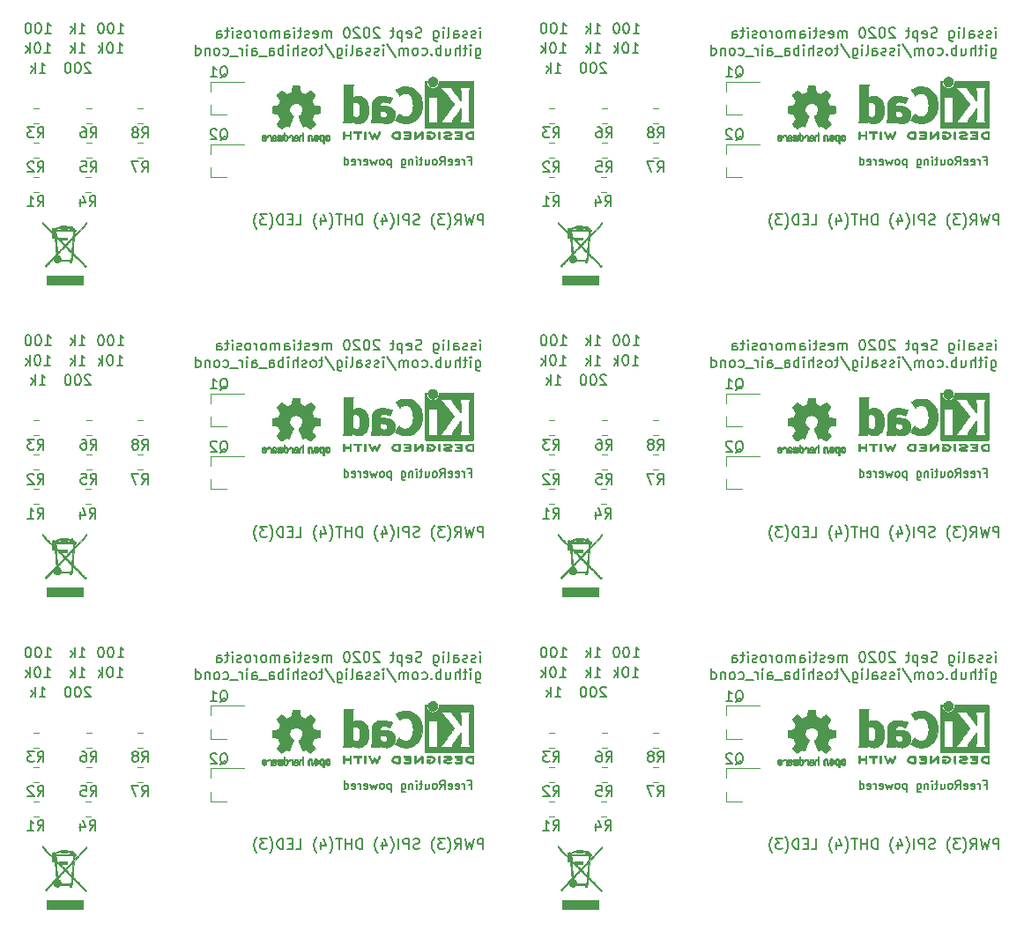
<source format=gbr>
%TF.GenerationSoftware,KiCad,Pcbnew,5.1.6-c6e7f7d~87~ubuntu18.04.1*%
%TF.CreationDate,2020-09-18T10:49:30+02:00*%
%TF.ProjectId,panel,70616e65-6c2e-46b6-9963-61645f706362,rev?*%
%TF.SameCoordinates,Original*%
%TF.FileFunction,Legend,Bot*%
%TF.FilePolarity,Positive*%
%FSLAX46Y46*%
G04 Gerber Fmt 4.6, Leading zero omitted, Abs format (unit mm)*
G04 Created by KiCad (PCBNEW 5.1.6-c6e7f7d~87~ubuntu18.04.1) date 2020-09-18 10:49:30*
%MOMM*%
%LPD*%
G01*
G04 APERTURE LIST*
%ADD10C,0.150000*%
%ADD11C,0.120000*%
%ADD12C,0.010000*%
G04 APERTURE END LIST*
D10*
X147708410Y-114707391D02*
X147708410Y-114040725D01*
X147708410Y-113707391D02*
X147756029Y-113755011D01*
X147708410Y-113802630D01*
X147660791Y-113755011D01*
X147708410Y-113707391D01*
X147708410Y-113802630D01*
X147279839Y-114659772D02*
X147184601Y-114707391D01*
X146994125Y-114707391D01*
X146898886Y-114659772D01*
X146851267Y-114564534D01*
X146851267Y-114516915D01*
X146898886Y-114421677D01*
X146994125Y-114374058D01*
X147136982Y-114374058D01*
X147232220Y-114326439D01*
X147279839Y-114231201D01*
X147279839Y-114183582D01*
X147232220Y-114088344D01*
X147136982Y-114040725D01*
X146994125Y-114040725D01*
X146898886Y-114088344D01*
X146470315Y-114659772D02*
X146375077Y-114707391D01*
X146184601Y-114707391D01*
X146089363Y-114659772D01*
X146041744Y-114564534D01*
X146041744Y-114516915D01*
X146089363Y-114421677D01*
X146184601Y-114374058D01*
X146327458Y-114374058D01*
X146422696Y-114326439D01*
X146470315Y-114231201D01*
X146470315Y-114183582D01*
X146422696Y-114088344D01*
X146327458Y-114040725D01*
X146184601Y-114040725D01*
X146089363Y-114088344D01*
X145184601Y-114707391D02*
X145184601Y-114183582D01*
X145232220Y-114088344D01*
X145327458Y-114040725D01*
X145517934Y-114040725D01*
X145613172Y-114088344D01*
X145184601Y-114659772D02*
X145279839Y-114707391D01*
X145517934Y-114707391D01*
X145613172Y-114659772D01*
X145660791Y-114564534D01*
X145660791Y-114469296D01*
X145613172Y-114374058D01*
X145517934Y-114326439D01*
X145279839Y-114326439D01*
X145184601Y-114278820D01*
X144565553Y-114707391D02*
X144660791Y-114659772D01*
X144708410Y-114564534D01*
X144708410Y-113707391D01*
X144184601Y-114707391D02*
X144184601Y-114040725D01*
X144184601Y-113707391D02*
X144232220Y-113755011D01*
X144184601Y-113802630D01*
X144136982Y-113755011D01*
X144184601Y-113707391D01*
X144184601Y-113802630D01*
X143279839Y-114040725D02*
X143279839Y-114850249D01*
X143327458Y-114945487D01*
X143375077Y-114993106D01*
X143470315Y-115040725D01*
X143613172Y-115040725D01*
X143708410Y-114993106D01*
X143279839Y-114659772D02*
X143375077Y-114707391D01*
X143565553Y-114707391D01*
X143660791Y-114659772D01*
X143708410Y-114612153D01*
X143756029Y-114516915D01*
X143756029Y-114231201D01*
X143708410Y-114135963D01*
X143660791Y-114088344D01*
X143565553Y-114040725D01*
X143375077Y-114040725D01*
X143279839Y-114088344D01*
X142089363Y-114659772D02*
X141946506Y-114707391D01*
X141708410Y-114707391D01*
X141613172Y-114659772D01*
X141565553Y-114612153D01*
X141517934Y-114516915D01*
X141517934Y-114421677D01*
X141565553Y-114326439D01*
X141613172Y-114278820D01*
X141708410Y-114231201D01*
X141898886Y-114183582D01*
X141994125Y-114135963D01*
X142041744Y-114088344D01*
X142089363Y-113993106D01*
X142089363Y-113897868D01*
X142041744Y-113802630D01*
X141994125Y-113755011D01*
X141898886Y-113707391D01*
X141660791Y-113707391D01*
X141517934Y-113755011D01*
X140708410Y-114659772D02*
X140803648Y-114707391D01*
X140994125Y-114707391D01*
X141089363Y-114659772D01*
X141136982Y-114564534D01*
X141136982Y-114183582D01*
X141089363Y-114088344D01*
X140994125Y-114040725D01*
X140803648Y-114040725D01*
X140708410Y-114088344D01*
X140660791Y-114183582D01*
X140660791Y-114278820D01*
X141136982Y-114374058D01*
X140232220Y-114040725D02*
X140232220Y-115040725D01*
X140232220Y-114088344D02*
X140136982Y-114040725D01*
X139946506Y-114040725D01*
X139851267Y-114088344D01*
X139803648Y-114135963D01*
X139756029Y-114231201D01*
X139756029Y-114516915D01*
X139803648Y-114612153D01*
X139851267Y-114659772D01*
X139946506Y-114707391D01*
X140136982Y-114707391D01*
X140232220Y-114659772D01*
X139470315Y-114040725D02*
X139089363Y-114040725D01*
X139327458Y-113707391D02*
X139327458Y-114564534D01*
X139279839Y-114659772D01*
X139184601Y-114707391D01*
X139089363Y-114707391D01*
X138041744Y-113802630D02*
X137994125Y-113755011D01*
X137898886Y-113707391D01*
X137660791Y-113707391D01*
X137565553Y-113755011D01*
X137517934Y-113802630D01*
X137470315Y-113897868D01*
X137470315Y-113993106D01*
X137517934Y-114135963D01*
X138089363Y-114707391D01*
X137470315Y-114707391D01*
X136851267Y-113707391D02*
X136756029Y-113707391D01*
X136660791Y-113755011D01*
X136613172Y-113802630D01*
X136565553Y-113897868D01*
X136517934Y-114088344D01*
X136517934Y-114326439D01*
X136565553Y-114516915D01*
X136613172Y-114612153D01*
X136660791Y-114659772D01*
X136756029Y-114707391D01*
X136851267Y-114707391D01*
X136946506Y-114659772D01*
X136994125Y-114612153D01*
X137041744Y-114516915D01*
X137089363Y-114326439D01*
X137089363Y-114088344D01*
X137041744Y-113897868D01*
X136994125Y-113802630D01*
X136946506Y-113755011D01*
X136851267Y-113707391D01*
X136136982Y-113802630D02*
X136089363Y-113755011D01*
X135994125Y-113707391D01*
X135756029Y-113707391D01*
X135660791Y-113755011D01*
X135613172Y-113802630D01*
X135565553Y-113897868D01*
X135565553Y-113993106D01*
X135613172Y-114135963D01*
X136184601Y-114707391D01*
X135565553Y-114707391D01*
X134946506Y-113707391D02*
X134851267Y-113707391D01*
X134756029Y-113755011D01*
X134708410Y-113802630D01*
X134660791Y-113897868D01*
X134613172Y-114088344D01*
X134613172Y-114326439D01*
X134660791Y-114516915D01*
X134708410Y-114612153D01*
X134756029Y-114659772D01*
X134851267Y-114707391D01*
X134946506Y-114707391D01*
X135041744Y-114659772D01*
X135089363Y-114612153D01*
X135136982Y-114516915D01*
X135184601Y-114326439D01*
X135184601Y-114088344D01*
X135136982Y-113897868D01*
X135089363Y-113802630D01*
X135041744Y-113755011D01*
X134946506Y-113707391D01*
X133422696Y-114707391D02*
X133422696Y-114040725D01*
X133422696Y-114135963D02*
X133375077Y-114088344D01*
X133279839Y-114040725D01*
X133136982Y-114040725D01*
X133041744Y-114088344D01*
X132994125Y-114183582D01*
X132994125Y-114707391D01*
X132994125Y-114183582D02*
X132946506Y-114088344D01*
X132851267Y-114040725D01*
X132708410Y-114040725D01*
X132613172Y-114088344D01*
X132565553Y-114183582D01*
X132565553Y-114707391D01*
X131708410Y-114659772D02*
X131803648Y-114707391D01*
X131994125Y-114707391D01*
X132089363Y-114659772D01*
X132136982Y-114564534D01*
X132136982Y-114183582D01*
X132089363Y-114088344D01*
X131994125Y-114040725D01*
X131803648Y-114040725D01*
X131708410Y-114088344D01*
X131660791Y-114183582D01*
X131660791Y-114278820D01*
X132136982Y-114374058D01*
X131279839Y-114659772D02*
X131184601Y-114707391D01*
X130994125Y-114707391D01*
X130898886Y-114659772D01*
X130851267Y-114564534D01*
X130851267Y-114516915D01*
X130898886Y-114421677D01*
X130994125Y-114374058D01*
X131136982Y-114374058D01*
X131232220Y-114326439D01*
X131279839Y-114231201D01*
X131279839Y-114183582D01*
X131232220Y-114088344D01*
X131136982Y-114040725D01*
X130994125Y-114040725D01*
X130898886Y-114088344D01*
X130565553Y-114040725D02*
X130184601Y-114040725D01*
X130422696Y-113707391D02*
X130422696Y-114564534D01*
X130375077Y-114659772D01*
X130279839Y-114707391D01*
X130184601Y-114707391D01*
X129851267Y-114707391D02*
X129851267Y-114040725D01*
X129851267Y-113707391D02*
X129898886Y-113755011D01*
X129851267Y-113802630D01*
X129803648Y-113755011D01*
X129851267Y-113707391D01*
X129851267Y-113802630D01*
X128946506Y-114707391D02*
X128946506Y-114183582D01*
X128994125Y-114088344D01*
X129089363Y-114040725D01*
X129279839Y-114040725D01*
X129375077Y-114088344D01*
X128946506Y-114659772D02*
X129041744Y-114707391D01*
X129279839Y-114707391D01*
X129375077Y-114659772D01*
X129422696Y-114564534D01*
X129422696Y-114469296D01*
X129375077Y-114374058D01*
X129279839Y-114326439D01*
X129041744Y-114326439D01*
X128946506Y-114278820D01*
X128470315Y-114707391D02*
X128470315Y-114040725D01*
X128470315Y-114135963D02*
X128422696Y-114088344D01*
X128327458Y-114040725D01*
X128184601Y-114040725D01*
X128089363Y-114088344D01*
X128041744Y-114183582D01*
X128041744Y-114707391D01*
X128041744Y-114183582D02*
X127994125Y-114088344D01*
X127898886Y-114040725D01*
X127756029Y-114040725D01*
X127660791Y-114088344D01*
X127613172Y-114183582D01*
X127613172Y-114707391D01*
X126994125Y-114707391D02*
X127089363Y-114659772D01*
X127136982Y-114612153D01*
X127184601Y-114516915D01*
X127184601Y-114231201D01*
X127136982Y-114135963D01*
X127089363Y-114088344D01*
X126994125Y-114040725D01*
X126851267Y-114040725D01*
X126756029Y-114088344D01*
X126708410Y-114135963D01*
X126660791Y-114231201D01*
X126660791Y-114516915D01*
X126708410Y-114612153D01*
X126756029Y-114659772D01*
X126851267Y-114707391D01*
X126994125Y-114707391D01*
X126232220Y-114707391D02*
X126232220Y-114040725D01*
X126232220Y-114231201D02*
X126184601Y-114135963D01*
X126136982Y-114088344D01*
X126041744Y-114040725D01*
X125946506Y-114040725D01*
X125470315Y-114707391D02*
X125565553Y-114659772D01*
X125613172Y-114612153D01*
X125660791Y-114516915D01*
X125660791Y-114231201D01*
X125613172Y-114135963D01*
X125565553Y-114088344D01*
X125470315Y-114040725D01*
X125327458Y-114040725D01*
X125232220Y-114088344D01*
X125184601Y-114135963D01*
X125136982Y-114231201D01*
X125136982Y-114516915D01*
X125184601Y-114612153D01*
X125232220Y-114659772D01*
X125327458Y-114707391D01*
X125470315Y-114707391D01*
X124756029Y-114659772D02*
X124660791Y-114707391D01*
X124470315Y-114707391D01*
X124375077Y-114659772D01*
X124327458Y-114564534D01*
X124327458Y-114516915D01*
X124375077Y-114421677D01*
X124470315Y-114374058D01*
X124613172Y-114374058D01*
X124708410Y-114326439D01*
X124756029Y-114231201D01*
X124756029Y-114183582D01*
X124708410Y-114088344D01*
X124613172Y-114040725D01*
X124470315Y-114040725D01*
X124375077Y-114088344D01*
X123898886Y-114707391D02*
X123898886Y-114040725D01*
X123898886Y-113707391D02*
X123946506Y-113755011D01*
X123898886Y-113802630D01*
X123851267Y-113755011D01*
X123898886Y-113707391D01*
X123898886Y-113802630D01*
X123565553Y-114040725D02*
X123184601Y-114040725D01*
X123422696Y-113707391D02*
X123422696Y-114564534D01*
X123375077Y-114659772D01*
X123279839Y-114707391D01*
X123184601Y-114707391D01*
X122422696Y-114707391D02*
X122422696Y-114183582D01*
X122470315Y-114088344D01*
X122565553Y-114040725D01*
X122756029Y-114040725D01*
X122851267Y-114088344D01*
X122422696Y-114659772D02*
X122517934Y-114707391D01*
X122756029Y-114707391D01*
X122851267Y-114659772D01*
X122898886Y-114564534D01*
X122898886Y-114469296D01*
X122851267Y-114374058D01*
X122756029Y-114326439D01*
X122517934Y-114326439D01*
X122422696Y-114278820D01*
X147279839Y-115690725D02*
X147279839Y-116500249D01*
X147327458Y-116595487D01*
X147375077Y-116643106D01*
X147470315Y-116690725D01*
X147613172Y-116690725D01*
X147708410Y-116643106D01*
X147279839Y-116309772D02*
X147375077Y-116357391D01*
X147565553Y-116357391D01*
X147660791Y-116309772D01*
X147708410Y-116262153D01*
X147756029Y-116166915D01*
X147756029Y-115881201D01*
X147708410Y-115785963D01*
X147660791Y-115738344D01*
X147565553Y-115690725D01*
X147375077Y-115690725D01*
X147279839Y-115738344D01*
X146803648Y-116357391D02*
X146803648Y-115690725D01*
X146803648Y-115357391D02*
X146851267Y-115405011D01*
X146803648Y-115452630D01*
X146756029Y-115405011D01*
X146803648Y-115357391D01*
X146803648Y-115452630D01*
X146470315Y-115690725D02*
X146089363Y-115690725D01*
X146327458Y-115357391D02*
X146327458Y-116214534D01*
X146279839Y-116309772D01*
X146184601Y-116357391D01*
X146089363Y-116357391D01*
X145756029Y-116357391D02*
X145756029Y-115357391D01*
X145327458Y-116357391D02*
X145327458Y-115833582D01*
X145375077Y-115738344D01*
X145470315Y-115690725D01*
X145613172Y-115690725D01*
X145708410Y-115738344D01*
X145756029Y-115785963D01*
X144422696Y-115690725D02*
X144422696Y-116357391D01*
X144851267Y-115690725D02*
X144851267Y-116214534D01*
X144803648Y-116309772D01*
X144708410Y-116357391D01*
X144565553Y-116357391D01*
X144470315Y-116309772D01*
X144422696Y-116262153D01*
X143946506Y-116357391D02*
X143946506Y-115357391D01*
X143946506Y-115738344D02*
X143851267Y-115690725D01*
X143660791Y-115690725D01*
X143565553Y-115738344D01*
X143517934Y-115785963D01*
X143470315Y-115881201D01*
X143470315Y-116166915D01*
X143517934Y-116262153D01*
X143565553Y-116309772D01*
X143660791Y-116357391D01*
X143851267Y-116357391D01*
X143946506Y-116309772D01*
X143041744Y-116262153D02*
X142994125Y-116309772D01*
X143041744Y-116357391D01*
X143089363Y-116309772D01*
X143041744Y-116262153D01*
X143041744Y-116357391D01*
X142136982Y-116309772D02*
X142232220Y-116357391D01*
X142422696Y-116357391D01*
X142517934Y-116309772D01*
X142565553Y-116262153D01*
X142613172Y-116166915D01*
X142613172Y-115881201D01*
X142565553Y-115785963D01*
X142517934Y-115738344D01*
X142422696Y-115690725D01*
X142232220Y-115690725D01*
X142136982Y-115738344D01*
X141565553Y-116357391D02*
X141660791Y-116309772D01*
X141708410Y-116262153D01*
X141756029Y-116166915D01*
X141756029Y-115881201D01*
X141708410Y-115785963D01*
X141660791Y-115738344D01*
X141565553Y-115690725D01*
X141422696Y-115690725D01*
X141327458Y-115738344D01*
X141279839Y-115785963D01*
X141232220Y-115881201D01*
X141232220Y-116166915D01*
X141279839Y-116262153D01*
X141327458Y-116309772D01*
X141422696Y-116357391D01*
X141565553Y-116357391D01*
X140803648Y-116357391D02*
X140803648Y-115690725D01*
X140803648Y-115785963D02*
X140756029Y-115738344D01*
X140660791Y-115690725D01*
X140517934Y-115690725D01*
X140422696Y-115738344D01*
X140375077Y-115833582D01*
X140375077Y-116357391D01*
X140375077Y-115833582D02*
X140327458Y-115738344D01*
X140232220Y-115690725D01*
X140089363Y-115690725D01*
X139994125Y-115738344D01*
X139946506Y-115833582D01*
X139946506Y-116357391D01*
X138756029Y-115309772D02*
X139613172Y-116595487D01*
X138422696Y-116357391D02*
X138422696Y-115690725D01*
X138422696Y-115357391D02*
X138470315Y-115405011D01*
X138422696Y-115452630D01*
X138375077Y-115405011D01*
X138422696Y-115357391D01*
X138422696Y-115452630D01*
X137994125Y-116309772D02*
X137898886Y-116357391D01*
X137708410Y-116357391D01*
X137613172Y-116309772D01*
X137565553Y-116214534D01*
X137565553Y-116166915D01*
X137613172Y-116071677D01*
X137708410Y-116024058D01*
X137851267Y-116024058D01*
X137946506Y-115976439D01*
X137994125Y-115881201D01*
X137994125Y-115833582D01*
X137946506Y-115738344D01*
X137851267Y-115690725D01*
X137708410Y-115690725D01*
X137613172Y-115738344D01*
X137184601Y-116309772D02*
X137089363Y-116357391D01*
X136898886Y-116357391D01*
X136803648Y-116309772D01*
X136756029Y-116214534D01*
X136756029Y-116166915D01*
X136803648Y-116071677D01*
X136898886Y-116024058D01*
X137041744Y-116024058D01*
X137136982Y-115976439D01*
X137184601Y-115881201D01*
X137184601Y-115833582D01*
X137136982Y-115738344D01*
X137041744Y-115690725D01*
X136898886Y-115690725D01*
X136803648Y-115738344D01*
X135898886Y-116357391D02*
X135898886Y-115833582D01*
X135946506Y-115738344D01*
X136041744Y-115690725D01*
X136232220Y-115690725D01*
X136327458Y-115738344D01*
X135898886Y-116309772D02*
X135994125Y-116357391D01*
X136232220Y-116357391D01*
X136327458Y-116309772D01*
X136375077Y-116214534D01*
X136375077Y-116119296D01*
X136327458Y-116024058D01*
X136232220Y-115976439D01*
X135994125Y-115976439D01*
X135898886Y-115928820D01*
X135279839Y-116357391D02*
X135375077Y-116309772D01*
X135422696Y-116214534D01*
X135422696Y-115357391D01*
X134898886Y-116357391D02*
X134898886Y-115690725D01*
X134898886Y-115357391D02*
X134946506Y-115405011D01*
X134898886Y-115452630D01*
X134851267Y-115405011D01*
X134898886Y-115357391D01*
X134898886Y-115452630D01*
X133994125Y-115690725D02*
X133994125Y-116500249D01*
X134041744Y-116595487D01*
X134089363Y-116643106D01*
X134184601Y-116690725D01*
X134327458Y-116690725D01*
X134422696Y-116643106D01*
X133994125Y-116309772D02*
X134089363Y-116357391D01*
X134279839Y-116357391D01*
X134375077Y-116309772D01*
X134422696Y-116262153D01*
X134470315Y-116166915D01*
X134470315Y-115881201D01*
X134422696Y-115785963D01*
X134375077Y-115738344D01*
X134279839Y-115690725D01*
X134089363Y-115690725D01*
X133994125Y-115738344D01*
X132803648Y-115309772D02*
X133660791Y-116595487D01*
X132613172Y-115690725D02*
X132232220Y-115690725D01*
X132470315Y-115357391D02*
X132470315Y-116214534D01*
X132422696Y-116309772D01*
X132327458Y-116357391D01*
X132232220Y-116357391D01*
X131756029Y-116357391D02*
X131851267Y-116309772D01*
X131898886Y-116262153D01*
X131946506Y-116166915D01*
X131946506Y-115881201D01*
X131898886Y-115785963D01*
X131851267Y-115738344D01*
X131756029Y-115690725D01*
X131613172Y-115690725D01*
X131517934Y-115738344D01*
X131470315Y-115785963D01*
X131422696Y-115881201D01*
X131422696Y-116166915D01*
X131470315Y-116262153D01*
X131517934Y-116309772D01*
X131613172Y-116357391D01*
X131756029Y-116357391D01*
X131041744Y-116309772D02*
X130946506Y-116357391D01*
X130756029Y-116357391D01*
X130660791Y-116309772D01*
X130613172Y-116214534D01*
X130613172Y-116166915D01*
X130660791Y-116071677D01*
X130756029Y-116024058D01*
X130898886Y-116024058D01*
X130994125Y-115976439D01*
X131041744Y-115881201D01*
X131041744Y-115833582D01*
X130994125Y-115738344D01*
X130898886Y-115690725D01*
X130756029Y-115690725D01*
X130660791Y-115738344D01*
X130184601Y-116357391D02*
X130184601Y-115357391D01*
X129756029Y-116357391D02*
X129756029Y-115833582D01*
X129803648Y-115738344D01*
X129898886Y-115690725D01*
X130041744Y-115690725D01*
X130136982Y-115738344D01*
X130184601Y-115785963D01*
X129279839Y-116357391D02*
X129279839Y-115690725D01*
X129279839Y-115357391D02*
X129327458Y-115405011D01*
X129279839Y-115452630D01*
X129232220Y-115405011D01*
X129279839Y-115357391D01*
X129279839Y-115452630D01*
X128803648Y-116357391D02*
X128803648Y-115357391D01*
X128803648Y-115738344D02*
X128708410Y-115690725D01*
X128517934Y-115690725D01*
X128422696Y-115738344D01*
X128375077Y-115785963D01*
X128327458Y-115881201D01*
X128327458Y-116166915D01*
X128375077Y-116262153D01*
X128422696Y-116309772D01*
X128517934Y-116357391D01*
X128708410Y-116357391D01*
X128803648Y-116309772D01*
X127470315Y-116357391D02*
X127470315Y-115833582D01*
X127517934Y-115738344D01*
X127613172Y-115690725D01*
X127803648Y-115690725D01*
X127898886Y-115738344D01*
X127470315Y-116309772D02*
X127565553Y-116357391D01*
X127803648Y-116357391D01*
X127898886Y-116309772D01*
X127946506Y-116214534D01*
X127946506Y-116119296D01*
X127898886Y-116024058D01*
X127803648Y-115976439D01*
X127565553Y-115976439D01*
X127470315Y-115928820D01*
X127232220Y-116452630D02*
X126470315Y-116452630D01*
X125803648Y-116357391D02*
X125803648Y-115833582D01*
X125851267Y-115738344D01*
X125946506Y-115690725D01*
X126136982Y-115690725D01*
X126232220Y-115738344D01*
X125803648Y-116309772D02*
X125898886Y-116357391D01*
X126136982Y-116357391D01*
X126232220Y-116309772D01*
X126279839Y-116214534D01*
X126279839Y-116119296D01*
X126232220Y-116024058D01*
X126136982Y-115976439D01*
X125898886Y-115976439D01*
X125803648Y-115928820D01*
X125327458Y-116357391D02*
X125327458Y-115690725D01*
X125327458Y-115357391D02*
X125375077Y-115405011D01*
X125327458Y-115452630D01*
X125279839Y-115405011D01*
X125327458Y-115357391D01*
X125327458Y-115452630D01*
X124851267Y-116357391D02*
X124851267Y-115690725D01*
X124851267Y-115881201D02*
X124803648Y-115785963D01*
X124756029Y-115738344D01*
X124660791Y-115690725D01*
X124565553Y-115690725D01*
X124470315Y-116452630D02*
X123708410Y-116452630D01*
X123041744Y-116309772D02*
X123136982Y-116357391D01*
X123327458Y-116357391D01*
X123422696Y-116309772D01*
X123470315Y-116262153D01*
X123517934Y-116166915D01*
X123517934Y-115881201D01*
X123470315Y-115785963D01*
X123422696Y-115738344D01*
X123327458Y-115690725D01*
X123136982Y-115690725D01*
X123041744Y-115738344D01*
X122470315Y-116357391D02*
X122565553Y-116309772D01*
X122613172Y-116262153D01*
X122660791Y-116166915D01*
X122660791Y-115881201D01*
X122613172Y-115785963D01*
X122565553Y-115738344D01*
X122470315Y-115690725D01*
X122327458Y-115690725D01*
X122232220Y-115738344D01*
X122184601Y-115785963D01*
X122136982Y-115881201D01*
X122136982Y-116166915D01*
X122184601Y-116262153D01*
X122232220Y-116309772D01*
X122327458Y-116357391D01*
X122470315Y-116357391D01*
X121708410Y-115690725D02*
X121708410Y-116357391D01*
X121708410Y-115785963D02*
X121660791Y-115738344D01*
X121565553Y-115690725D01*
X121422696Y-115690725D01*
X121327458Y-115738344D01*
X121279839Y-115833582D01*
X121279839Y-116357391D01*
X120375077Y-116357391D02*
X120375077Y-115357391D01*
X120375077Y-116309772D02*
X120470315Y-116357391D01*
X120660791Y-116357391D01*
X120756029Y-116309772D01*
X120803648Y-116262153D01*
X120851267Y-116166915D01*
X120851267Y-115881201D01*
X120803648Y-115785963D01*
X120756029Y-115738344D01*
X120660791Y-115690725D01*
X120470315Y-115690725D01*
X120375077Y-115738344D01*
X146600363Y-126492868D02*
X146867029Y-126492868D01*
X146867029Y-126911915D02*
X146867029Y-126111915D01*
X146486077Y-126111915D01*
X146181315Y-126911915D02*
X146181315Y-126378582D01*
X146181315Y-126530963D02*
X146143220Y-126454772D01*
X146105125Y-126416677D01*
X146028934Y-126378582D01*
X145952744Y-126378582D01*
X145381315Y-126873820D02*
X145457506Y-126911915D01*
X145609886Y-126911915D01*
X145686077Y-126873820D01*
X145724172Y-126797630D01*
X145724172Y-126492868D01*
X145686077Y-126416677D01*
X145609886Y-126378582D01*
X145457506Y-126378582D01*
X145381315Y-126416677D01*
X145343220Y-126492868D01*
X145343220Y-126569058D01*
X145724172Y-126645249D01*
X144695601Y-126873820D02*
X144771791Y-126911915D01*
X144924172Y-126911915D01*
X145000363Y-126873820D01*
X145038458Y-126797630D01*
X145038458Y-126492868D01*
X145000363Y-126416677D01*
X144924172Y-126378582D01*
X144771791Y-126378582D01*
X144695601Y-126416677D01*
X144657506Y-126492868D01*
X144657506Y-126569058D01*
X145038458Y-126645249D01*
X143857506Y-126911915D02*
X144124172Y-126530963D01*
X144314648Y-126911915D02*
X144314648Y-126111915D01*
X144009886Y-126111915D01*
X143933696Y-126150011D01*
X143895601Y-126188106D01*
X143857506Y-126264296D01*
X143857506Y-126378582D01*
X143895601Y-126454772D01*
X143933696Y-126492868D01*
X144009886Y-126530963D01*
X144314648Y-126530963D01*
X143400363Y-126911915D02*
X143476553Y-126873820D01*
X143514648Y-126835725D01*
X143552744Y-126759534D01*
X143552744Y-126530963D01*
X143514648Y-126454772D01*
X143476553Y-126416677D01*
X143400363Y-126378582D01*
X143286077Y-126378582D01*
X143209886Y-126416677D01*
X143171791Y-126454772D01*
X143133696Y-126530963D01*
X143133696Y-126759534D01*
X143171791Y-126835725D01*
X143209886Y-126873820D01*
X143286077Y-126911915D01*
X143400363Y-126911915D01*
X142447982Y-126378582D02*
X142447982Y-126911915D01*
X142790839Y-126378582D02*
X142790839Y-126797630D01*
X142752744Y-126873820D01*
X142676553Y-126911915D01*
X142562267Y-126911915D01*
X142486077Y-126873820D01*
X142447982Y-126835725D01*
X142181315Y-126378582D02*
X141876553Y-126378582D01*
X142067029Y-126111915D02*
X142067029Y-126797630D01*
X142028934Y-126873820D01*
X141952744Y-126911915D01*
X141876553Y-126911915D01*
X141609886Y-126911915D02*
X141609886Y-126378582D01*
X141609886Y-126111915D02*
X141647982Y-126150011D01*
X141609886Y-126188106D01*
X141571791Y-126150011D01*
X141609886Y-126111915D01*
X141609886Y-126188106D01*
X141228934Y-126378582D02*
X141228934Y-126911915D01*
X141228934Y-126454772D02*
X141190839Y-126416677D01*
X141114648Y-126378582D01*
X141000363Y-126378582D01*
X140924172Y-126416677D01*
X140886077Y-126492868D01*
X140886077Y-126911915D01*
X140162267Y-126378582D02*
X140162267Y-127026201D01*
X140200363Y-127102391D01*
X140238458Y-127140487D01*
X140314648Y-127178582D01*
X140428934Y-127178582D01*
X140505125Y-127140487D01*
X140162267Y-126873820D02*
X140238458Y-126911915D01*
X140390839Y-126911915D01*
X140467029Y-126873820D01*
X140505125Y-126835725D01*
X140543220Y-126759534D01*
X140543220Y-126530963D01*
X140505125Y-126454772D01*
X140467029Y-126416677D01*
X140390839Y-126378582D01*
X140238458Y-126378582D01*
X140162267Y-126416677D01*
X139171791Y-126378582D02*
X139171791Y-127178582D01*
X139171791Y-126416677D02*
X139095601Y-126378582D01*
X138943220Y-126378582D01*
X138867029Y-126416677D01*
X138828934Y-126454772D01*
X138790839Y-126530963D01*
X138790839Y-126759534D01*
X138828934Y-126835725D01*
X138867029Y-126873820D01*
X138943220Y-126911915D01*
X139095601Y-126911915D01*
X139171791Y-126873820D01*
X138333696Y-126911915D02*
X138409886Y-126873820D01*
X138447982Y-126835725D01*
X138486077Y-126759534D01*
X138486077Y-126530963D01*
X138447982Y-126454772D01*
X138409886Y-126416677D01*
X138333696Y-126378582D01*
X138219410Y-126378582D01*
X138143220Y-126416677D01*
X138105125Y-126454772D01*
X138067029Y-126530963D01*
X138067029Y-126759534D01*
X138105125Y-126835725D01*
X138143220Y-126873820D01*
X138219410Y-126911915D01*
X138333696Y-126911915D01*
X137800363Y-126378582D02*
X137647982Y-126911915D01*
X137495601Y-126530963D01*
X137343220Y-126911915D01*
X137190839Y-126378582D01*
X136581315Y-126873820D02*
X136657506Y-126911915D01*
X136809886Y-126911915D01*
X136886077Y-126873820D01*
X136924172Y-126797630D01*
X136924172Y-126492868D01*
X136886077Y-126416677D01*
X136809886Y-126378582D01*
X136657506Y-126378582D01*
X136581315Y-126416677D01*
X136543220Y-126492868D01*
X136543220Y-126569058D01*
X136924172Y-126645249D01*
X136200363Y-126911915D02*
X136200363Y-126378582D01*
X136200363Y-126530963D02*
X136162267Y-126454772D01*
X136124172Y-126416677D01*
X136047982Y-126378582D01*
X135971791Y-126378582D01*
X135400363Y-126873820D02*
X135476553Y-126911915D01*
X135628934Y-126911915D01*
X135705125Y-126873820D01*
X135743220Y-126797630D01*
X135743220Y-126492868D01*
X135705125Y-126416677D01*
X135628934Y-126378582D01*
X135476553Y-126378582D01*
X135400363Y-126416677D01*
X135362267Y-126492868D01*
X135362267Y-126569058D01*
X135743220Y-126645249D01*
X134676553Y-126911915D02*
X134676553Y-126111915D01*
X134676553Y-126873820D02*
X134752744Y-126911915D01*
X134905125Y-126911915D01*
X134981315Y-126873820D01*
X135019410Y-126835725D01*
X135057506Y-126759534D01*
X135057506Y-126530963D01*
X135019410Y-126454772D01*
X134981315Y-126416677D01*
X134905125Y-126378582D01*
X134752744Y-126378582D01*
X134676553Y-126416677D01*
X148018815Y-132677391D02*
X148018815Y-131677391D01*
X147637863Y-131677391D01*
X147542625Y-131725011D01*
X147495006Y-131772630D01*
X147447386Y-131867868D01*
X147447386Y-132010725D01*
X147495006Y-132105963D01*
X147542625Y-132153582D01*
X147637863Y-132201201D01*
X148018815Y-132201201D01*
X147114053Y-131677391D02*
X146875958Y-132677391D01*
X146685482Y-131963106D01*
X146495006Y-132677391D01*
X146256910Y-131677391D01*
X145304529Y-132677391D02*
X145637863Y-132201201D01*
X145875958Y-132677391D02*
X145875958Y-131677391D01*
X145495006Y-131677391D01*
X145399767Y-131725011D01*
X145352148Y-131772630D01*
X145304529Y-131867868D01*
X145304529Y-132010725D01*
X145352148Y-132105963D01*
X145399767Y-132153582D01*
X145495006Y-132201201D01*
X145875958Y-132201201D01*
X144590244Y-133058344D02*
X144637863Y-133010725D01*
X144733101Y-132867868D01*
X144780720Y-132772630D01*
X144828339Y-132629772D01*
X144875958Y-132391677D01*
X144875958Y-132201201D01*
X144828339Y-131963106D01*
X144780720Y-131820249D01*
X144733101Y-131725011D01*
X144637863Y-131582153D01*
X144590244Y-131534534D01*
X144304529Y-131677391D02*
X143685482Y-131677391D01*
X144018815Y-132058344D01*
X143875958Y-132058344D01*
X143780720Y-132105963D01*
X143733101Y-132153582D01*
X143685482Y-132248820D01*
X143685482Y-132486915D01*
X143733101Y-132582153D01*
X143780720Y-132629772D01*
X143875958Y-132677391D01*
X144161672Y-132677391D01*
X144256910Y-132629772D01*
X144304529Y-132582153D01*
X143352148Y-133058344D02*
X143304529Y-133010725D01*
X143209291Y-132867868D01*
X143161672Y-132772630D01*
X143114053Y-132629772D01*
X143066434Y-132391677D01*
X143066434Y-132201201D01*
X143114053Y-131963106D01*
X143161672Y-131820249D01*
X143209291Y-131725011D01*
X143304529Y-131582153D01*
X143352148Y-131534534D01*
X141875958Y-132629772D02*
X141733101Y-132677391D01*
X141495006Y-132677391D01*
X141399767Y-132629772D01*
X141352148Y-132582153D01*
X141304529Y-132486915D01*
X141304529Y-132391677D01*
X141352148Y-132296439D01*
X141399767Y-132248820D01*
X141495006Y-132201201D01*
X141685482Y-132153582D01*
X141780720Y-132105963D01*
X141828339Y-132058344D01*
X141875958Y-131963106D01*
X141875958Y-131867868D01*
X141828339Y-131772630D01*
X141780720Y-131725011D01*
X141685482Y-131677391D01*
X141447386Y-131677391D01*
X141304529Y-131725011D01*
X140875958Y-132677391D02*
X140875958Y-131677391D01*
X140495006Y-131677391D01*
X140399767Y-131725011D01*
X140352148Y-131772630D01*
X140304529Y-131867868D01*
X140304529Y-132010725D01*
X140352148Y-132105963D01*
X140399767Y-132153582D01*
X140495006Y-132201201D01*
X140875958Y-132201201D01*
X139875958Y-132677391D02*
X139875958Y-131677391D01*
X139114053Y-133058344D02*
X139161672Y-133010725D01*
X139256910Y-132867868D01*
X139304529Y-132772630D01*
X139352148Y-132629772D01*
X139399767Y-132391677D01*
X139399767Y-132201201D01*
X139352148Y-131963106D01*
X139304529Y-131820249D01*
X139256910Y-131725011D01*
X139161672Y-131582153D01*
X139114053Y-131534534D01*
X138304529Y-132010725D02*
X138304529Y-132677391D01*
X138542625Y-131629772D02*
X138780720Y-132344058D01*
X138161672Y-132344058D01*
X137875958Y-133058344D02*
X137828339Y-133010725D01*
X137733101Y-132867868D01*
X137685482Y-132772630D01*
X137637863Y-132629772D01*
X137590244Y-132391677D01*
X137590244Y-132201201D01*
X137637863Y-131963106D01*
X137685482Y-131820249D01*
X137733101Y-131725011D01*
X137828339Y-131582153D01*
X137875958Y-131534534D01*
X136352148Y-132677391D02*
X136352148Y-131677391D01*
X136114053Y-131677391D01*
X135971196Y-131725011D01*
X135875958Y-131820249D01*
X135828339Y-131915487D01*
X135780720Y-132105963D01*
X135780720Y-132248820D01*
X135828339Y-132439296D01*
X135875958Y-132534534D01*
X135971196Y-132629772D01*
X136114053Y-132677391D01*
X136352148Y-132677391D01*
X135352148Y-132677391D02*
X135352148Y-131677391D01*
X135352148Y-132153582D02*
X134780720Y-132153582D01*
X134780720Y-132677391D02*
X134780720Y-131677391D01*
X134447386Y-131677391D02*
X133875958Y-131677391D01*
X134161672Y-132677391D02*
X134161672Y-131677391D01*
X133256910Y-133058344D02*
X133304529Y-133010725D01*
X133399767Y-132867868D01*
X133447386Y-132772630D01*
X133495006Y-132629772D01*
X133542625Y-132391677D01*
X133542625Y-132201201D01*
X133495006Y-131963106D01*
X133447386Y-131820249D01*
X133399767Y-131725011D01*
X133304529Y-131582153D01*
X133256910Y-131534534D01*
X132447386Y-132010725D02*
X132447386Y-132677391D01*
X132685482Y-131629772D02*
X132923577Y-132344058D01*
X132304529Y-132344058D01*
X132018815Y-133058344D02*
X131971196Y-133010725D01*
X131875958Y-132867868D01*
X131828339Y-132772630D01*
X131780720Y-132629772D01*
X131733101Y-132391677D01*
X131733101Y-132201201D01*
X131780720Y-131963106D01*
X131828339Y-131820249D01*
X131875958Y-131725011D01*
X131971196Y-131582153D01*
X132018815Y-131534534D01*
X130018815Y-132677391D02*
X130495006Y-132677391D01*
X130495006Y-131677391D01*
X129685482Y-132153582D02*
X129352148Y-132153582D01*
X129209291Y-132677391D02*
X129685482Y-132677391D01*
X129685482Y-131677391D01*
X129209291Y-131677391D01*
X128780720Y-132677391D02*
X128780720Y-131677391D01*
X128542625Y-131677391D01*
X128399767Y-131725011D01*
X128304529Y-131820249D01*
X128256910Y-131915487D01*
X128209291Y-132105963D01*
X128209291Y-132248820D01*
X128256910Y-132439296D01*
X128304529Y-132534534D01*
X128399767Y-132629772D01*
X128542625Y-132677391D01*
X128780720Y-132677391D01*
X127495006Y-133058344D02*
X127542625Y-133010725D01*
X127637863Y-132867868D01*
X127685482Y-132772630D01*
X127733101Y-132629772D01*
X127780720Y-132391677D01*
X127780720Y-132201201D01*
X127733101Y-131963106D01*
X127685482Y-131820249D01*
X127637863Y-131725011D01*
X127542625Y-131582153D01*
X127495006Y-131534534D01*
X127209291Y-131677391D02*
X126590244Y-131677391D01*
X126923577Y-132058344D01*
X126780720Y-132058344D01*
X126685482Y-132105963D01*
X126637863Y-132153582D01*
X126590244Y-132248820D01*
X126590244Y-132486915D01*
X126637863Y-132582153D01*
X126685482Y-132629772D01*
X126780720Y-132677391D01*
X127066434Y-132677391D01*
X127161672Y-132629772D01*
X127209291Y-132582153D01*
X126256910Y-133058344D02*
X126209291Y-133010725D01*
X126114053Y-132867868D01*
X126066434Y-132772630D01*
X126018815Y-132629772D01*
X125971196Y-132391677D01*
X125971196Y-132201201D01*
X126018815Y-131963106D01*
X126066434Y-131820249D01*
X126114053Y-131725011D01*
X126209291Y-131582153D01*
X126256910Y-131534534D01*
X98178405Y-114707391D02*
X98178405Y-114040725D01*
X98178405Y-113707391D02*
X98226024Y-113755011D01*
X98178405Y-113802630D01*
X98130786Y-113755011D01*
X98178405Y-113707391D01*
X98178405Y-113802630D01*
X97749834Y-114659772D02*
X97654596Y-114707391D01*
X97464120Y-114707391D01*
X97368881Y-114659772D01*
X97321262Y-114564534D01*
X97321262Y-114516915D01*
X97368881Y-114421677D01*
X97464120Y-114374058D01*
X97606977Y-114374058D01*
X97702215Y-114326439D01*
X97749834Y-114231201D01*
X97749834Y-114183582D01*
X97702215Y-114088344D01*
X97606977Y-114040725D01*
X97464120Y-114040725D01*
X97368881Y-114088344D01*
X96940310Y-114659772D02*
X96845072Y-114707391D01*
X96654596Y-114707391D01*
X96559358Y-114659772D01*
X96511739Y-114564534D01*
X96511739Y-114516915D01*
X96559358Y-114421677D01*
X96654596Y-114374058D01*
X96797453Y-114374058D01*
X96892691Y-114326439D01*
X96940310Y-114231201D01*
X96940310Y-114183582D01*
X96892691Y-114088344D01*
X96797453Y-114040725D01*
X96654596Y-114040725D01*
X96559358Y-114088344D01*
X95654596Y-114707391D02*
X95654596Y-114183582D01*
X95702215Y-114088344D01*
X95797453Y-114040725D01*
X95987929Y-114040725D01*
X96083167Y-114088344D01*
X95654596Y-114659772D02*
X95749834Y-114707391D01*
X95987929Y-114707391D01*
X96083167Y-114659772D01*
X96130786Y-114564534D01*
X96130786Y-114469296D01*
X96083167Y-114374058D01*
X95987929Y-114326439D01*
X95749834Y-114326439D01*
X95654596Y-114278820D01*
X95035548Y-114707391D02*
X95130786Y-114659772D01*
X95178405Y-114564534D01*
X95178405Y-113707391D01*
X94654596Y-114707391D02*
X94654596Y-114040725D01*
X94654596Y-113707391D02*
X94702215Y-113755011D01*
X94654596Y-113802630D01*
X94606977Y-113755011D01*
X94654596Y-113707391D01*
X94654596Y-113802630D01*
X93749834Y-114040725D02*
X93749834Y-114850249D01*
X93797453Y-114945487D01*
X93845072Y-114993106D01*
X93940310Y-115040725D01*
X94083167Y-115040725D01*
X94178405Y-114993106D01*
X93749834Y-114659772D02*
X93845072Y-114707391D01*
X94035548Y-114707391D01*
X94130786Y-114659772D01*
X94178405Y-114612153D01*
X94226024Y-114516915D01*
X94226024Y-114231201D01*
X94178405Y-114135963D01*
X94130786Y-114088344D01*
X94035548Y-114040725D01*
X93845072Y-114040725D01*
X93749834Y-114088344D01*
X92559358Y-114659772D02*
X92416501Y-114707391D01*
X92178405Y-114707391D01*
X92083167Y-114659772D01*
X92035548Y-114612153D01*
X91987929Y-114516915D01*
X91987929Y-114421677D01*
X92035548Y-114326439D01*
X92083167Y-114278820D01*
X92178405Y-114231201D01*
X92368881Y-114183582D01*
X92464120Y-114135963D01*
X92511739Y-114088344D01*
X92559358Y-113993106D01*
X92559358Y-113897868D01*
X92511739Y-113802630D01*
X92464120Y-113755011D01*
X92368881Y-113707391D01*
X92130786Y-113707391D01*
X91987929Y-113755011D01*
X91178405Y-114659772D02*
X91273643Y-114707391D01*
X91464120Y-114707391D01*
X91559358Y-114659772D01*
X91606977Y-114564534D01*
X91606977Y-114183582D01*
X91559358Y-114088344D01*
X91464120Y-114040725D01*
X91273643Y-114040725D01*
X91178405Y-114088344D01*
X91130786Y-114183582D01*
X91130786Y-114278820D01*
X91606977Y-114374058D01*
X90702215Y-114040725D02*
X90702215Y-115040725D01*
X90702215Y-114088344D02*
X90606977Y-114040725D01*
X90416501Y-114040725D01*
X90321262Y-114088344D01*
X90273643Y-114135963D01*
X90226024Y-114231201D01*
X90226024Y-114516915D01*
X90273643Y-114612153D01*
X90321262Y-114659772D01*
X90416501Y-114707391D01*
X90606977Y-114707391D01*
X90702215Y-114659772D01*
X89940310Y-114040725D02*
X89559358Y-114040725D01*
X89797453Y-113707391D02*
X89797453Y-114564534D01*
X89749834Y-114659772D01*
X89654596Y-114707391D01*
X89559358Y-114707391D01*
X88511739Y-113802630D02*
X88464120Y-113755011D01*
X88368881Y-113707391D01*
X88130786Y-113707391D01*
X88035548Y-113755011D01*
X87987929Y-113802630D01*
X87940310Y-113897868D01*
X87940310Y-113993106D01*
X87987929Y-114135963D01*
X88559358Y-114707391D01*
X87940310Y-114707391D01*
X87321262Y-113707391D02*
X87226024Y-113707391D01*
X87130786Y-113755011D01*
X87083167Y-113802630D01*
X87035548Y-113897868D01*
X86987929Y-114088344D01*
X86987929Y-114326439D01*
X87035548Y-114516915D01*
X87083167Y-114612153D01*
X87130786Y-114659772D01*
X87226024Y-114707391D01*
X87321262Y-114707391D01*
X87416501Y-114659772D01*
X87464120Y-114612153D01*
X87511739Y-114516915D01*
X87559358Y-114326439D01*
X87559358Y-114088344D01*
X87511739Y-113897868D01*
X87464120Y-113802630D01*
X87416501Y-113755011D01*
X87321262Y-113707391D01*
X86606977Y-113802630D02*
X86559358Y-113755011D01*
X86464120Y-113707391D01*
X86226024Y-113707391D01*
X86130786Y-113755011D01*
X86083167Y-113802630D01*
X86035548Y-113897868D01*
X86035548Y-113993106D01*
X86083167Y-114135963D01*
X86654596Y-114707391D01*
X86035548Y-114707391D01*
X85416501Y-113707391D02*
X85321262Y-113707391D01*
X85226024Y-113755011D01*
X85178405Y-113802630D01*
X85130786Y-113897868D01*
X85083167Y-114088344D01*
X85083167Y-114326439D01*
X85130786Y-114516915D01*
X85178405Y-114612153D01*
X85226024Y-114659772D01*
X85321262Y-114707391D01*
X85416501Y-114707391D01*
X85511739Y-114659772D01*
X85559358Y-114612153D01*
X85606977Y-114516915D01*
X85654596Y-114326439D01*
X85654596Y-114088344D01*
X85606977Y-113897868D01*
X85559358Y-113802630D01*
X85511739Y-113755011D01*
X85416501Y-113707391D01*
X83892691Y-114707391D02*
X83892691Y-114040725D01*
X83892691Y-114135963D02*
X83845072Y-114088344D01*
X83749834Y-114040725D01*
X83606977Y-114040725D01*
X83511739Y-114088344D01*
X83464120Y-114183582D01*
X83464120Y-114707391D01*
X83464120Y-114183582D02*
X83416501Y-114088344D01*
X83321262Y-114040725D01*
X83178405Y-114040725D01*
X83083167Y-114088344D01*
X83035548Y-114183582D01*
X83035548Y-114707391D01*
X82178405Y-114659772D02*
X82273643Y-114707391D01*
X82464120Y-114707391D01*
X82559358Y-114659772D01*
X82606977Y-114564534D01*
X82606977Y-114183582D01*
X82559358Y-114088344D01*
X82464120Y-114040725D01*
X82273643Y-114040725D01*
X82178405Y-114088344D01*
X82130786Y-114183582D01*
X82130786Y-114278820D01*
X82606977Y-114374058D01*
X81749834Y-114659772D02*
X81654596Y-114707391D01*
X81464120Y-114707391D01*
X81368881Y-114659772D01*
X81321262Y-114564534D01*
X81321262Y-114516915D01*
X81368881Y-114421677D01*
X81464120Y-114374058D01*
X81606977Y-114374058D01*
X81702215Y-114326439D01*
X81749834Y-114231201D01*
X81749834Y-114183582D01*
X81702215Y-114088344D01*
X81606977Y-114040725D01*
X81464120Y-114040725D01*
X81368881Y-114088344D01*
X81035548Y-114040725D02*
X80654596Y-114040725D01*
X80892691Y-113707391D02*
X80892691Y-114564534D01*
X80845072Y-114659772D01*
X80749834Y-114707391D01*
X80654596Y-114707391D01*
X80321262Y-114707391D02*
X80321262Y-114040725D01*
X80321262Y-113707391D02*
X80368881Y-113755011D01*
X80321262Y-113802630D01*
X80273643Y-113755011D01*
X80321262Y-113707391D01*
X80321262Y-113802630D01*
X79416501Y-114707391D02*
X79416501Y-114183582D01*
X79464120Y-114088344D01*
X79559358Y-114040725D01*
X79749834Y-114040725D01*
X79845072Y-114088344D01*
X79416501Y-114659772D02*
X79511739Y-114707391D01*
X79749834Y-114707391D01*
X79845072Y-114659772D01*
X79892691Y-114564534D01*
X79892691Y-114469296D01*
X79845072Y-114374058D01*
X79749834Y-114326439D01*
X79511739Y-114326439D01*
X79416501Y-114278820D01*
X78940310Y-114707391D02*
X78940310Y-114040725D01*
X78940310Y-114135963D02*
X78892691Y-114088344D01*
X78797453Y-114040725D01*
X78654596Y-114040725D01*
X78559358Y-114088344D01*
X78511739Y-114183582D01*
X78511739Y-114707391D01*
X78511739Y-114183582D02*
X78464120Y-114088344D01*
X78368881Y-114040725D01*
X78226024Y-114040725D01*
X78130786Y-114088344D01*
X78083167Y-114183582D01*
X78083167Y-114707391D01*
X77464120Y-114707391D02*
X77559358Y-114659772D01*
X77606977Y-114612153D01*
X77654596Y-114516915D01*
X77654596Y-114231201D01*
X77606977Y-114135963D01*
X77559358Y-114088344D01*
X77464120Y-114040725D01*
X77321262Y-114040725D01*
X77226024Y-114088344D01*
X77178405Y-114135963D01*
X77130786Y-114231201D01*
X77130786Y-114516915D01*
X77178405Y-114612153D01*
X77226024Y-114659772D01*
X77321262Y-114707391D01*
X77464120Y-114707391D01*
X76702215Y-114707391D02*
X76702215Y-114040725D01*
X76702215Y-114231201D02*
X76654596Y-114135963D01*
X76606977Y-114088344D01*
X76511739Y-114040725D01*
X76416501Y-114040725D01*
X75940310Y-114707391D02*
X76035548Y-114659772D01*
X76083167Y-114612153D01*
X76130786Y-114516915D01*
X76130786Y-114231201D01*
X76083167Y-114135963D01*
X76035548Y-114088344D01*
X75940310Y-114040725D01*
X75797453Y-114040725D01*
X75702215Y-114088344D01*
X75654596Y-114135963D01*
X75606977Y-114231201D01*
X75606977Y-114516915D01*
X75654596Y-114612153D01*
X75702215Y-114659772D01*
X75797453Y-114707391D01*
X75940310Y-114707391D01*
X75226024Y-114659772D02*
X75130786Y-114707391D01*
X74940310Y-114707391D01*
X74845072Y-114659772D01*
X74797453Y-114564534D01*
X74797453Y-114516915D01*
X74845072Y-114421677D01*
X74940310Y-114374058D01*
X75083167Y-114374058D01*
X75178405Y-114326439D01*
X75226024Y-114231201D01*
X75226024Y-114183582D01*
X75178405Y-114088344D01*
X75083167Y-114040725D01*
X74940310Y-114040725D01*
X74845072Y-114088344D01*
X74368881Y-114707391D02*
X74368881Y-114040725D01*
X74368881Y-113707391D02*
X74416501Y-113755011D01*
X74368881Y-113802630D01*
X74321262Y-113755011D01*
X74368881Y-113707391D01*
X74368881Y-113802630D01*
X74035548Y-114040725D02*
X73654596Y-114040725D01*
X73892691Y-113707391D02*
X73892691Y-114564534D01*
X73845072Y-114659772D01*
X73749834Y-114707391D01*
X73654596Y-114707391D01*
X72892691Y-114707391D02*
X72892691Y-114183582D01*
X72940310Y-114088344D01*
X73035548Y-114040725D01*
X73226024Y-114040725D01*
X73321262Y-114088344D01*
X72892691Y-114659772D02*
X72987929Y-114707391D01*
X73226024Y-114707391D01*
X73321262Y-114659772D01*
X73368881Y-114564534D01*
X73368881Y-114469296D01*
X73321262Y-114374058D01*
X73226024Y-114326439D01*
X72987929Y-114326439D01*
X72892691Y-114278820D01*
X97749834Y-115690725D02*
X97749834Y-116500249D01*
X97797453Y-116595487D01*
X97845072Y-116643106D01*
X97940310Y-116690725D01*
X98083167Y-116690725D01*
X98178405Y-116643106D01*
X97749834Y-116309772D02*
X97845072Y-116357391D01*
X98035548Y-116357391D01*
X98130786Y-116309772D01*
X98178405Y-116262153D01*
X98226024Y-116166915D01*
X98226024Y-115881201D01*
X98178405Y-115785963D01*
X98130786Y-115738344D01*
X98035548Y-115690725D01*
X97845072Y-115690725D01*
X97749834Y-115738344D01*
X97273643Y-116357391D02*
X97273643Y-115690725D01*
X97273643Y-115357391D02*
X97321262Y-115405011D01*
X97273643Y-115452630D01*
X97226024Y-115405011D01*
X97273643Y-115357391D01*
X97273643Y-115452630D01*
X96940310Y-115690725D02*
X96559358Y-115690725D01*
X96797453Y-115357391D02*
X96797453Y-116214534D01*
X96749834Y-116309772D01*
X96654596Y-116357391D01*
X96559358Y-116357391D01*
X96226024Y-116357391D02*
X96226024Y-115357391D01*
X95797453Y-116357391D02*
X95797453Y-115833582D01*
X95845072Y-115738344D01*
X95940310Y-115690725D01*
X96083167Y-115690725D01*
X96178405Y-115738344D01*
X96226024Y-115785963D01*
X94892691Y-115690725D02*
X94892691Y-116357391D01*
X95321262Y-115690725D02*
X95321262Y-116214534D01*
X95273643Y-116309772D01*
X95178405Y-116357391D01*
X95035548Y-116357391D01*
X94940310Y-116309772D01*
X94892691Y-116262153D01*
X94416501Y-116357391D02*
X94416501Y-115357391D01*
X94416501Y-115738344D02*
X94321262Y-115690725D01*
X94130786Y-115690725D01*
X94035548Y-115738344D01*
X93987929Y-115785963D01*
X93940310Y-115881201D01*
X93940310Y-116166915D01*
X93987929Y-116262153D01*
X94035548Y-116309772D01*
X94130786Y-116357391D01*
X94321262Y-116357391D01*
X94416501Y-116309772D01*
X93511739Y-116262153D02*
X93464120Y-116309772D01*
X93511739Y-116357391D01*
X93559358Y-116309772D01*
X93511739Y-116262153D01*
X93511739Y-116357391D01*
X92606977Y-116309772D02*
X92702215Y-116357391D01*
X92892691Y-116357391D01*
X92987929Y-116309772D01*
X93035548Y-116262153D01*
X93083167Y-116166915D01*
X93083167Y-115881201D01*
X93035548Y-115785963D01*
X92987929Y-115738344D01*
X92892691Y-115690725D01*
X92702215Y-115690725D01*
X92606977Y-115738344D01*
X92035548Y-116357391D02*
X92130786Y-116309772D01*
X92178405Y-116262153D01*
X92226024Y-116166915D01*
X92226024Y-115881201D01*
X92178405Y-115785963D01*
X92130786Y-115738344D01*
X92035548Y-115690725D01*
X91892691Y-115690725D01*
X91797453Y-115738344D01*
X91749834Y-115785963D01*
X91702215Y-115881201D01*
X91702215Y-116166915D01*
X91749834Y-116262153D01*
X91797453Y-116309772D01*
X91892691Y-116357391D01*
X92035548Y-116357391D01*
X91273643Y-116357391D02*
X91273643Y-115690725D01*
X91273643Y-115785963D02*
X91226024Y-115738344D01*
X91130786Y-115690725D01*
X90987929Y-115690725D01*
X90892691Y-115738344D01*
X90845072Y-115833582D01*
X90845072Y-116357391D01*
X90845072Y-115833582D02*
X90797453Y-115738344D01*
X90702215Y-115690725D01*
X90559358Y-115690725D01*
X90464120Y-115738344D01*
X90416501Y-115833582D01*
X90416501Y-116357391D01*
X89226024Y-115309772D02*
X90083167Y-116595487D01*
X88892691Y-116357391D02*
X88892691Y-115690725D01*
X88892691Y-115357391D02*
X88940310Y-115405011D01*
X88892691Y-115452630D01*
X88845072Y-115405011D01*
X88892691Y-115357391D01*
X88892691Y-115452630D01*
X88464120Y-116309772D02*
X88368881Y-116357391D01*
X88178405Y-116357391D01*
X88083167Y-116309772D01*
X88035548Y-116214534D01*
X88035548Y-116166915D01*
X88083167Y-116071677D01*
X88178405Y-116024058D01*
X88321262Y-116024058D01*
X88416501Y-115976439D01*
X88464120Y-115881201D01*
X88464120Y-115833582D01*
X88416501Y-115738344D01*
X88321262Y-115690725D01*
X88178405Y-115690725D01*
X88083167Y-115738344D01*
X87654596Y-116309772D02*
X87559358Y-116357391D01*
X87368881Y-116357391D01*
X87273643Y-116309772D01*
X87226024Y-116214534D01*
X87226024Y-116166915D01*
X87273643Y-116071677D01*
X87368881Y-116024058D01*
X87511739Y-116024058D01*
X87606977Y-115976439D01*
X87654596Y-115881201D01*
X87654596Y-115833582D01*
X87606977Y-115738344D01*
X87511739Y-115690725D01*
X87368881Y-115690725D01*
X87273643Y-115738344D01*
X86368881Y-116357391D02*
X86368881Y-115833582D01*
X86416501Y-115738344D01*
X86511739Y-115690725D01*
X86702215Y-115690725D01*
X86797453Y-115738344D01*
X86368881Y-116309772D02*
X86464120Y-116357391D01*
X86702215Y-116357391D01*
X86797453Y-116309772D01*
X86845072Y-116214534D01*
X86845072Y-116119296D01*
X86797453Y-116024058D01*
X86702215Y-115976439D01*
X86464120Y-115976439D01*
X86368881Y-115928820D01*
X85749834Y-116357391D02*
X85845072Y-116309772D01*
X85892691Y-116214534D01*
X85892691Y-115357391D01*
X85368881Y-116357391D02*
X85368881Y-115690725D01*
X85368881Y-115357391D02*
X85416501Y-115405011D01*
X85368881Y-115452630D01*
X85321262Y-115405011D01*
X85368881Y-115357391D01*
X85368881Y-115452630D01*
X84464120Y-115690725D02*
X84464120Y-116500249D01*
X84511739Y-116595487D01*
X84559358Y-116643106D01*
X84654596Y-116690725D01*
X84797453Y-116690725D01*
X84892691Y-116643106D01*
X84464120Y-116309772D02*
X84559358Y-116357391D01*
X84749834Y-116357391D01*
X84845072Y-116309772D01*
X84892691Y-116262153D01*
X84940310Y-116166915D01*
X84940310Y-115881201D01*
X84892691Y-115785963D01*
X84845072Y-115738344D01*
X84749834Y-115690725D01*
X84559358Y-115690725D01*
X84464120Y-115738344D01*
X83273643Y-115309772D02*
X84130786Y-116595487D01*
X83083167Y-115690725D02*
X82702215Y-115690725D01*
X82940310Y-115357391D02*
X82940310Y-116214534D01*
X82892691Y-116309772D01*
X82797453Y-116357391D01*
X82702215Y-116357391D01*
X82226024Y-116357391D02*
X82321262Y-116309772D01*
X82368881Y-116262153D01*
X82416501Y-116166915D01*
X82416501Y-115881201D01*
X82368881Y-115785963D01*
X82321262Y-115738344D01*
X82226024Y-115690725D01*
X82083167Y-115690725D01*
X81987929Y-115738344D01*
X81940310Y-115785963D01*
X81892691Y-115881201D01*
X81892691Y-116166915D01*
X81940310Y-116262153D01*
X81987929Y-116309772D01*
X82083167Y-116357391D01*
X82226024Y-116357391D01*
X81511739Y-116309772D02*
X81416501Y-116357391D01*
X81226024Y-116357391D01*
X81130786Y-116309772D01*
X81083167Y-116214534D01*
X81083167Y-116166915D01*
X81130786Y-116071677D01*
X81226024Y-116024058D01*
X81368881Y-116024058D01*
X81464120Y-115976439D01*
X81511739Y-115881201D01*
X81511739Y-115833582D01*
X81464120Y-115738344D01*
X81368881Y-115690725D01*
X81226024Y-115690725D01*
X81130786Y-115738344D01*
X80654596Y-116357391D02*
X80654596Y-115357391D01*
X80226024Y-116357391D02*
X80226024Y-115833582D01*
X80273643Y-115738344D01*
X80368881Y-115690725D01*
X80511739Y-115690725D01*
X80606977Y-115738344D01*
X80654596Y-115785963D01*
X79749834Y-116357391D02*
X79749834Y-115690725D01*
X79749834Y-115357391D02*
X79797453Y-115405011D01*
X79749834Y-115452630D01*
X79702215Y-115405011D01*
X79749834Y-115357391D01*
X79749834Y-115452630D01*
X79273643Y-116357391D02*
X79273643Y-115357391D01*
X79273643Y-115738344D02*
X79178405Y-115690725D01*
X78987929Y-115690725D01*
X78892691Y-115738344D01*
X78845072Y-115785963D01*
X78797453Y-115881201D01*
X78797453Y-116166915D01*
X78845072Y-116262153D01*
X78892691Y-116309772D01*
X78987929Y-116357391D01*
X79178405Y-116357391D01*
X79273643Y-116309772D01*
X77940310Y-116357391D02*
X77940310Y-115833582D01*
X77987929Y-115738344D01*
X78083167Y-115690725D01*
X78273643Y-115690725D01*
X78368881Y-115738344D01*
X77940310Y-116309772D02*
X78035548Y-116357391D01*
X78273643Y-116357391D01*
X78368881Y-116309772D01*
X78416501Y-116214534D01*
X78416501Y-116119296D01*
X78368881Y-116024058D01*
X78273643Y-115976439D01*
X78035548Y-115976439D01*
X77940310Y-115928820D01*
X77702215Y-116452630D02*
X76940310Y-116452630D01*
X76273643Y-116357391D02*
X76273643Y-115833582D01*
X76321262Y-115738344D01*
X76416501Y-115690725D01*
X76606977Y-115690725D01*
X76702215Y-115738344D01*
X76273643Y-116309772D02*
X76368881Y-116357391D01*
X76606977Y-116357391D01*
X76702215Y-116309772D01*
X76749834Y-116214534D01*
X76749834Y-116119296D01*
X76702215Y-116024058D01*
X76606977Y-115976439D01*
X76368881Y-115976439D01*
X76273643Y-115928820D01*
X75797453Y-116357391D02*
X75797453Y-115690725D01*
X75797453Y-115357391D02*
X75845072Y-115405011D01*
X75797453Y-115452630D01*
X75749834Y-115405011D01*
X75797453Y-115357391D01*
X75797453Y-115452630D01*
X75321262Y-116357391D02*
X75321262Y-115690725D01*
X75321262Y-115881201D02*
X75273643Y-115785963D01*
X75226024Y-115738344D01*
X75130786Y-115690725D01*
X75035548Y-115690725D01*
X74940310Y-116452630D02*
X74178405Y-116452630D01*
X73511739Y-116309772D02*
X73606977Y-116357391D01*
X73797453Y-116357391D01*
X73892691Y-116309772D01*
X73940310Y-116262153D01*
X73987929Y-116166915D01*
X73987929Y-115881201D01*
X73940310Y-115785963D01*
X73892691Y-115738344D01*
X73797453Y-115690725D01*
X73606977Y-115690725D01*
X73511739Y-115738344D01*
X72940310Y-116357391D02*
X73035548Y-116309772D01*
X73083167Y-116262153D01*
X73130786Y-116166915D01*
X73130786Y-115881201D01*
X73083167Y-115785963D01*
X73035548Y-115738344D01*
X72940310Y-115690725D01*
X72797453Y-115690725D01*
X72702215Y-115738344D01*
X72654596Y-115785963D01*
X72606977Y-115881201D01*
X72606977Y-116166915D01*
X72654596Y-116262153D01*
X72702215Y-116309772D01*
X72797453Y-116357391D01*
X72940310Y-116357391D01*
X72178405Y-115690725D02*
X72178405Y-116357391D01*
X72178405Y-115785963D02*
X72130786Y-115738344D01*
X72035548Y-115690725D01*
X71892691Y-115690725D01*
X71797453Y-115738344D01*
X71749834Y-115833582D01*
X71749834Y-116357391D01*
X70845072Y-116357391D02*
X70845072Y-115357391D01*
X70845072Y-116309772D02*
X70940310Y-116357391D01*
X71130786Y-116357391D01*
X71226024Y-116309772D01*
X71273643Y-116262153D01*
X71321262Y-116166915D01*
X71321262Y-115881201D01*
X71273643Y-115785963D01*
X71226024Y-115738344D01*
X71130786Y-115690725D01*
X70940310Y-115690725D01*
X70845072Y-115738344D01*
X97070358Y-126492868D02*
X97337024Y-126492868D01*
X97337024Y-126911915D02*
X97337024Y-126111915D01*
X96956072Y-126111915D01*
X96651310Y-126911915D02*
X96651310Y-126378582D01*
X96651310Y-126530963D02*
X96613215Y-126454772D01*
X96575120Y-126416677D01*
X96498929Y-126378582D01*
X96422739Y-126378582D01*
X95851310Y-126873820D02*
X95927501Y-126911915D01*
X96079881Y-126911915D01*
X96156072Y-126873820D01*
X96194167Y-126797630D01*
X96194167Y-126492868D01*
X96156072Y-126416677D01*
X96079881Y-126378582D01*
X95927501Y-126378582D01*
X95851310Y-126416677D01*
X95813215Y-126492868D01*
X95813215Y-126569058D01*
X96194167Y-126645249D01*
X95165596Y-126873820D02*
X95241786Y-126911915D01*
X95394167Y-126911915D01*
X95470358Y-126873820D01*
X95508453Y-126797630D01*
X95508453Y-126492868D01*
X95470358Y-126416677D01*
X95394167Y-126378582D01*
X95241786Y-126378582D01*
X95165596Y-126416677D01*
X95127501Y-126492868D01*
X95127501Y-126569058D01*
X95508453Y-126645249D01*
X94327501Y-126911915D02*
X94594167Y-126530963D01*
X94784643Y-126911915D02*
X94784643Y-126111915D01*
X94479881Y-126111915D01*
X94403691Y-126150011D01*
X94365596Y-126188106D01*
X94327501Y-126264296D01*
X94327501Y-126378582D01*
X94365596Y-126454772D01*
X94403691Y-126492868D01*
X94479881Y-126530963D01*
X94784643Y-126530963D01*
X93870358Y-126911915D02*
X93946548Y-126873820D01*
X93984643Y-126835725D01*
X94022739Y-126759534D01*
X94022739Y-126530963D01*
X93984643Y-126454772D01*
X93946548Y-126416677D01*
X93870358Y-126378582D01*
X93756072Y-126378582D01*
X93679881Y-126416677D01*
X93641786Y-126454772D01*
X93603691Y-126530963D01*
X93603691Y-126759534D01*
X93641786Y-126835725D01*
X93679881Y-126873820D01*
X93756072Y-126911915D01*
X93870358Y-126911915D01*
X92917977Y-126378582D02*
X92917977Y-126911915D01*
X93260834Y-126378582D02*
X93260834Y-126797630D01*
X93222739Y-126873820D01*
X93146548Y-126911915D01*
X93032262Y-126911915D01*
X92956072Y-126873820D01*
X92917977Y-126835725D01*
X92651310Y-126378582D02*
X92346548Y-126378582D01*
X92537024Y-126111915D02*
X92537024Y-126797630D01*
X92498929Y-126873820D01*
X92422739Y-126911915D01*
X92346548Y-126911915D01*
X92079881Y-126911915D02*
X92079881Y-126378582D01*
X92079881Y-126111915D02*
X92117977Y-126150011D01*
X92079881Y-126188106D01*
X92041786Y-126150011D01*
X92079881Y-126111915D01*
X92079881Y-126188106D01*
X91698929Y-126378582D02*
X91698929Y-126911915D01*
X91698929Y-126454772D02*
X91660834Y-126416677D01*
X91584643Y-126378582D01*
X91470358Y-126378582D01*
X91394167Y-126416677D01*
X91356072Y-126492868D01*
X91356072Y-126911915D01*
X90632262Y-126378582D02*
X90632262Y-127026201D01*
X90670358Y-127102391D01*
X90708453Y-127140487D01*
X90784643Y-127178582D01*
X90898929Y-127178582D01*
X90975120Y-127140487D01*
X90632262Y-126873820D02*
X90708453Y-126911915D01*
X90860834Y-126911915D01*
X90937024Y-126873820D01*
X90975120Y-126835725D01*
X91013215Y-126759534D01*
X91013215Y-126530963D01*
X90975120Y-126454772D01*
X90937024Y-126416677D01*
X90860834Y-126378582D01*
X90708453Y-126378582D01*
X90632262Y-126416677D01*
X89641786Y-126378582D02*
X89641786Y-127178582D01*
X89641786Y-126416677D02*
X89565596Y-126378582D01*
X89413215Y-126378582D01*
X89337024Y-126416677D01*
X89298929Y-126454772D01*
X89260834Y-126530963D01*
X89260834Y-126759534D01*
X89298929Y-126835725D01*
X89337024Y-126873820D01*
X89413215Y-126911915D01*
X89565596Y-126911915D01*
X89641786Y-126873820D01*
X88803691Y-126911915D02*
X88879881Y-126873820D01*
X88917977Y-126835725D01*
X88956072Y-126759534D01*
X88956072Y-126530963D01*
X88917977Y-126454772D01*
X88879881Y-126416677D01*
X88803691Y-126378582D01*
X88689405Y-126378582D01*
X88613215Y-126416677D01*
X88575120Y-126454772D01*
X88537024Y-126530963D01*
X88537024Y-126759534D01*
X88575120Y-126835725D01*
X88613215Y-126873820D01*
X88689405Y-126911915D01*
X88803691Y-126911915D01*
X88270358Y-126378582D02*
X88117977Y-126911915D01*
X87965596Y-126530963D01*
X87813215Y-126911915D01*
X87660834Y-126378582D01*
X87051310Y-126873820D02*
X87127501Y-126911915D01*
X87279881Y-126911915D01*
X87356072Y-126873820D01*
X87394167Y-126797630D01*
X87394167Y-126492868D01*
X87356072Y-126416677D01*
X87279881Y-126378582D01*
X87127501Y-126378582D01*
X87051310Y-126416677D01*
X87013215Y-126492868D01*
X87013215Y-126569058D01*
X87394167Y-126645249D01*
X86670358Y-126911915D02*
X86670358Y-126378582D01*
X86670358Y-126530963D02*
X86632262Y-126454772D01*
X86594167Y-126416677D01*
X86517977Y-126378582D01*
X86441786Y-126378582D01*
X85870358Y-126873820D02*
X85946548Y-126911915D01*
X86098929Y-126911915D01*
X86175120Y-126873820D01*
X86213215Y-126797630D01*
X86213215Y-126492868D01*
X86175120Y-126416677D01*
X86098929Y-126378582D01*
X85946548Y-126378582D01*
X85870358Y-126416677D01*
X85832262Y-126492868D01*
X85832262Y-126569058D01*
X86213215Y-126645249D01*
X85146548Y-126911915D02*
X85146548Y-126111915D01*
X85146548Y-126873820D02*
X85222739Y-126911915D01*
X85375120Y-126911915D01*
X85451310Y-126873820D01*
X85489405Y-126835725D01*
X85527501Y-126759534D01*
X85527501Y-126530963D01*
X85489405Y-126454772D01*
X85451310Y-126416677D01*
X85375120Y-126378582D01*
X85222739Y-126378582D01*
X85146548Y-126416677D01*
X98488810Y-132677391D02*
X98488810Y-131677391D01*
X98107858Y-131677391D01*
X98012620Y-131725011D01*
X97965001Y-131772630D01*
X97917381Y-131867868D01*
X97917381Y-132010725D01*
X97965001Y-132105963D01*
X98012620Y-132153582D01*
X98107858Y-132201201D01*
X98488810Y-132201201D01*
X97584048Y-131677391D02*
X97345953Y-132677391D01*
X97155477Y-131963106D01*
X96965001Y-132677391D01*
X96726905Y-131677391D01*
X95774524Y-132677391D02*
X96107858Y-132201201D01*
X96345953Y-132677391D02*
X96345953Y-131677391D01*
X95965001Y-131677391D01*
X95869762Y-131725011D01*
X95822143Y-131772630D01*
X95774524Y-131867868D01*
X95774524Y-132010725D01*
X95822143Y-132105963D01*
X95869762Y-132153582D01*
X95965001Y-132201201D01*
X96345953Y-132201201D01*
X95060239Y-133058344D02*
X95107858Y-133010725D01*
X95203096Y-132867868D01*
X95250715Y-132772630D01*
X95298334Y-132629772D01*
X95345953Y-132391677D01*
X95345953Y-132201201D01*
X95298334Y-131963106D01*
X95250715Y-131820249D01*
X95203096Y-131725011D01*
X95107858Y-131582153D01*
X95060239Y-131534534D01*
X94774524Y-131677391D02*
X94155477Y-131677391D01*
X94488810Y-132058344D01*
X94345953Y-132058344D01*
X94250715Y-132105963D01*
X94203096Y-132153582D01*
X94155477Y-132248820D01*
X94155477Y-132486915D01*
X94203096Y-132582153D01*
X94250715Y-132629772D01*
X94345953Y-132677391D01*
X94631667Y-132677391D01*
X94726905Y-132629772D01*
X94774524Y-132582153D01*
X93822143Y-133058344D02*
X93774524Y-133010725D01*
X93679286Y-132867868D01*
X93631667Y-132772630D01*
X93584048Y-132629772D01*
X93536429Y-132391677D01*
X93536429Y-132201201D01*
X93584048Y-131963106D01*
X93631667Y-131820249D01*
X93679286Y-131725011D01*
X93774524Y-131582153D01*
X93822143Y-131534534D01*
X92345953Y-132629772D02*
X92203096Y-132677391D01*
X91965001Y-132677391D01*
X91869762Y-132629772D01*
X91822143Y-132582153D01*
X91774524Y-132486915D01*
X91774524Y-132391677D01*
X91822143Y-132296439D01*
X91869762Y-132248820D01*
X91965001Y-132201201D01*
X92155477Y-132153582D01*
X92250715Y-132105963D01*
X92298334Y-132058344D01*
X92345953Y-131963106D01*
X92345953Y-131867868D01*
X92298334Y-131772630D01*
X92250715Y-131725011D01*
X92155477Y-131677391D01*
X91917381Y-131677391D01*
X91774524Y-131725011D01*
X91345953Y-132677391D02*
X91345953Y-131677391D01*
X90965001Y-131677391D01*
X90869762Y-131725011D01*
X90822143Y-131772630D01*
X90774524Y-131867868D01*
X90774524Y-132010725D01*
X90822143Y-132105963D01*
X90869762Y-132153582D01*
X90965001Y-132201201D01*
X91345953Y-132201201D01*
X90345953Y-132677391D02*
X90345953Y-131677391D01*
X89584048Y-133058344D02*
X89631667Y-133010725D01*
X89726905Y-132867868D01*
X89774524Y-132772630D01*
X89822143Y-132629772D01*
X89869762Y-132391677D01*
X89869762Y-132201201D01*
X89822143Y-131963106D01*
X89774524Y-131820249D01*
X89726905Y-131725011D01*
X89631667Y-131582153D01*
X89584048Y-131534534D01*
X88774524Y-132010725D02*
X88774524Y-132677391D01*
X89012620Y-131629772D02*
X89250715Y-132344058D01*
X88631667Y-132344058D01*
X88345953Y-133058344D02*
X88298334Y-133010725D01*
X88203096Y-132867868D01*
X88155477Y-132772630D01*
X88107858Y-132629772D01*
X88060239Y-132391677D01*
X88060239Y-132201201D01*
X88107858Y-131963106D01*
X88155477Y-131820249D01*
X88203096Y-131725011D01*
X88298334Y-131582153D01*
X88345953Y-131534534D01*
X86822143Y-132677391D02*
X86822143Y-131677391D01*
X86584048Y-131677391D01*
X86441191Y-131725011D01*
X86345953Y-131820249D01*
X86298334Y-131915487D01*
X86250715Y-132105963D01*
X86250715Y-132248820D01*
X86298334Y-132439296D01*
X86345953Y-132534534D01*
X86441191Y-132629772D01*
X86584048Y-132677391D01*
X86822143Y-132677391D01*
X85822143Y-132677391D02*
X85822143Y-131677391D01*
X85822143Y-132153582D02*
X85250715Y-132153582D01*
X85250715Y-132677391D02*
X85250715Y-131677391D01*
X84917381Y-131677391D02*
X84345953Y-131677391D01*
X84631667Y-132677391D02*
X84631667Y-131677391D01*
X83726905Y-133058344D02*
X83774524Y-133010725D01*
X83869762Y-132867868D01*
X83917381Y-132772630D01*
X83965001Y-132629772D01*
X84012620Y-132391677D01*
X84012620Y-132201201D01*
X83965001Y-131963106D01*
X83917381Y-131820249D01*
X83869762Y-131725011D01*
X83774524Y-131582153D01*
X83726905Y-131534534D01*
X82917381Y-132010725D02*
X82917381Y-132677391D01*
X83155477Y-131629772D02*
X83393572Y-132344058D01*
X82774524Y-132344058D01*
X82488810Y-133058344D02*
X82441191Y-133010725D01*
X82345953Y-132867868D01*
X82298334Y-132772630D01*
X82250715Y-132629772D01*
X82203096Y-132391677D01*
X82203096Y-132201201D01*
X82250715Y-131963106D01*
X82298334Y-131820249D01*
X82345953Y-131725011D01*
X82441191Y-131582153D01*
X82488810Y-131534534D01*
X80488810Y-132677391D02*
X80965001Y-132677391D01*
X80965001Y-131677391D01*
X80155477Y-132153582D02*
X79822143Y-132153582D01*
X79679286Y-132677391D02*
X80155477Y-132677391D01*
X80155477Y-131677391D01*
X79679286Y-131677391D01*
X79250715Y-132677391D02*
X79250715Y-131677391D01*
X79012620Y-131677391D01*
X78869762Y-131725011D01*
X78774524Y-131820249D01*
X78726905Y-131915487D01*
X78679286Y-132105963D01*
X78679286Y-132248820D01*
X78726905Y-132439296D01*
X78774524Y-132534534D01*
X78869762Y-132629772D01*
X79012620Y-132677391D01*
X79250715Y-132677391D01*
X77965001Y-133058344D02*
X78012620Y-133010725D01*
X78107858Y-132867868D01*
X78155477Y-132772630D01*
X78203096Y-132629772D01*
X78250715Y-132391677D01*
X78250715Y-132201201D01*
X78203096Y-131963106D01*
X78155477Y-131820249D01*
X78107858Y-131725011D01*
X78012620Y-131582153D01*
X77965001Y-131534534D01*
X77679286Y-131677391D02*
X77060239Y-131677391D01*
X77393572Y-132058344D01*
X77250715Y-132058344D01*
X77155477Y-132105963D01*
X77107858Y-132153582D01*
X77060239Y-132248820D01*
X77060239Y-132486915D01*
X77107858Y-132582153D01*
X77155477Y-132629772D01*
X77250715Y-132677391D01*
X77536429Y-132677391D01*
X77631667Y-132629772D01*
X77679286Y-132582153D01*
X76726905Y-133058344D02*
X76679286Y-133010725D01*
X76584048Y-132867868D01*
X76536429Y-132772630D01*
X76488810Y-132629772D01*
X76441191Y-132391677D01*
X76441191Y-132201201D01*
X76488810Y-131963106D01*
X76536429Y-131820249D01*
X76584048Y-131725011D01*
X76679286Y-131582153D01*
X76726905Y-131534534D01*
X147708410Y-84707386D02*
X147708410Y-84040720D01*
X147708410Y-83707386D02*
X147756029Y-83755006D01*
X147708410Y-83802625D01*
X147660791Y-83755006D01*
X147708410Y-83707386D01*
X147708410Y-83802625D01*
X147279839Y-84659767D02*
X147184601Y-84707386D01*
X146994125Y-84707386D01*
X146898886Y-84659767D01*
X146851267Y-84564529D01*
X146851267Y-84516910D01*
X146898886Y-84421672D01*
X146994125Y-84374053D01*
X147136982Y-84374053D01*
X147232220Y-84326434D01*
X147279839Y-84231196D01*
X147279839Y-84183577D01*
X147232220Y-84088339D01*
X147136982Y-84040720D01*
X146994125Y-84040720D01*
X146898886Y-84088339D01*
X146470315Y-84659767D02*
X146375077Y-84707386D01*
X146184601Y-84707386D01*
X146089363Y-84659767D01*
X146041744Y-84564529D01*
X146041744Y-84516910D01*
X146089363Y-84421672D01*
X146184601Y-84374053D01*
X146327458Y-84374053D01*
X146422696Y-84326434D01*
X146470315Y-84231196D01*
X146470315Y-84183577D01*
X146422696Y-84088339D01*
X146327458Y-84040720D01*
X146184601Y-84040720D01*
X146089363Y-84088339D01*
X145184601Y-84707386D02*
X145184601Y-84183577D01*
X145232220Y-84088339D01*
X145327458Y-84040720D01*
X145517934Y-84040720D01*
X145613172Y-84088339D01*
X145184601Y-84659767D02*
X145279839Y-84707386D01*
X145517934Y-84707386D01*
X145613172Y-84659767D01*
X145660791Y-84564529D01*
X145660791Y-84469291D01*
X145613172Y-84374053D01*
X145517934Y-84326434D01*
X145279839Y-84326434D01*
X145184601Y-84278815D01*
X144565553Y-84707386D02*
X144660791Y-84659767D01*
X144708410Y-84564529D01*
X144708410Y-83707386D01*
X144184601Y-84707386D02*
X144184601Y-84040720D01*
X144184601Y-83707386D02*
X144232220Y-83755006D01*
X144184601Y-83802625D01*
X144136982Y-83755006D01*
X144184601Y-83707386D01*
X144184601Y-83802625D01*
X143279839Y-84040720D02*
X143279839Y-84850244D01*
X143327458Y-84945482D01*
X143375077Y-84993101D01*
X143470315Y-85040720D01*
X143613172Y-85040720D01*
X143708410Y-84993101D01*
X143279839Y-84659767D02*
X143375077Y-84707386D01*
X143565553Y-84707386D01*
X143660791Y-84659767D01*
X143708410Y-84612148D01*
X143756029Y-84516910D01*
X143756029Y-84231196D01*
X143708410Y-84135958D01*
X143660791Y-84088339D01*
X143565553Y-84040720D01*
X143375077Y-84040720D01*
X143279839Y-84088339D01*
X142089363Y-84659767D02*
X141946506Y-84707386D01*
X141708410Y-84707386D01*
X141613172Y-84659767D01*
X141565553Y-84612148D01*
X141517934Y-84516910D01*
X141517934Y-84421672D01*
X141565553Y-84326434D01*
X141613172Y-84278815D01*
X141708410Y-84231196D01*
X141898886Y-84183577D01*
X141994125Y-84135958D01*
X142041744Y-84088339D01*
X142089363Y-83993101D01*
X142089363Y-83897863D01*
X142041744Y-83802625D01*
X141994125Y-83755006D01*
X141898886Y-83707386D01*
X141660791Y-83707386D01*
X141517934Y-83755006D01*
X140708410Y-84659767D02*
X140803648Y-84707386D01*
X140994125Y-84707386D01*
X141089363Y-84659767D01*
X141136982Y-84564529D01*
X141136982Y-84183577D01*
X141089363Y-84088339D01*
X140994125Y-84040720D01*
X140803648Y-84040720D01*
X140708410Y-84088339D01*
X140660791Y-84183577D01*
X140660791Y-84278815D01*
X141136982Y-84374053D01*
X140232220Y-84040720D02*
X140232220Y-85040720D01*
X140232220Y-84088339D02*
X140136982Y-84040720D01*
X139946506Y-84040720D01*
X139851267Y-84088339D01*
X139803648Y-84135958D01*
X139756029Y-84231196D01*
X139756029Y-84516910D01*
X139803648Y-84612148D01*
X139851267Y-84659767D01*
X139946506Y-84707386D01*
X140136982Y-84707386D01*
X140232220Y-84659767D01*
X139470315Y-84040720D02*
X139089363Y-84040720D01*
X139327458Y-83707386D02*
X139327458Y-84564529D01*
X139279839Y-84659767D01*
X139184601Y-84707386D01*
X139089363Y-84707386D01*
X138041744Y-83802625D02*
X137994125Y-83755006D01*
X137898886Y-83707386D01*
X137660791Y-83707386D01*
X137565553Y-83755006D01*
X137517934Y-83802625D01*
X137470315Y-83897863D01*
X137470315Y-83993101D01*
X137517934Y-84135958D01*
X138089363Y-84707386D01*
X137470315Y-84707386D01*
X136851267Y-83707386D02*
X136756029Y-83707386D01*
X136660791Y-83755006D01*
X136613172Y-83802625D01*
X136565553Y-83897863D01*
X136517934Y-84088339D01*
X136517934Y-84326434D01*
X136565553Y-84516910D01*
X136613172Y-84612148D01*
X136660791Y-84659767D01*
X136756029Y-84707386D01*
X136851267Y-84707386D01*
X136946506Y-84659767D01*
X136994125Y-84612148D01*
X137041744Y-84516910D01*
X137089363Y-84326434D01*
X137089363Y-84088339D01*
X137041744Y-83897863D01*
X136994125Y-83802625D01*
X136946506Y-83755006D01*
X136851267Y-83707386D01*
X136136982Y-83802625D02*
X136089363Y-83755006D01*
X135994125Y-83707386D01*
X135756029Y-83707386D01*
X135660791Y-83755006D01*
X135613172Y-83802625D01*
X135565553Y-83897863D01*
X135565553Y-83993101D01*
X135613172Y-84135958D01*
X136184601Y-84707386D01*
X135565553Y-84707386D01*
X134946506Y-83707386D02*
X134851267Y-83707386D01*
X134756029Y-83755006D01*
X134708410Y-83802625D01*
X134660791Y-83897863D01*
X134613172Y-84088339D01*
X134613172Y-84326434D01*
X134660791Y-84516910D01*
X134708410Y-84612148D01*
X134756029Y-84659767D01*
X134851267Y-84707386D01*
X134946506Y-84707386D01*
X135041744Y-84659767D01*
X135089363Y-84612148D01*
X135136982Y-84516910D01*
X135184601Y-84326434D01*
X135184601Y-84088339D01*
X135136982Y-83897863D01*
X135089363Y-83802625D01*
X135041744Y-83755006D01*
X134946506Y-83707386D01*
X133422696Y-84707386D02*
X133422696Y-84040720D01*
X133422696Y-84135958D02*
X133375077Y-84088339D01*
X133279839Y-84040720D01*
X133136982Y-84040720D01*
X133041744Y-84088339D01*
X132994125Y-84183577D01*
X132994125Y-84707386D01*
X132994125Y-84183577D02*
X132946506Y-84088339D01*
X132851267Y-84040720D01*
X132708410Y-84040720D01*
X132613172Y-84088339D01*
X132565553Y-84183577D01*
X132565553Y-84707386D01*
X131708410Y-84659767D02*
X131803648Y-84707386D01*
X131994125Y-84707386D01*
X132089363Y-84659767D01*
X132136982Y-84564529D01*
X132136982Y-84183577D01*
X132089363Y-84088339D01*
X131994125Y-84040720D01*
X131803648Y-84040720D01*
X131708410Y-84088339D01*
X131660791Y-84183577D01*
X131660791Y-84278815D01*
X132136982Y-84374053D01*
X131279839Y-84659767D02*
X131184601Y-84707386D01*
X130994125Y-84707386D01*
X130898886Y-84659767D01*
X130851267Y-84564529D01*
X130851267Y-84516910D01*
X130898886Y-84421672D01*
X130994125Y-84374053D01*
X131136982Y-84374053D01*
X131232220Y-84326434D01*
X131279839Y-84231196D01*
X131279839Y-84183577D01*
X131232220Y-84088339D01*
X131136982Y-84040720D01*
X130994125Y-84040720D01*
X130898886Y-84088339D01*
X130565553Y-84040720D02*
X130184601Y-84040720D01*
X130422696Y-83707386D02*
X130422696Y-84564529D01*
X130375077Y-84659767D01*
X130279839Y-84707386D01*
X130184601Y-84707386D01*
X129851267Y-84707386D02*
X129851267Y-84040720D01*
X129851267Y-83707386D02*
X129898886Y-83755006D01*
X129851267Y-83802625D01*
X129803648Y-83755006D01*
X129851267Y-83707386D01*
X129851267Y-83802625D01*
X128946506Y-84707386D02*
X128946506Y-84183577D01*
X128994125Y-84088339D01*
X129089363Y-84040720D01*
X129279839Y-84040720D01*
X129375077Y-84088339D01*
X128946506Y-84659767D02*
X129041744Y-84707386D01*
X129279839Y-84707386D01*
X129375077Y-84659767D01*
X129422696Y-84564529D01*
X129422696Y-84469291D01*
X129375077Y-84374053D01*
X129279839Y-84326434D01*
X129041744Y-84326434D01*
X128946506Y-84278815D01*
X128470315Y-84707386D02*
X128470315Y-84040720D01*
X128470315Y-84135958D02*
X128422696Y-84088339D01*
X128327458Y-84040720D01*
X128184601Y-84040720D01*
X128089363Y-84088339D01*
X128041744Y-84183577D01*
X128041744Y-84707386D01*
X128041744Y-84183577D02*
X127994125Y-84088339D01*
X127898886Y-84040720D01*
X127756029Y-84040720D01*
X127660791Y-84088339D01*
X127613172Y-84183577D01*
X127613172Y-84707386D01*
X126994125Y-84707386D02*
X127089363Y-84659767D01*
X127136982Y-84612148D01*
X127184601Y-84516910D01*
X127184601Y-84231196D01*
X127136982Y-84135958D01*
X127089363Y-84088339D01*
X126994125Y-84040720D01*
X126851267Y-84040720D01*
X126756029Y-84088339D01*
X126708410Y-84135958D01*
X126660791Y-84231196D01*
X126660791Y-84516910D01*
X126708410Y-84612148D01*
X126756029Y-84659767D01*
X126851267Y-84707386D01*
X126994125Y-84707386D01*
X126232220Y-84707386D02*
X126232220Y-84040720D01*
X126232220Y-84231196D02*
X126184601Y-84135958D01*
X126136982Y-84088339D01*
X126041744Y-84040720D01*
X125946506Y-84040720D01*
X125470315Y-84707386D02*
X125565553Y-84659767D01*
X125613172Y-84612148D01*
X125660791Y-84516910D01*
X125660791Y-84231196D01*
X125613172Y-84135958D01*
X125565553Y-84088339D01*
X125470315Y-84040720D01*
X125327458Y-84040720D01*
X125232220Y-84088339D01*
X125184601Y-84135958D01*
X125136982Y-84231196D01*
X125136982Y-84516910D01*
X125184601Y-84612148D01*
X125232220Y-84659767D01*
X125327458Y-84707386D01*
X125470315Y-84707386D01*
X124756029Y-84659767D02*
X124660791Y-84707386D01*
X124470315Y-84707386D01*
X124375077Y-84659767D01*
X124327458Y-84564529D01*
X124327458Y-84516910D01*
X124375077Y-84421672D01*
X124470315Y-84374053D01*
X124613172Y-84374053D01*
X124708410Y-84326434D01*
X124756029Y-84231196D01*
X124756029Y-84183577D01*
X124708410Y-84088339D01*
X124613172Y-84040720D01*
X124470315Y-84040720D01*
X124375077Y-84088339D01*
X123898886Y-84707386D02*
X123898886Y-84040720D01*
X123898886Y-83707386D02*
X123946506Y-83755006D01*
X123898886Y-83802625D01*
X123851267Y-83755006D01*
X123898886Y-83707386D01*
X123898886Y-83802625D01*
X123565553Y-84040720D02*
X123184601Y-84040720D01*
X123422696Y-83707386D02*
X123422696Y-84564529D01*
X123375077Y-84659767D01*
X123279839Y-84707386D01*
X123184601Y-84707386D01*
X122422696Y-84707386D02*
X122422696Y-84183577D01*
X122470315Y-84088339D01*
X122565553Y-84040720D01*
X122756029Y-84040720D01*
X122851267Y-84088339D01*
X122422696Y-84659767D02*
X122517934Y-84707386D01*
X122756029Y-84707386D01*
X122851267Y-84659767D01*
X122898886Y-84564529D01*
X122898886Y-84469291D01*
X122851267Y-84374053D01*
X122756029Y-84326434D01*
X122517934Y-84326434D01*
X122422696Y-84278815D01*
X147279839Y-85690720D02*
X147279839Y-86500244D01*
X147327458Y-86595482D01*
X147375077Y-86643101D01*
X147470315Y-86690720D01*
X147613172Y-86690720D01*
X147708410Y-86643101D01*
X147279839Y-86309767D02*
X147375077Y-86357386D01*
X147565553Y-86357386D01*
X147660791Y-86309767D01*
X147708410Y-86262148D01*
X147756029Y-86166910D01*
X147756029Y-85881196D01*
X147708410Y-85785958D01*
X147660791Y-85738339D01*
X147565553Y-85690720D01*
X147375077Y-85690720D01*
X147279839Y-85738339D01*
X146803648Y-86357386D02*
X146803648Y-85690720D01*
X146803648Y-85357386D02*
X146851267Y-85405006D01*
X146803648Y-85452625D01*
X146756029Y-85405006D01*
X146803648Y-85357386D01*
X146803648Y-85452625D01*
X146470315Y-85690720D02*
X146089363Y-85690720D01*
X146327458Y-85357386D02*
X146327458Y-86214529D01*
X146279839Y-86309767D01*
X146184601Y-86357386D01*
X146089363Y-86357386D01*
X145756029Y-86357386D02*
X145756029Y-85357386D01*
X145327458Y-86357386D02*
X145327458Y-85833577D01*
X145375077Y-85738339D01*
X145470315Y-85690720D01*
X145613172Y-85690720D01*
X145708410Y-85738339D01*
X145756029Y-85785958D01*
X144422696Y-85690720D02*
X144422696Y-86357386D01*
X144851267Y-85690720D02*
X144851267Y-86214529D01*
X144803648Y-86309767D01*
X144708410Y-86357386D01*
X144565553Y-86357386D01*
X144470315Y-86309767D01*
X144422696Y-86262148D01*
X143946506Y-86357386D02*
X143946506Y-85357386D01*
X143946506Y-85738339D02*
X143851267Y-85690720D01*
X143660791Y-85690720D01*
X143565553Y-85738339D01*
X143517934Y-85785958D01*
X143470315Y-85881196D01*
X143470315Y-86166910D01*
X143517934Y-86262148D01*
X143565553Y-86309767D01*
X143660791Y-86357386D01*
X143851267Y-86357386D01*
X143946506Y-86309767D01*
X143041744Y-86262148D02*
X142994125Y-86309767D01*
X143041744Y-86357386D01*
X143089363Y-86309767D01*
X143041744Y-86262148D01*
X143041744Y-86357386D01*
X142136982Y-86309767D02*
X142232220Y-86357386D01*
X142422696Y-86357386D01*
X142517934Y-86309767D01*
X142565553Y-86262148D01*
X142613172Y-86166910D01*
X142613172Y-85881196D01*
X142565553Y-85785958D01*
X142517934Y-85738339D01*
X142422696Y-85690720D01*
X142232220Y-85690720D01*
X142136982Y-85738339D01*
X141565553Y-86357386D02*
X141660791Y-86309767D01*
X141708410Y-86262148D01*
X141756029Y-86166910D01*
X141756029Y-85881196D01*
X141708410Y-85785958D01*
X141660791Y-85738339D01*
X141565553Y-85690720D01*
X141422696Y-85690720D01*
X141327458Y-85738339D01*
X141279839Y-85785958D01*
X141232220Y-85881196D01*
X141232220Y-86166910D01*
X141279839Y-86262148D01*
X141327458Y-86309767D01*
X141422696Y-86357386D01*
X141565553Y-86357386D01*
X140803648Y-86357386D02*
X140803648Y-85690720D01*
X140803648Y-85785958D02*
X140756029Y-85738339D01*
X140660791Y-85690720D01*
X140517934Y-85690720D01*
X140422696Y-85738339D01*
X140375077Y-85833577D01*
X140375077Y-86357386D01*
X140375077Y-85833577D02*
X140327458Y-85738339D01*
X140232220Y-85690720D01*
X140089363Y-85690720D01*
X139994125Y-85738339D01*
X139946506Y-85833577D01*
X139946506Y-86357386D01*
X138756029Y-85309767D02*
X139613172Y-86595482D01*
X138422696Y-86357386D02*
X138422696Y-85690720D01*
X138422696Y-85357386D02*
X138470315Y-85405006D01*
X138422696Y-85452625D01*
X138375077Y-85405006D01*
X138422696Y-85357386D01*
X138422696Y-85452625D01*
X137994125Y-86309767D02*
X137898886Y-86357386D01*
X137708410Y-86357386D01*
X137613172Y-86309767D01*
X137565553Y-86214529D01*
X137565553Y-86166910D01*
X137613172Y-86071672D01*
X137708410Y-86024053D01*
X137851267Y-86024053D01*
X137946506Y-85976434D01*
X137994125Y-85881196D01*
X137994125Y-85833577D01*
X137946506Y-85738339D01*
X137851267Y-85690720D01*
X137708410Y-85690720D01*
X137613172Y-85738339D01*
X137184601Y-86309767D02*
X137089363Y-86357386D01*
X136898886Y-86357386D01*
X136803648Y-86309767D01*
X136756029Y-86214529D01*
X136756029Y-86166910D01*
X136803648Y-86071672D01*
X136898886Y-86024053D01*
X137041744Y-86024053D01*
X137136982Y-85976434D01*
X137184601Y-85881196D01*
X137184601Y-85833577D01*
X137136982Y-85738339D01*
X137041744Y-85690720D01*
X136898886Y-85690720D01*
X136803648Y-85738339D01*
X135898886Y-86357386D02*
X135898886Y-85833577D01*
X135946506Y-85738339D01*
X136041744Y-85690720D01*
X136232220Y-85690720D01*
X136327458Y-85738339D01*
X135898886Y-86309767D02*
X135994125Y-86357386D01*
X136232220Y-86357386D01*
X136327458Y-86309767D01*
X136375077Y-86214529D01*
X136375077Y-86119291D01*
X136327458Y-86024053D01*
X136232220Y-85976434D01*
X135994125Y-85976434D01*
X135898886Y-85928815D01*
X135279839Y-86357386D02*
X135375077Y-86309767D01*
X135422696Y-86214529D01*
X135422696Y-85357386D01*
X134898886Y-86357386D02*
X134898886Y-85690720D01*
X134898886Y-85357386D02*
X134946506Y-85405006D01*
X134898886Y-85452625D01*
X134851267Y-85405006D01*
X134898886Y-85357386D01*
X134898886Y-85452625D01*
X133994125Y-85690720D02*
X133994125Y-86500244D01*
X134041744Y-86595482D01*
X134089363Y-86643101D01*
X134184601Y-86690720D01*
X134327458Y-86690720D01*
X134422696Y-86643101D01*
X133994125Y-86309767D02*
X134089363Y-86357386D01*
X134279839Y-86357386D01*
X134375077Y-86309767D01*
X134422696Y-86262148D01*
X134470315Y-86166910D01*
X134470315Y-85881196D01*
X134422696Y-85785958D01*
X134375077Y-85738339D01*
X134279839Y-85690720D01*
X134089363Y-85690720D01*
X133994125Y-85738339D01*
X132803648Y-85309767D02*
X133660791Y-86595482D01*
X132613172Y-85690720D02*
X132232220Y-85690720D01*
X132470315Y-85357386D02*
X132470315Y-86214529D01*
X132422696Y-86309767D01*
X132327458Y-86357386D01*
X132232220Y-86357386D01*
X131756029Y-86357386D02*
X131851267Y-86309767D01*
X131898886Y-86262148D01*
X131946506Y-86166910D01*
X131946506Y-85881196D01*
X131898886Y-85785958D01*
X131851267Y-85738339D01*
X131756029Y-85690720D01*
X131613172Y-85690720D01*
X131517934Y-85738339D01*
X131470315Y-85785958D01*
X131422696Y-85881196D01*
X131422696Y-86166910D01*
X131470315Y-86262148D01*
X131517934Y-86309767D01*
X131613172Y-86357386D01*
X131756029Y-86357386D01*
X131041744Y-86309767D02*
X130946506Y-86357386D01*
X130756029Y-86357386D01*
X130660791Y-86309767D01*
X130613172Y-86214529D01*
X130613172Y-86166910D01*
X130660791Y-86071672D01*
X130756029Y-86024053D01*
X130898886Y-86024053D01*
X130994125Y-85976434D01*
X131041744Y-85881196D01*
X131041744Y-85833577D01*
X130994125Y-85738339D01*
X130898886Y-85690720D01*
X130756029Y-85690720D01*
X130660791Y-85738339D01*
X130184601Y-86357386D02*
X130184601Y-85357386D01*
X129756029Y-86357386D02*
X129756029Y-85833577D01*
X129803648Y-85738339D01*
X129898886Y-85690720D01*
X130041744Y-85690720D01*
X130136982Y-85738339D01*
X130184601Y-85785958D01*
X129279839Y-86357386D02*
X129279839Y-85690720D01*
X129279839Y-85357386D02*
X129327458Y-85405006D01*
X129279839Y-85452625D01*
X129232220Y-85405006D01*
X129279839Y-85357386D01*
X129279839Y-85452625D01*
X128803648Y-86357386D02*
X128803648Y-85357386D01*
X128803648Y-85738339D02*
X128708410Y-85690720D01*
X128517934Y-85690720D01*
X128422696Y-85738339D01*
X128375077Y-85785958D01*
X128327458Y-85881196D01*
X128327458Y-86166910D01*
X128375077Y-86262148D01*
X128422696Y-86309767D01*
X128517934Y-86357386D01*
X128708410Y-86357386D01*
X128803648Y-86309767D01*
X127470315Y-86357386D02*
X127470315Y-85833577D01*
X127517934Y-85738339D01*
X127613172Y-85690720D01*
X127803648Y-85690720D01*
X127898886Y-85738339D01*
X127470315Y-86309767D02*
X127565553Y-86357386D01*
X127803648Y-86357386D01*
X127898886Y-86309767D01*
X127946506Y-86214529D01*
X127946506Y-86119291D01*
X127898886Y-86024053D01*
X127803648Y-85976434D01*
X127565553Y-85976434D01*
X127470315Y-85928815D01*
X127232220Y-86452625D02*
X126470315Y-86452625D01*
X125803648Y-86357386D02*
X125803648Y-85833577D01*
X125851267Y-85738339D01*
X125946506Y-85690720D01*
X126136982Y-85690720D01*
X126232220Y-85738339D01*
X125803648Y-86309767D02*
X125898886Y-86357386D01*
X126136982Y-86357386D01*
X126232220Y-86309767D01*
X126279839Y-86214529D01*
X126279839Y-86119291D01*
X126232220Y-86024053D01*
X126136982Y-85976434D01*
X125898886Y-85976434D01*
X125803648Y-85928815D01*
X125327458Y-86357386D02*
X125327458Y-85690720D01*
X125327458Y-85357386D02*
X125375077Y-85405006D01*
X125327458Y-85452625D01*
X125279839Y-85405006D01*
X125327458Y-85357386D01*
X125327458Y-85452625D01*
X124851267Y-86357386D02*
X124851267Y-85690720D01*
X124851267Y-85881196D02*
X124803648Y-85785958D01*
X124756029Y-85738339D01*
X124660791Y-85690720D01*
X124565553Y-85690720D01*
X124470315Y-86452625D02*
X123708410Y-86452625D01*
X123041744Y-86309767D02*
X123136982Y-86357386D01*
X123327458Y-86357386D01*
X123422696Y-86309767D01*
X123470315Y-86262148D01*
X123517934Y-86166910D01*
X123517934Y-85881196D01*
X123470315Y-85785958D01*
X123422696Y-85738339D01*
X123327458Y-85690720D01*
X123136982Y-85690720D01*
X123041744Y-85738339D01*
X122470315Y-86357386D02*
X122565553Y-86309767D01*
X122613172Y-86262148D01*
X122660791Y-86166910D01*
X122660791Y-85881196D01*
X122613172Y-85785958D01*
X122565553Y-85738339D01*
X122470315Y-85690720D01*
X122327458Y-85690720D01*
X122232220Y-85738339D01*
X122184601Y-85785958D01*
X122136982Y-85881196D01*
X122136982Y-86166910D01*
X122184601Y-86262148D01*
X122232220Y-86309767D01*
X122327458Y-86357386D01*
X122470315Y-86357386D01*
X121708410Y-85690720D02*
X121708410Y-86357386D01*
X121708410Y-85785958D02*
X121660791Y-85738339D01*
X121565553Y-85690720D01*
X121422696Y-85690720D01*
X121327458Y-85738339D01*
X121279839Y-85833577D01*
X121279839Y-86357386D01*
X120375077Y-86357386D02*
X120375077Y-85357386D01*
X120375077Y-86309767D02*
X120470315Y-86357386D01*
X120660791Y-86357386D01*
X120756029Y-86309767D01*
X120803648Y-86262148D01*
X120851267Y-86166910D01*
X120851267Y-85881196D01*
X120803648Y-85785958D01*
X120756029Y-85738339D01*
X120660791Y-85690720D01*
X120470315Y-85690720D01*
X120375077Y-85738339D01*
X146600363Y-96492863D02*
X146867029Y-96492863D01*
X146867029Y-96911910D02*
X146867029Y-96111910D01*
X146486077Y-96111910D01*
X146181315Y-96911910D02*
X146181315Y-96378577D01*
X146181315Y-96530958D02*
X146143220Y-96454767D01*
X146105125Y-96416672D01*
X146028934Y-96378577D01*
X145952744Y-96378577D01*
X145381315Y-96873815D02*
X145457506Y-96911910D01*
X145609886Y-96911910D01*
X145686077Y-96873815D01*
X145724172Y-96797625D01*
X145724172Y-96492863D01*
X145686077Y-96416672D01*
X145609886Y-96378577D01*
X145457506Y-96378577D01*
X145381315Y-96416672D01*
X145343220Y-96492863D01*
X145343220Y-96569053D01*
X145724172Y-96645244D01*
X144695601Y-96873815D02*
X144771791Y-96911910D01*
X144924172Y-96911910D01*
X145000363Y-96873815D01*
X145038458Y-96797625D01*
X145038458Y-96492863D01*
X145000363Y-96416672D01*
X144924172Y-96378577D01*
X144771791Y-96378577D01*
X144695601Y-96416672D01*
X144657506Y-96492863D01*
X144657506Y-96569053D01*
X145038458Y-96645244D01*
X143857506Y-96911910D02*
X144124172Y-96530958D01*
X144314648Y-96911910D02*
X144314648Y-96111910D01*
X144009886Y-96111910D01*
X143933696Y-96150006D01*
X143895601Y-96188101D01*
X143857506Y-96264291D01*
X143857506Y-96378577D01*
X143895601Y-96454767D01*
X143933696Y-96492863D01*
X144009886Y-96530958D01*
X144314648Y-96530958D01*
X143400363Y-96911910D02*
X143476553Y-96873815D01*
X143514648Y-96835720D01*
X143552744Y-96759529D01*
X143552744Y-96530958D01*
X143514648Y-96454767D01*
X143476553Y-96416672D01*
X143400363Y-96378577D01*
X143286077Y-96378577D01*
X143209886Y-96416672D01*
X143171791Y-96454767D01*
X143133696Y-96530958D01*
X143133696Y-96759529D01*
X143171791Y-96835720D01*
X143209886Y-96873815D01*
X143286077Y-96911910D01*
X143400363Y-96911910D01*
X142447982Y-96378577D02*
X142447982Y-96911910D01*
X142790839Y-96378577D02*
X142790839Y-96797625D01*
X142752744Y-96873815D01*
X142676553Y-96911910D01*
X142562267Y-96911910D01*
X142486077Y-96873815D01*
X142447982Y-96835720D01*
X142181315Y-96378577D02*
X141876553Y-96378577D01*
X142067029Y-96111910D02*
X142067029Y-96797625D01*
X142028934Y-96873815D01*
X141952744Y-96911910D01*
X141876553Y-96911910D01*
X141609886Y-96911910D02*
X141609886Y-96378577D01*
X141609886Y-96111910D02*
X141647982Y-96150006D01*
X141609886Y-96188101D01*
X141571791Y-96150006D01*
X141609886Y-96111910D01*
X141609886Y-96188101D01*
X141228934Y-96378577D02*
X141228934Y-96911910D01*
X141228934Y-96454767D02*
X141190839Y-96416672D01*
X141114648Y-96378577D01*
X141000363Y-96378577D01*
X140924172Y-96416672D01*
X140886077Y-96492863D01*
X140886077Y-96911910D01*
X140162267Y-96378577D02*
X140162267Y-97026196D01*
X140200363Y-97102386D01*
X140238458Y-97140482D01*
X140314648Y-97178577D01*
X140428934Y-97178577D01*
X140505125Y-97140482D01*
X140162267Y-96873815D02*
X140238458Y-96911910D01*
X140390839Y-96911910D01*
X140467029Y-96873815D01*
X140505125Y-96835720D01*
X140543220Y-96759529D01*
X140543220Y-96530958D01*
X140505125Y-96454767D01*
X140467029Y-96416672D01*
X140390839Y-96378577D01*
X140238458Y-96378577D01*
X140162267Y-96416672D01*
X139171791Y-96378577D02*
X139171791Y-97178577D01*
X139171791Y-96416672D02*
X139095601Y-96378577D01*
X138943220Y-96378577D01*
X138867029Y-96416672D01*
X138828934Y-96454767D01*
X138790839Y-96530958D01*
X138790839Y-96759529D01*
X138828934Y-96835720D01*
X138867029Y-96873815D01*
X138943220Y-96911910D01*
X139095601Y-96911910D01*
X139171791Y-96873815D01*
X138333696Y-96911910D02*
X138409886Y-96873815D01*
X138447982Y-96835720D01*
X138486077Y-96759529D01*
X138486077Y-96530958D01*
X138447982Y-96454767D01*
X138409886Y-96416672D01*
X138333696Y-96378577D01*
X138219410Y-96378577D01*
X138143220Y-96416672D01*
X138105125Y-96454767D01*
X138067029Y-96530958D01*
X138067029Y-96759529D01*
X138105125Y-96835720D01*
X138143220Y-96873815D01*
X138219410Y-96911910D01*
X138333696Y-96911910D01*
X137800363Y-96378577D02*
X137647982Y-96911910D01*
X137495601Y-96530958D01*
X137343220Y-96911910D01*
X137190839Y-96378577D01*
X136581315Y-96873815D02*
X136657506Y-96911910D01*
X136809886Y-96911910D01*
X136886077Y-96873815D01*
X136924172Y-96797625D01*
X136924172Y-96492863D01*
X136886077Y-96416672D01*
X136809886Y-96378577D01*
X136657506Y-96378577D01*
X136581315Y-96416672D01*
X136543220Y-96492863D01*
X136543220Y-96569053D01*
X136924172Y-96645244D01*
X136200363Y-96911910D02*
X136200363Y-96378577D01*
X136200363Y-96530958D02*
X136162267Y-96454767D01*
X136124172Y-96416672D01*
X136047982Y-96378577D01*
X135971791Y-96378577D01*
X135400363Y-96873815D02*
X135476553Y-96911910D01*
X135628934Y-96911910D01*
X135705125Y-96873815D01*
X135743220Y-96797625D01*
X135743220Y-96492863D01*
X135705125Y-96416672D01*
X135628934Y-96378577D01*
X135476553Y-96378577D01*
X135400363Y-96416672D01*
X135362267Y-96492863D01*
X135362267Y-96569053D01*
X135743220Y-96645244D01*
X134676553Y-96911910D02*
X134676553Y-96111910D01*
X134676553Y-96873815D02*
X134752744Y-96911910D01*
X134905125Y-96911910D01*
X134981315Y-96873815D01*
X135019410Y-96835720D01*
X135057506Y-96759529D01*
X135057506Y-96530958D01*
X135019410Y-96454767D01*
X134981315Y-96416672D01*
X134905125Y-96378577D01*
X134752744Y-96378577D01*
X134676553Y-96416672D01*
X148018815Y-102677386D02*
X148018815Y-101677386D01*
X147637863Y-101677386D01*
X147542625Y-101725006D01*
X147495006Y-101772625D01*
X147447386Y-101867863D01*
X147447386Y-102010720D01*
X147495006Y-102105958D01*
X147542625Y-102153577D01*
X147637863Y-102201196D01*
X148018815Y-102201196D01*
X147114053Y-101677386D02*
X146875958Y-102677386D01*
X146685482Y-101963101D01*
X146495006Y-102677386D01*
X146256910Y-101677386D01*
X145304529Y-102677386D02*
X145637863Y-102201196D01*
X145875958Y-102677386D02*
X145875958Y-101677386D01*
X145495006Y-101677386D01*
X145399767Y-101725006D01*
X145352148Y-101772625D01*
X145304529Y-101867863D01*
X145304529Y-102010720D01*
X145352148Y-102105958D01*
X145399767Y-102153577D01*
X145495006Y-102201196D01*
X145875958Y-102201196D01*
X144590244Y-103058339D02*
X144637863Y-103010720D01*
X144733101Y-102867863D01*
X144780720Y-102772625D01*
X144828339Y-102629767D01*
X144875958Y-102391672D01*
X144875958Y-102201196D01*
X144828339Y-101963101D01*
X144780720Y-101820244D01*
X144733101Y-101725006D01*
X144637863Y-101582148D01*
X144590244Y-101534529D01*
X144304529Y-101677386D02*
X143685482Y-101677386D01*
X144018815Y-102058339D01*
X143875958Y-102058339D01*
X143780720Y-102105958D01*
X143733101Y-102153577D01*
X143685482Y-102248815D01*
X143685482Y-102486910D01*
X143733101Y-102582148D01*
X143780720Y-102629767D01*
X143875958Y-102677386D01*
X144161672Y-102677386D01*
X144256910Y-102629767D01*
X144304529Y-102582148D01*
X143352148Y-103058339D02*
X143304529Y-103010720D01*
X143209291Y-102867863D01*
X143161672Y-102772625D01*
X143114053Y-102629767D01*
X143066434Y-102391672D01*
X143066434Y-102201196D01*
X143114053Y-101963101D01*
X143161672Y-101820244D01*
X143209291Y-101725006D01*
X143304529Y-101582148D01*
X143352148Y-101534529D01*
X141875958Y-102629767D02*
X141733101Y-102677386D01*
X141495006Y-102677386D01*
X141399767Y-102629767D01*
X141352148Y-102582148D01*
X141304529Y-102486910D01*
X141304529Y-102391672D01*
X141352148Y-102296434D01*
X141399767Y-102248815D01*
X141495006Y-102201196D01*
X141685482Y-102153577D01*
X141780720Y-102105958D01*
X141828339Y-102058339D01*
X141875958Y-101963101D01*
X141875958Y-101867863D01*
X141828339Y-101772625D01*
X141780720Y-101725006D01*
X141685482Y-101677386D01*
X141447386Y-101677386D01*
X141304529Y-101725006D01*
X140875958Y-102677386D02*
X140875958Y-101677386D01*
X140495006Y-101677386D01*
X140399767Y-101725006D01*
X140352148Y-101772625D01*
X140304529Y-101867863D01*
X140304529Y-102010720D01*
X140352148Y-102105958D01*
X140399767Y-102153577D01*
X140495006Y-102201196D01*
X140875958Y-102201196D01*
X139875958Y-102677386D02*
X139875958Y-101677386D01*
X139114053Y-103058339D02*
X139161672Y-103010720D01*
X139256910Y-102867863D01*
X139304529Y-102772625D01*
X139352148Y-102629767D01*
X139399767Y-102391672D01*
X139399767Y-102201196D01*
X139352148Y-101963101D01*
X139304529Y-101820244D01*
X139256910Y-101725006D01*
X139161672Y-101582148D01*
X139114053Y-101534529D01*
X138304529Y-102010720D02*
X138304529Y-102677386D01*
X138542625Y-101629767D02*
X138780720Y-102344053D01*
X138161672Y-102344053D01*
X137875958Y-103058339D02*
X137828339Y-103010720D01*
X137733101Y-102867863D01*
X137685482Y-102772625D01*
X137637863Y-102629767D01*
X137590244Y-102391672D01*
X137590244Y-102201196D01*
X137637863Y-101963101D01*
X137685482Y-101820244D01*
X137733101Y-101725006D01*
X137828339Y-101582148D01*
X137875958Y-101534529D01*
X136352148Y-102677386D02*
X136352148Y-101677386D01*
X136114053Y-101677386D01*
X135971196Y-101725006D01*
X135875958Y-101820244D01*
X135828339Y-101915482D01*
X135780720Y-102105958D01*
X135780720Y-102248815D01*
X135828339Y-102439291D01*
X135875958Y-102534529D01*
X135971196Y-102629767D01*
X136114053Y-102677386D01*
X136352148Y-102677386D01*
X135352148Y-102677386D02*
X135352148Y-101677386D01*
X135352148Y-102153577D02*
X134780720Y-102153577D01*
X134780720Y-102677386D02*
X134780720Y-101677386D01*
X134447386Y-101677386D02*
X133875958Y-101677386D01*
X134161672Y-102677386D02*
X134161672Y-101677386D01*
X133256910Y-103058339D02*
X133304529Y-103010720D01*
X133399767Y-102867863D01*
X133447386Y-102772625D01*
X133495006Y-102629767D01*
X133542625Y-102391672D01*
X133542625Y-102201196D01*
X133495006Y-101963101D01*
X133447386Y-101820244D01*
X133399767Y-101725006D01*
X133304529Y-101582148D01*
X133256910Y-101534529D01*
X132447386Y-102010720D02*
X132447386Y-102677386D01*
X132685482Y-101629767D02*
X132923577Y-102344053D01*
X132304529Y-102344053D01*
X132018815Y-103058339D02*
X131971196Y-103010720D01*
X131875958Y-102867863D01*
X131828339Y-102772625D01*
X131780720Y-102629767D01*
X131733101Y-102391672D01*
X131733101Y-102201196D01*
X131780720Y-101963101D01*
X131828339Y-101820244D01*
X131875958Y-101725006D01*
X131971196Y-101582148D01*
X132018815Y-101534529D01*
X130018815Y-102677386D02*
X130495006Y-102677386D01*
X130495006Y-101677386D01*
X129685482Y-102153577D02*
X129352148Y-102153577D01*
X129209291Y-102677386D02*
X129685482Y-102677386D01*
X129685482Y-101677386D01*
X129209291Y-101677386D01*
X128780720Y-102677386D02*
X128780720Y-101677386D01*
X128542625Y-101677386D01*
X128399767Y-101725006D01*
X128304529Y-101820244D01*
X128256910Y-101915482D01*
X128209291Y-102105958D01*
X128209291Y-102248815D01*
X128256910Y-102439291D01*
X128304529Y-102534529D01*
X128399767Y-102629767D01*
X128542625Y-102677386D01*
X128780720Y-102677386D01*
X127495006Y-103058339D02*
X127542625Y-103010720D01*
X127637863Y-102867863D01*
X127685482Y-102772625D01*
X127733101Y-102629767D01*
X127780720Y-102391672D01*
X127780720Y-102201196D01*
X127733101Y-101963101D01*
X127685482Y-101820244D01*
X127637863Y-101725006D01*
X127542625Y-101582148D01*
X127495006Y-101534529D01*
X127209291Y-101677386D02*
X126590244Y-101677386D01*
X126923577Y-102058339D01*
X126780720Y-102058339D01*
X126685482Y-102105958D01*
X126637863Y-102153577D01*
X126590244Y-102248815D01*
X126590244Y-102486910D01*
X126637863Y-102582148D01*
X126685482Y-102629767D01*
X126780720Y-102677386D01*
X127066434Y-102677386D01*
X127161672Y-102629767D01*
X127209291Y-102582148D01*
X126256910Y-103058339D02*
X126209291Y-103010720D01*
X126114053Y-102867863D01*
X126066434Y-102772625D01*
X126018815Y-102629767D01*
X125971196Y-102391672D01*
X125971196Y-102201196D01*
X126018815Y-101963101D01*
X126066434Y-101820244D01*
X126114053Y-101725006D01*
X126209291Y-101582148D01*
X126256910Y-101534529D01*
X98178405Y-84707386D02*
X98178405Y-84040720D01*
X98178405Y-83707386D02*
X98226024Y-83755006D01*
X98178405Y-83802625D01*
X98130786Y-83755006D01*
X98178405Y-83707386D01*
X98178405Y-83802625D01*
X97749834Y-84659767D02*
X97654596Y-84707386D01*
X97464120Y-84707386D01*
X97368881Y-84659767D01*
X97321262Y-84564529D01*
X97321262Y-84516910D01*
X97368881Y-84421672D01*
X97464120Y-84374053D01*
X97606977Y-84374053D01*
X97702215Y-84326434D01*
X97749834Y-84231196D01*
X97749834Y-84183577D01*
X97702215Y-84088339D01*
X97606977Y-84040720D01*
X97464120Y-84040720D01*
X97368881Y-84088339D01*
X96940310Y-84659767D02*
X96845072Y-84707386D01*
X96654596Y-84707386D01*
X96559358Y-84659767D01*
X96511739Y-84564529D01*
X96511739Y-84516910D01*
X96559358Y-84421672D01*
X96654596Y-84374053D01*
X96797453Y-84374053D01*
X96892691Y-84326434D01*
X96940310Y-84231196D01*
X96940310Y-84183577D01*
X96892691Y-84088339D01*
X96797453Y-84040720D01*
X96654596Y-84040720D01*
X96559358Y-84088339D01*
X95654596Y-84707386D02*
X95654596Y-84183577D01*
X95702215Y-84088339D01*
X95797453Y-84040720D01*
X95987929Y-84040720D01*
X96083167Y-84088339D01*
X95654596Y-84659767D02*
X95749834Y-84707386D01*
X95987929Y-84707386D01*
X96083167Y-84659767D01*
X96130786Y-84564529D01*
X96130786Y-84469291D01*
X96083167Y-84374053D01*
X95987929Y-84326434D01*
X95749834Y-84326434D01*
X95654596Y-84278815D01*
X95035548Y-84707386D02*
X95130786Y-84659767D01*
X95178405Y-84564529D01*
X95178405Y-83707386D01*
X94654596Y-84707386D02*
X94654596Y-84040720D01*
X94654596Y-83707386D02*
X94702215Y-83755006D01*
X94654596Y-83802625D01*
X94606977Y-83755006D01*
X94654596Y-83707386D01*
X94654596Y-83802625D01*
X93749834Y-84040720D02*
X93749834Y-84850244D01*
X93797453Y-84945482D01*
X93845072Y-84993101D01*
X93940310Y-85040720D01*
X94083167Y-85040720D01*
X94178405Y-84993101D01*
X93749834Y-84659767D02*
X93845072Y-84707386D01*
X94035548Y-84707386D01*
X94130786Y-84659767D01*
X94178405Y-84612148D01*
X94226024Y-84516910D01*
X94226024Y-84231196D01*
X94178405Y-84135958D01*
X94130786Y-84088339D01*
X94035548Y-84040720D01*
X93845072Y-84040720D01*
X93749834Y-84088339D01*
X92559358Y-84659767D02*
X92416501Y-84707386D01*
X92178405Y-84707386D01*
X92083167Y-84659767D01*
X92035548Y-84612148D01*
X91987929Y-84516910D01*
X91987929Y-84421672D01*
X92035548Y-84326434D01*
X92083167Y-84278815D01*
X92178405Y-84231196D01*
X92368881Y-84183577D01*
X92464120Y-84135958D01*
X92511739Y-84088339D01*
X92559358Y-83993101D01*
X92559358Y-83897863D01*
X92511739Y-83802625D01*
X92464120Y-83755006D01*
X92368881Y-83707386D01*
X92130786Y-83707386D01*
X91987929Y-83755006D01*
X91178405Y-84659767D02*
X91273643Y-84707386D01*
X91464120Y-84707386D01*
X91559358Y-84659767D01*
X91606977Y-84564529D01*
X91606977Y-84183577D01*
X91559358Y-84088339D01*
X91464120Y-84040720D01*
X91273643Y-84040720D01*
X91178405Y-84088339D01*
X91130786Y-84183577D01*
X91130786Y-84278815D01*
X91606977Y-84374053D01*
X90702215Y-84040720D02*
X90702215Y-85040720D01*
X90702215Y-84088339D02*
X90606977Y-84040720D01*
X90416501Y-84040720D01*
X90321262Y-84088339D01*
X90273643Y-84135958D01*
X90226024Y-84231196D01*
X90226024Y-84516910D01*
X90273643Y-84612148D01*
X90321262Y-84659767D01*
X90416501Y-84707386D01*
X90606977Y-84707386D01*
X90702215Y-84659767D01*
X89940310Y-84040720D02*
X89559358Y-84040720D01*
X89797453Y-83707386D02*
X89797453Y-84564529D01*
X89749834Y-84659767D01*
X89654596Y-84707386D01*
X89559358Y-84707386D01*
X88511739Y-83802625D02*
X88464120Y-83755006D01*
X88368881Y-83707386D01*
X88130786Y-83707386D01*
X88035548Y-83755006D01*
X87987929Y-83802625D01*
X87940310Y-83897863D01*
X87940310Y-83993101D01*
X87987929Y-84135958D01*
X88559358Y-84707386D01*
X87940310Y-84707386D01*
X87321262Y-83707386D02*
X87226024Y-83707386D01*
X87130786Y-83755006D01*
X87083167Y-83802625D01*
X87035548Y-83897863D01*
X86987929Y-84088339D01*
X86987929Y-84326434D01*
X87035548Y-84516910D01*
X87083167Y-84612148D01*
X87130786Y-84659767D01*
X87226024Y-84707386D01*
X87321262Y-84707386D01*
X87416501Y-84659767D01*
X87464120Y-84612148D01*
X87511739Y-84516910D01*
X87559358Y-84326434D01*
X87559358Y-84088339D01*
X87511739Y-83897863D01*
X87464120Y-83802625D01*
X87416501Y-83755006D01*
X87321262Y-83707386D01*
X86606977Y-83802625D02*
X86559358Y-83755006D01*
X86464120Y-83707386D01*
X86226024Y-83707386D01*
X86130786Y-83755006D01*
X86083167Y-83802625D01*
X86035548Y-83897863D01*
X86035548Y-83993101D01*
X86083167Y-84135958D01*
X86654596Y-84707386D01*
X86035548Y-84707386D01*
X85416501Y-83707386D02*
X85321262Y-83707386D01*
X85226024Y-83755006D01*
X85178405Y-83802625D01*
X85130786Y-83897863D01*
X85083167Y-84088339D01*
X85083167Y-84326434D01*
X85130786Y-84516910D01*
X85178405Y-84612148D01*
X85226024Y-84659767D01*
X85321262Y-84707386D01*
X85416501Y-84707386D01*
X85511739Y-84659767D01*
X85559358Y-84612148D01*
X85606977Y-84516910D01*
X85654596Y-84326434D01*
X85654596Y-84088339D01*
X85606977Y-83897863D01*
X85559358Y-83802625D01*
X85511739Y-83755006D01*
X85416501Y-83707386D01*
X83892691Y-84707386D02*
X83892691Y-84040720D01*
X83892691Y-84135958D02*
X83845072Y-84088339D01*
X83749834Y-84040720D01*
X83606977Y-84040720D01*
X83511739Y-84088339D01*
X83464120Y-84183577D01*
X83464120Y-84707386D01*
X83464120Y-84183577D02*
X83416501Y-84088339D01*
X83321262Y-84040720D01*
X83178405Y-84040720D01*
X83083167Y-84088339D01*
X83035548Y-84183577D01*
X83035548Y-84707386D01*
X82178405Y-84659767D02*
X82273643Y-84707386D01*
X82464120Y-84707386D01*
X82559358Y-84659767D01*
X82606977Y-84564529D01*
X82606977Y-84183577D01*
X82559358Y-84088339D01*
X82464120Y-84040720D01*
X82273643Y-84040720D01*
X82178405Y-84088339D01*
X82130786Y-84183577D01*
X82130786Y-84278815D01*
X82606977Y-84374053D01*
X81749834Y-84659767D02*
X81654596Y-84707386D01*
X81464120Y-84707386D01*
X81368881Y-84659767D01*
X81321262Y-84564529D01*
X81321262Y-84516910D01*
X81368881Y-84421672D01*
X81464120Y-84374053D01*
X81606977Y-84374053D01*
X81702215Y-84326434D01*
X81749834Y-84231196D01*
X81749834Y-84183577D01*
X81702215Y-84088339D01*
X81606977Y-84040720D01*
X81464120Y-84040720D01*
X81368881Y-84088339D01*
X81035548Y-84040720D02*
X80654596Y-84040720D01*
X80892691Y-83707386D02*
X80892691Y-84564529D01*
X80845072Y-84659767D01*
X80749834Y-84707386D01*
X80654596Y-84707386D01*
X80321262Y-84707386D02*
X80321262Y-84040720D01*
X80321262Y-83707386D02*
X80368881Y-83755006D01*
X80321262Y-83802625D01*
X80273643Y-83755006D01*
X80321262Y-83707386D01*
X80321262Y-83802625D01*
X79416501Y-84707386D02*
X79416501Y-84183577D01*
X79464120Y-84088339D01*
X79559358Y-84040720D01*
X79749834Y-84040720D01*
X79845072Y-84088339D01*
X79416501Y-84659767D02*
X79511739Y-84707386D01*
X79749834Y-84707386D01*
X79845072Y-84659767D01*
X79892691Y-84564529D01*
X79892691Y-84469291D01*
X79845072Y-84374053D01*
X79749834Y-84326434D01*
X79511739Y-84326434D01*
X79416501Y-84278815D01*
X78940310Y-84707386D02*
X78940310Y-84040720D01*
X78940310Y-84135958D02*
X78892691Y-84088339D01*
X78797453Y-84040720D01*
X78654596Y-84040720D01*
X78559358Y-84088339D01*
X78511739Y-84183577D01*
X78511739Y-84707386D01*
X78511739Y-84183577D02*
X78464120Y-84088339D01*
X78368881Y-84040720D01*
X78226024Y-84040720D01*
X78130786Y-84088339D01*
X78083167Y-84183577D01*
X78083167Y-84707386D01*
X77464120Y-84707386D02*
X77559358Y-84659767D01*
X77606977Y-84612148D01*
X77654596Y-84516910D01*
X77654596Y-84231196D01*
X77606977Y-84135958D01*
X77559358Y-84088339D01*
X77464120Y-84040720D01*
X77321262Y-84040720D01*
X77226024Y-84088339D01*
X77178405Y-84135958D01*
X77130786Y-84231196D01*
X77130786Y-84516910D01*
X77178405Y-84612148D01*
X77226024Y-84659767D01*
X77321262Y-84707386D01*
X77464120Y-84707386D01*
X76702215Y-84707386D02*
X76702215Y-84040720D01*
X76702215Y-84231196D02*
X76654596Y-84135958D01*
X76606977Y-84088339D01*
X76511739Y-84040720D01*
X76416501Y-84040720D01*
X75940310Y-84707386D02*
X76035548Y-84659767D01*
X76083167Y-84612148D01*
X76130786Y-84516910D01*
X76130786Y-84231196D01*
X76083167Y-84135958D01*
X76035548Y-84088339D01*
X75940310Y-84040720D01*
X75797453Y-84040720D01*
X75702215Y-84088339D01*
X75654596Y-84135958D01*
X75606977Y-84231196D01*
X75606977Y-84516910D01*
X75654596Y-84612148D01*
X75702215Y-84659767D01*
X75797453Y-84707386D01*
X75940310Y-84707386D01*
X75226024Y-84659767D02*
X75130786Y-84707386D01*
X74940310Y-84707386D01*
X74845072Y-84659767D01*
X74797453Y-84564529D01*
X74797453Y-84516910D01*
X74845072Y-84421672D01*
X74940310Y-84374053D01*
X75083167Y-84374053D01*
X75178405Y-84326434D01*
X75226024Y-84231196D01*
X75226024Y-84183577D01*
X75178405Y-84088339D01*
X75083167Y-84040720D01*
X74940310Y-84040720D01*
X74845072Y-84088339D01*
X74368881Y-84707386D02*
X74368881Y-84040720D01*
X74368881Y-83707386D02*
X74416501Y-83755006D01*
X74368881Y-83802625D01*
X74321262Y-83755006D01*
X74368881Y-83707386D01*
X74368881Y-83802625D01*
X74035548Y-84040720D02*
X73654596Y-84040720D01*
X73892691Y-83707386D02*
X73892691Y-84564529D01*
X73845072Y-84659767D01*
X73749834Y-84707386D01*
X73654596Y-84707386D01*
X72892691Y-84707386D02*
X72892691Y-84183577D01*
X72940310Y-84088339D01*
X73035548Y-84040720D01*
X73226024Y-84040720D01*
X73321262Y-84088339D01*
X72892691Y-84659767D02*
X72987929Y-84707386D01*
X73226024Y-84707386D01*
X73321262Y-84659767D01*
X73368881Y-84564529D01*
X73368881Y-84469291D01*
X73321262Y-84374053D01*
X73226024Y-84326434D01*
X72987929Y-84326434D01*
X72892691Y-84278815D01*
X97749834Y-85690720D02*
X97749834Y-86500244D01*
X97797453Y-86595482D01*
X97845072Y-86643101D01*
X97940310Y-86690720D01*
X98083167Y-86690720D01*
X98178405Y-86643101D01*
X97749834Y-86309767D02*
X97845072Y-86357386D01*
X98035548Y-86357386D01*
X98130786Y-86309767D01*
X98178405Y-86262148D01*
X98226024Y-86166910D01*
X98226024Y-85881196D01*
X98178405Y-85785958D01*
X98130786Y-85738339D01*
X98035548Y-85690720D01*
X97845072Y-85690720D01*
X97749834Y-85738339D01*
X97273643Y-86357386D02*
X97273643Y-85690720D01*
X97273643Y-85357386D02*
X97321262Y-85405006D01*
X97273643Y-85452625D01*
X97226024Y-85405006D01*
X97273643Y-85357386D01*
X97273643Y-85452625D01*
X96940310Y-85690720D02*
X96559358Y-85690720D01*
X96797453Y-85357386D02*
X96797453Y-86214529D01*
X96749834Y-86309767D01*
X96654596Y-86357386D01*
X96559358Y-86357386D01*
X96226024Y-86357386D02*
X96226024Y-85357386D01*
X95797453Y-86357386D02*
X95797453Y-85833577D01*
X95845072Y-85738339D01*
X95940310Y-85690720D01*
X96083167Y-85690720D01*
X96178405Y-85738339D01*
X96226024Y-85785958D01*
X94892691Y-85690720D02*
X94892691Y-86357386D01*
X95321262Y-85690720D02*
X95321262Y-86214529D01*
X95273643Y-86309767D01*
X95178405Y-86357386D01*
X95035548Y-86357386D01*
X94940310Y-86309767D01*
X94892691Y-86262148D01*
X94416501Y-86357386D02*
X94416501Y-85357386D01*
X94416501Y-85738339D02*
X94321262Y-85690720D01*
X94130786Y-85690720D01*
X94035548Y-85738339D01*
X93987929Y-85785958D01*
X93940310Y-85881196D01*
X93940310Y-86166910D01*
X93987929Y-86262148D01*
X94035548Y-86309767D01*
X94130786Y-86357386D01*
X94321262Y-86357386D01*
X94416501Y-86309767D01*
X93511739Y-86262148D02*
X93464120Y-86309767D01*
X93511739Y-86357386D01*
X93559358Y-86309767D01*
X93511739Y-86262148D01*
X93511739Y-86357386D01*
X92606977Y-86309767D02*
X92702215Y-86357386D01*
X92892691Y-86357386D01*
X92987929Y-86309767D01*
X93035548Y-86262148D01*
X93083167Y-86166910D01*
X93083167Y-85881196D01*
X93035548Y-85785958D01*
X92987929Y-85738339D01*
X92892691Y-85690720D01*
X92702215Y-85690720D01*
X92606977Y-85738339D01*
X92035548Y-86357386D02*
X92130786Y-86309767D01*
X92178405Y-86262148D01*
X92226024Y-86166910D01*
X92226024Y-85881196D01*
X92178405Y-85785958D01*
X92130786Y-85738339D01*
X92035548Y-85690720D01*
X91892691Y-85690720D01*
X91797453Y-85738339D01*
X91749834Y-85785958D01*
X91702215Y-85881196D01*
X91702215Y-86166910D01*
X91749834Y-86262148D01*
X91797453Y-86309767D01*
X91892691Y-86357386D01*
X92035548Y-86357386D01*
X91273643Y-86357386D02*
X91273643Y-85690720D01*
X91273643Y-85785958D02*
X91226024Y-85738339D01*
X91130786Y-85690720D01*
X90987929Y-85690720D01*
X90892691Y-85738339D01*
X90845072Y-85833577D01*
X90845072Y-86357386D01*
X90845072Y-85833577D02*
X90797453Y-85738339D01*
X90702215Y-85690720D01*
X90559358Y-85690720D01*
X90464120Y-85738339D01*
X90416501Y-85833577D01*
X90416501Y-86357386D01*
X89226024Y-85309767D02*
X90083167Y-86595482D01*
X88892691Y-86357386D02*
X88892691Y-85690720D01*
X88892691Y-85357386D02*
X88940310Y-85405006D01*
X88892691Y-85452625D01*
X88845072Y-85405006D01*
X88892691Y-85357386D01*
X88892691Y-85452625D01*
X88464120Y-86309767D02*
X88368881Y-86357386D01*
X88178405Y-86357386D01*
X88083167Y-86309767D01*
X88035548Y-86214529D01*
X88035548Y-86166910D01*
X88083167Y-86071672D01*
X88178405Y-86024053D01*
X88321262Y-86024053D01*
X88416501Y-85976434D01*
X88464120Y-85881196D01*
X88464120Y-85833577D01*
X88416501Y-85738339D01*
X88321262Y-85690720D01*
X88178405Y-85690720D01*
X88083167Y-85738339D01*
X87654596Y-86309767D02*
X87559358Y-86357386D01*
X87368881Y-86357386D01*
X87273643Y-86309767D01*
X87226024Y-86214529D01*
X87226024Y-86166910D01*
X87273643Y-86071672D01*
X87368881Y-86024053D01*
X87511739Y-86024053D01*
X87606977Y-85976434D01*
X87654596Y-85881196D01*
X87654596Y-85833577D01*
X87606977Y-85738339D01*
X87511739Y-85690720D01*
X87368881Y-85690720D01*
X87273643Y-85738339D01*
X86368881Y-86357386D02*
X86368881Y-85833577D01*
X86416501Y-85738339D01*
X86511739Y-85690720D01*
X86702215Y-85690720D01*
X86797453Y-85738339D01*
X86368881Y-86309767D02*
X86464120Y-86357386D01*
X86702215Y-86357386D01*
X86797453Y-86309767D01*
X86845072Y-86214529D01*
X86845072Y-86119291D01*
X86797453Y-86024053D01*
X86702215Y-85976434D01*
X86464120Y-85976434D01*
X86368881Y-85928815D01*
X85749834Y-86357386D02*
X85845072Y-86309767D01*
X85892691Y-86214529D01*
X85892691Y-85357386D01*
X85368881Y-86357386D02*
X85368881Y-85690720D01*
X85368881Y-85357386D02*
X85416501Y-85405006D01*
X85368881Y-85452625D01*
X85321262Y-85405006D01*
X85368881Y-85357386D01*
X85368881Y-85452625D01*
X84464120Y-85690720D02*
X84464120Y-86500244D01*
X84511739Y-86595482D01*
X84559358Y-86643101D01*
X84654596Y-86690720D01*
X84797453Y-86690720D01*
X84892691Y-86643101D01*
X84464120Y-86309767D02*
X84559358Y-86357386D01*
X84749834Y-86357386D01*
X84845072Y-86309767D01*
X84892691Y-86262148D01*
X84940310Y-86166910D01*
X84940310Y-85881196D01*
X84892691Y-85785958D01*
X84845072Y-85738339D01*
X84749834Y-85690720D01*
X84559358Y-85690720D01*
X84464120Y-85738339D01*
X83273643Y-85309767D02*
X84130786Y-86595482D01*
X83083167Y-85690720D02*
X82702215Y-85690720D01*
X82940310Y-85357386D02*
X82940310Y-86214529D01*
X82892691Y-86309767D01*
X82797453Y-86357386D01*
X82702215Y-86357386D01*
X82226024Y-86357386D02*
X82321262Y-86309767D01*
X82368881Y-86262148D01*
X82416501Y-86166910D01*
X82416501Y-85881196D01*
X82368881Y-85785958D01*
X82321262Y-85738339D01*
X82226024Y-85690720D01*
X82083167Y-85690720D01*
X81987929Y-85738339D01*
X81940310Y-85785958D01*
X81892691Y-85881196D01*
X81892691Y-86166910D01*
X81940310Y-86262148D01*
X81987929Y-86309767D01*
X82083167Y-86357386D01*
X82226024Y-86357386D01*
X81511739Y-86309767D02*
X81416501Y-86357386D01*
X81226024Y-86357386D01*
X81130786Y-86309767D01*
X81083167Y-86214529D01*
X81083167Y-86166910D01*
X81130786Y-86071672D01*
X81226024Y-86024053D01*
X81368881Y-86024053D01*
X81464120Y-85976434D01*
X81511739Y-85881196D01*
X81511739Y-85833577D01*
X81464120Y-85738339D01*
X81368881Y-85690720D01*
X81226024Y-85690720D01*
X81130786Y-85738339D01*
X80654596Y-86357386D02*
X80654596Y-85357386D01*
X80226024Y-86357386D02*
X80226024Y-85833577D01*
X80273643Y-85738339D01*
X80368881Y-85690720D01*
X80511739Y-85690720D01*
X80606977Y-85738339D01*
X80654596Y-85785958D01*
X79749834Y-86357386D02*
X79749834Y-85690720D01*
X79749834Y-85357386D02*
X79797453Y-85405006D01*
X79749834Y-85452625D01*
X79702215Y-85405006D01*
X79749834Y-85357386D01*
X79749834Y-85452625D01*
X79273643Y-86357386D02*
X79273643Y-85357386D01*
X79273643Y-85738339D02*
X79178405Y-85690720D01*
X78987929Y-85690720D01*
X78892691Y-85738339D01*
X78845072Y-85785958D01*
X78797453Y-85881196D01*
X78797453Y-86166910D01*
X78845072Y-86262148D01*
X78892691Y-86309767D01*
X78987929Y-86357386D01*
X79178405Y-86357386D01*
X79273643Y-86309767D01*
X77940310Y-86357386D02*
X77940310Y-85833577D01*
X77987929Y-85738339D01*
X78083167Y-85690720D01*
X78273643Y-85690720D01*
X78368881Y-85738339D01*
X77940310Y-86309767D02*
X78035548Y-86357386D01*
X78273643Y-86357386D01*
X78368881Y-86309767D01*
X78416501Y-86214529D01*
X78416501Y-86119291D01*
X78368881Y-86024053D01*
X78273643Y-85976434D01*
X78035548Y-85976434D01*
X77940310Y-85928815D01*
X77702215Y-86452625D02*
X76940310Y-86452625D01*
X76273643Y-86357386D02*
X76273643Y-85833577D01*
X76321262Y-85738339D01*
X76416501Y-85690720D01*
X76606977Y-85690720D01*
X76702215Y-85738339D01*
X76273643Y-86309767D02*
X76368881Y-86357386D01*
X76606977Y-86357386D01*
X76702215Y-86309767D01*
X76749834Y-86214529D01*
X76749834Y-86119291D01*
X76702215Y-86024053D01*
X76606977Y-85976434D01*
X76368881Y-85976434D01*
X76273643Y-85928815D01*
X75797453Y-86357386D02*
X75797453Y-85690720D01*
X75797453Y-85357386D02*
X75845072Y-85405006D01*
X75797453Y-85452625D01*
X75749834Y-85405006D01*
X75797453Y-85357386D01*
X75797453Y-85452625D01*
X75321262Y-86357386D02*
X75321262Y-85690720D01*
X75321262Y-85881196D02*
X75273643Y-85785958D01*
X75226024Y-85738339D01*
X75130786Y-85690720D01*
X75035548Y-85690720D01*
X74940310Y-86452625D02*
X74178405Y-86452625D01*
X73511739Y-86309767D02*
X73606977Y-86357386D01*
X73797453Y-86357386D01*
X73892691Y-86309767D01*
X73940310Y-86262148D01*
X73987929Y-86166910D01*
X73987929Y-85881196D01*
X73940310Y-85785958D01*
X73892691Y-85738339D01*
X73797453Y-85690720D01*
X73606977Y-85690720D01*
X73511739Y-85738339D01*
X72940310Y-86357386D02*
X73035548Y-86309767D01*
X73083167Y-86262148D01*
X73130786Y-86166910D01*
X73130786Y-85881196D01*
X73083167Y-85785958D01*
X73035548Y-85738339D01*
X72940310Y-85690720D01*
X72797453Y-85690720D01*
X72702215Y-85738339D01*
X72654596Y-85785958D01*
X72606977Y-85881196D01*
X72606977Y-86166910D01*
X72654596Y-86262148D01*
X72702215Y-86309767D01*
X72797453Y-86357386D01*
X72940310Y-86357386D01*
X72178405Y-85690720D02*
X72178405Y-86357386D01*
X72178405Y-85785958D02*
X72130786Y-85738339D01*
X72035548Y-85690720D01*
X71892691Y-85690720D01*
X71797453Y-85738339D01*
X71749834Y-85833577D01*
X71749834Y-86357386D01*
X70845072Y-86357386D02*
X70845072Y-85357386D01*
X70845072Y-86309767D02*
X70940310Y-86357386D01*
X71130786Y-86357386D01*
X71226024Y-86309767D01*
X71273643Y-86262148D01*
X71321262Y-86166910D01*
X71321262Y-85881196D01*
X71273643Y-85785958D01*
X71226024Y-85738339D01*
X71130786Y-85690720D01*
X70940310Y-85690720D01*
X70845072Y-85738339D01*
X97070358Y-96492863D02*
X97337024Y-96492863D01*
X97337024Y-96911910D02*
X97337024Y-96111910D01*
X96956072Y-96111910D01*
X96651310Y-96911910D02*
X96651310Y-96378577D01*
X96651310Y-96530958D02*
X96613215Y-96454767D01*
X96575120Y-96416672D01*
X96498929Y-96378577D01*
X96422739Y-96378577D01*
X95851310Y-96873815D02*
X95927501Y-96911910D01*
X96079881Y-96911910D01*
X96156072Y-96873815D01*
X96194167Y-96797625D01*
X96194167Y-96492863D01*
X96156072Y-96416672D01*
X96079881Y-96378577D01*
X95927501Y-96378577D01*
X95851310Y-96416672D01*
X95813215Y-96492863D01*
X95813215Y-96569053D01*
X96194167Y-96645244D01*
X95165596Y-96873815D02*
X95241786Y-96911910D01*
X95394167Y-96911910D01*
X95470358Y-96873815D01*
X95508453Y-96797625D01*
X95508453Y-96492863D01*
X95470358Y-96416672D01*
X95394167Y-96378577D01*
X95241786Y-96378577D01*
X95165596Y-96416672D01*
X95127501Y-96492863D01*
X95127501Y-96569053D01*
X95508453Y-96645244D01*
X94327501Y-96911910D02*
X94594167Y-96530958D01*
X94784643Y-96911910D02*
X94784643Y-96111910D01*
X94479881Y-96111910D01*
X94403691Y-96150006D01*
X94365596Y-96188101D01*
X94327501Y-96264291D01*
X94327501Y-96378577D01*
X94365596Y-96454767D01*
X94403691Y-96492863D01*
X94479881Y-96530958D01*
X94784643Y-96530958D01*
X93870358Y-96911910D02*
X93946548Y-96873815D01*
X93984643Y-96835720D01*
X94022739Y-96759529D01*
X94022739Y-96530958D01*
X93984643Y-96454767D01*
X93946548Y-96416672D01*
X93870358Y-96378577D01*
X93756072Y-96378577D01*
X93679881Y-96416672D01*
X93641786Y-96454767D01*
X93603691Y-96530958D01*
X93603691Y-96759529D01*
X93641786Y-96835720D01*
X93679881Y-96873815D01*
X93756072Y-96911910D01*
X93870358Y-96911910D01*
X92917977Y-96378577D02*
X92917977Y-96911910D01*
X93260834Y-96378577D02*
X93260834Y-96797625D01*
X93222739Y-96873815D01*
X93146548Y-96911910D01*
X93032262Y-96911910D01*
X92956072Y-96873815D01*
X92917977Y-96835720D01*
X92651310Y-96378577D02*
X92346548Y-96378577D01*
X92537024Y-96111910D02*
X92537024Y-96797625D01*
X92498929Y-96873815D01*
X92422739Y-96911910D01*
X92346548Y-96911910D01*
X92079881Y-96911910D02*
X92079881Y-96378577D01*
X92079881Y-96111910D02*
X92117977Y-96150006D01*
X92079881Y-96188101D01*
X92041786Y-96150006D01*
X92079881Y-96111910D01*
X92079881Y-96188101D01*
X91698929Y-96378577D02*
X91698929Y-96911910D01*
X91698929Y-96454767D02*
X91660834Y-96416672D01*
X91584643Y-96378577D01*
X91470358Y-96378577D01*
X91394167Y-96416672D01*
X91356072Y-96492863D01*
X91356072Y-96911910D01*
X90632262Y-96378577D02*
X90632262Y-97026196D01*
X90670358Y-97102386D01*
X90708453Y-97140482D01*
X90784643Y-97178577D01*
X90898929Y-97178577D01*
X90975120Y-97140482D01*
X90632262Y-96873815D02*
X90708453Y-96911910D01*
X90860834Y-96911910D01*
X90937024Y-96873815D01*
X90975120Y-96835720D01*
X91013215Y-96759529D01*
X91013215Y-96530958D01*
X90975120Y-96454767D01*
X90937024Y-96416672D01*
X90860834Y-96378577D01*
X90708453Y-96378577D01*
X90632262Y-96416672D01*
X89641786Y-96378577D02*
X89641786Y-97178577D01*
X89641786Y-96416672D02*
X89565596Y-96378577D01*
X89413215Y-96378577D01*
X89337024Y-96416672D01*
X89298929Y-96454767D01*
X89260834Y-96530958D01*
X89260834Y-96759529D01*
X89298929Y-96835720D01*
X89337024Y-96873815D01*
X89413215Y-96911910D01*
X89565596Y-96911910D01*
X89641786Y-96873815D01*
X88803691Y-96911910D02*
X88879881Y-96873815D01*
X88917977Y-96835720D01*
X88956072Y-96759529D01*
X88956072Y-96530958D01*
X88917977Y-96454767D01*
X88879881Y-96416672D01*
X88803691Y-96378577D01*
X88689405Y-96378577D01*
X88613215Y-96416672D01*
X88575120Y-96454767D01*
X88537024Y-96530958D01*
X88537024Y-96759529D01*
X88575120Y-96835720D01*
X88613215Y-96873815D01*
X88689405Y-96911910D01*
X88803691Y-96911910D01*
X88270358Y-96378577D02*
X88117977Y-96911910D01*
X87965596Y-96530958D01*
X87813215Y-96911910D01*
X87660834Y-96378577D01*
X87051310Y-96873815D02*
X87127501Y-96911910D01*
X87279881Y-96911910D01*
X87356072Y-96873815D01*
X87394167Y-96797625D01*
X87394167Y-96492863D01*
X87356072Y-96416672D01*
X87279881Y-96378577D01*
X87127501Y-96378577D01*
X87051310Y-96416672D01*
X87013215Y-96492863D01*
X87013215Y-96569053D01*
X87394167Y-96645244D01*
X86670358Y-96911910D02*
X86670358Y-96378577D01*
X86670358Y-96530958D02*
X86632262Y-96454767D01*
X86594167Y-96416672D01*
X86517977Y-96378577D01*
X86441786Y-96378577D01*
X85870358Y-96873815D02*
X85946548Y-96911910D01*
X86098929Y-96911910D01*
X86175120Y-96873815D01*
X86213215Y-96797625D01*
X86213215Y-96492863D01*
X86175120Y-96416672D01*
X86098929Y-96378577D01*
X85946548Y-96378577D01*
X85870358Y-96416672D01*
X85832262Y-96492863D01*
X85832262Y-96569053D01*
X86213215Y-96645244D01*
X85146548Y-96911910D02*
X85146548Y-96111910D01*
X85146548Y-96873815D02*
X85222739Y-96911910D01*
X85375120Y-96911910D01*
X85451310Y-96873815D01*
X85489405Y-96835720D01*
X85527501Y-96759529D01*
X85527501Y-96530958D01*
X85489405Y-96454767D01*
X85451310Y-96416672D01*
X85375120Y-96378577D01*
X85222739Y-96378577D01*
X85146548Y-96416672D01*
X98488810Y-102677386D02*
X98488810Y-101677386D01*
X98107858Y-101677386D01*
X98012620Y-101725006D01*
X97965001Y-101772625D01*
X97917381Y-101867863D01*
X97917381Y-102010720D01*
X97965001Y-102105958D01*
X98012620Y-102153577D01*
X98107858Y-102201196D01*
X98488810Y-102201196D01*
X97584048Y-101677386D02*
X97345953Y-102677386D01*
X97155477Y-101963101D01*
X96965001Y-102677386D01*
X96726905Y-101677386D01*
X95774524Y-102677386D02*
X96107858Y-102201196D01*
X96345953Y-102677386D02*
X96345953Y-101677386D01*
X95965001Y-101677386D01*
X95869762Y-101725006D01*
X95822143Y-101772625D01*
X95774524Y-101867863D01*
X95774524Y-102010720D01*
X95822143Y-102105958D01*
X95869762Y-102153577D01*
X95965001Y-102201196D01*
X96345953Y-102201196D01*
X95060239Y-103058339D02*
X95107858Y-103010720D01*
X95203096Y-102867863D01*
X95250715Y-102772625D01*
X95298334Y-102629767D01*
X95345953Y-102391672D01*
X95345953Y-102201196D01*
X95298334Y-101963101D01*
X95250715Y-101820244D01*
X95203096Y-101725006D01*
X95107858Y-101582148D01*
X95060239Y-101534529D01*
X94774524Y-101677386D02*
X94155477Y-101677386D01*
X94488810Y-102058339D01*
X94345953Y-102058339D01*
X94250715Y-102105958D01*
X94203096Y-102153577D01*
X94155477Y-102248815D01*
X94155477Y-102486910D01*
X94203096Y-102582148D01*
X94250715Y-102629767D01*
X94345953Y-102677386D01*
X94631667Y-102677386D01*
X94726905Y-102629767D01*
X94774524Y-102582148D01*
X93822143Y-103058339D02*
X93774524Y-103010720D01*
X93679286Y-102867863D01*
X93631667Y-102772625D01*
X93584048Y-102629767D01*
X93536429Y-102391672D01*
X93536429Y-102201196D01*
X93584048Y-101963101D01*
X93631667Y-101820244D01*
X93679286Y-101725006D01*
X93774524Y-101582148D01*
X93822143Y-101534529D01*
X92345953Y-102629767D02*
X92203096Y-102677386D01*
X91965001Y-102677386D01*
X91869762Y-102629767D01*
X91822143Y-102582148D01*
X91774524Y-102486910D01*
X91774524Y-102391672D01*
X91822143Y-102296434D01*
X91869762Y-102248815D01*
X91965001Y-102201196D01*
X92155477Y-102153577D01*
X92250715Y-102105958D01*
X92298334Y-102058339D01*
X92345953Y-101963101D01*
X92345953Y-101867863D01*
X92298334Y-101772625D01*
X92250715Y-101725006D01*
X92155477Y-101677386D01*
X91917381Y-101677386D01*
X91774524Y-101725006D01*
X91345953Y-102677386D02*
X91345953Y-101677386D01*
X90965001Y-101677386D01*
X90869762Y-101725006D01*
X90822143Y-101772625D01*
X90774524Y-101867863D01*
X90774524Y-102010720D01*
X90822143Y-102105958D01*
X90869762Y-102153577D01*
X90965001Y-102201196D01*
X91345953Y-102201196D01*
X90345953Y-102677386D02*
X90345953Y-101677386D01*
X89584048Y-103058339D02*
X89631667Y-103010720D01*
X89726905Y-102867863D01*
X89774524Y-102772625D01*
X89822143Y-102629767D01*
X89869762Y-102391672D01*
X89869762Y-102201196D01*
X89822143Y-101963101D01*
X89774524Y-101820244D01*
X89726905Y-101725006D01*
X89631667Y-101582148D01*
X89584048Y-101534529D01*
X88774524Y-102010720D02*
X88774524Y-102677386D01*
X89012620Y-101629767D02*
X89250715Y-102344053D01*
X88631667Y-102344053D01*
X88345953Y-103058339D02*
X88298334Y-103010720D01*
X88203096Y-102867863D01*
X88155477Y-102772625D01*
X88107858Y-102629767D01*
X88060239Y-102391672D01*
X88060239Y-102201196D01*
X88107858Y-101963101D01*
X88155477Y-101820244D01*
X88203096Y-101725006D01*
X88298334Y-101582148D01*
X88345953Y-101534529D01*
X86822143Y-102677386D02*
X86822143Y-101677386D01*
X86584048Y-101677386D01*
X86441191Y-101725006D01*
X86345953Y-101820244D01*
X86298334Y-101915482D01*
X86250715Y-102105958D01*
X86250715Y-102248815D01*
X86298334Y-102439291D01*
X86345953Y-102534529D01*
X86441191Y-102629767D01*
X86584048Y-102677386D01*
X86822143Y-102677386D01*
X85822143Y-102677386D02*
X85822143Y-101677386D01*
X85822143Y-102153577D02*
X85250715Y-102153577D01*
X85250715Y-102677386D02*
X85250715Y-101677386D01*
X84917381Y-101677386D02*
X84345953Y-101677386D01*
X84631667Y-102677386D02*
X84631667Y-101677386D01*
X83726905Y-103058339D02*
X83774524Y-103010720D01*
X83869762Y-102867863D01*
X83917381Y-102772625D01*
X83965001Y-102629767D01*
X84012620Y-102391672D01*
X84012620Y-102201196D01*
X83965001Y-101963101D01*
X83917381Y-101820244D01*
X83869762Y-101725006D01*
X83774524Y-101582148D01*
X83726905Y-101534529D01*
X82917381Y-102010720D02*
X82917381Y-102677386D01*
X83155477Y-101629767D02*
X83393572Y-102344053D01*
X82774524Y-102344053D01*
X82488810Y-103058339D02*
X82441191Y-103010720D01*
X82345953Y-102867863D01*
X82298334Y-102772625D01*
X82250715Y-102629767D01*
X82203096Y-102391672D01*
X82203096Y-102201196D01*
X82250715Y-101963101D01*
X82298334Y-101820244D01*
X82345953Y-101725006D01*
X82441191Y-101582148D01*
X82488810Y-101534529D01*
X80488810Y-102677386D02*
X80965001Y-102677386D01*
X80965001Y-101677386D01*
X80155477Y-102153577D02*
X79822143Y-102153577D01*
X79679286Y-102677386D02*
X80155477Y-102677386D01*
X80155477Y-101677386D01*
X79679286Y-101677386D01*
X79250715Y-102677386D02*
X79250715Y-101677386D01*
X79012620Y-101677386D01*
X78869762Y-101725006D01*
X78774524Y-101820244D01*
X78726905Y-101915482D01*
X78679286Y-102105958D01*
X78679286Y-102248815D01*
X78726905Y-102439291D01*
X78774524Y-102534529D01*
X78869762Y-102629767D01*
X79012620Y-102677386D01*
X79250715Y-102677386D01*
X77965001Y-103058339D02*
X78012620Y-103010720D01*
X78107858Y-102867863D01*
X78155477Y-102772625D01*
X78203096Y-102629767D01*
X78250715Y-102391672D01*
X78250715Y-102201196D01*
X78203096Y-101963101D01*
X78155477Y-101820244D01*
X78107858Y-101725006D01*
X78012620Y-101582148D01*
X77965001Y-101534529D01*
X77679286Y-101677386D02*
X77060239Y-101677386D01*
X77393572Y-102058339D01*
X77250715Y-102058339D01*
X77155477Y-102105958D01*
X77107858Y-102153577D01*
X77060239Y-102248815D01*
X77060239Y-102486910D01*
X77107858Y-102582148D01*
X77155477Y-102629767D01*
X77250715Y-102677386D01*
X77536429Y-102677386D01*
X77631667Y-102629767D01*
X77679286Y-102582148D01*
X76726905Y-103058339D02*
X76679286Y-103010720D01*
X76584048Y-102867863D01*
X76536429Y-102772625D01*
X76488810Y-102629767D01*
X76441191Y-102391672D01*
X76441191Y-102201196D01*
X76488810Y-101963101D01*
X76536429Y-101820244D01*
X76584048Y-101725006D01*
X76679286Y-101582148D01*
X76726905Y-101534529D01*
X147708410Y-54707381D02*
X147708410Y-54040715D01*
X147708410Y-53707381D02*
X147756029Y-53755001D01*
X147708410Y-53802620D01*
X147660791Y-53755001D01*
X147708410Y-53707381D01*
X147708410Y-53802620D01*
X147279839Y-54659762D02*
X147184601Y-54707381D01*
X146994125Y-54707381D01*
X146898886Y-54659762D01*
X146851267Y-54564524D01*
X146851267Y-54516905D01*
X146898886Y-54421667D01*
X146994125Y-54374048D01*
X147136982Y-54374048D01*
X147232220Y-54326429D01*
X147279839Y-54231191D01*
X147279839Y-54183572D01*
X147232220Y-54088334D01*
X147136982Y-54040715D01*
X146994125Y-54040715D01*
X146898886Y-54088334D01*
X146470315Y-54659762D02*
X146375077Y-54707381D01*
X146184601Y-54707381D01*
X146089363Y-54659762D01*
X146041744Y-54564524D01*
X146041744Y-54516905D01*
X146089363Y-54421667D01*
X146184601Y-54374048D01*
X146327458Y-54374048D01*
X146422696Y-54326429D01*
X146470315Y-54231191D01*
X146470315Y-54183572D01*
X146422696Y-54088334D01*
X146327458Y-54040715D01*
X146184601Y-54040715D01*
X146089363Y-54088334D01*
X145184601Y-54707381D02*
X145184601Y-54183572D01*
X145232220Y-54088334D01*
X145327458Y-54040715D01*
X145517934Y-54040715D01*
X145613172Y-54088334D01*
X145184601Y-54659762D02*
X145279839Y-54707381D01*
X145517934Y-54707381D01*
X145613172Y-54659762D01*
X145660791Y-54564524D01*
X145660791Y-54469286D01*
X145613172Y-54374048D01*
X145517934Y-54326429D01*
X145279839Y-54326429D01*
X145184601Y-54278810D01*
X144565553Y-54707381D02*
X144660791Y-54659762D01*
X144708410Y-54564524D01*
X144708410Y-53707381D01*
X144184601Y-54707381D02*
X144184601Y-54040715D01*
X144184601Y-53707381D02*
X144232220Y-53755001D01*
X144184601Y-53802620D01*
X144136982Y-53755001D01*
X144184601Y-53707381D01*
X144184601Y-53802620D01*
X143279839Y-54040715D02*
X143279839Y-54850239D01*
X143327458Y-54945477D01*
X143375077Y-54993096D01*
X143470315Y-55040715D01*
X143613172Y-55040715D01*
X143708410Y-54993096D01*
X143279839Y-54659762D02*
X143375077Y-54707381D01*
X143565553Y-54707381D01*
X143660791Y-54659762D01*
X143708410Y-54612143D01*
X143756029Y-54516905D01*
X143756029Y-54231191D01*
X143708410Y-54135953D01*
X143660791Y-54088334D01*
X143565553Y-54040715D01*
X143375077Y-54040715D01*
X143279839Y-54088334D01*
X142089363Y-54659762D02*
X141946506Y-54707381D01*
X141708410Y-54707381D01*
X141613172Y-54659762D01*
X141565553Y-54612143D01*
X141517934Y-54516905D01*
X141517934Y-54421667D01*
X141565553Y-54326429D01*
X141613172Y-54278810D01*
X141708410Y-54231191D01*
X141898886Y-54183572D01*
X141994125Y-54135953D01*
X142041744Y-54088334D01*
X142089363Y-53993096D01*
X142089363Y-53897858D01*
X142041744Y-53802620D01*
X141994125Y-53755001D01*
X141898886Y-53707381D01*
X141660791Y-53707381D01*
X141517934Y-53755001D01*
X140708410Y-54659762D02*
X140803648Y-54707381D01*
X140994125Y-54707381D01*
X141089363Y-54659762D01*
X141136982Y-54564524D01*
X141136982Y-54183572D01*
X141089363Y-54088334D01*
X140994125Y-54040715D01*
X140803648Y-54040715D01*
X140708410Y-54088334D01*
X140660791Y-54183572D01*
X140660791Y-54278810D01*
X141136982Y-54374048D01*
X140232220Y-54040715D02*
X140232220Y-55040715D01*
X140232220Y-54088334D02*
X140136982Y-54040715D01*
X139946506Y-54040715D01*
X139851267Y-54088334D01*
X139803648Y-54135953D01*
X139756029Y-54231191D01*
X139756029Y-54516905D01*
X139803648Y-54612143D01*
X139851267Y-54659762D01*
X139946506Y-54707381D01*
X140136982Y-54707381D01*
X140232220Y-54659762D01*
X139470315Y-54040715D02*
X139089363Y-54040715D01*
X139327458Y-53707381D02*
X139327458Y-54564524D01*
X139279839Y-54659762D01*
X139184601Y-54707381D01*
X139089363Y-54707381D01*
X138041744Y-53802620D02*
X137994125Y-53755001D01*
X137898886Y-53707381D01*
X137660791Y-53707381D01*
X137565553Y-53755001D01*
X137517934Y-53802620D01*
X137470315Y-53897858D01*
X137470315Y-53993096D01*
X137517934Y-54135953D01*
X138089363Y-54707381D01*
X137470315Y-54707381D01*
X136851267Y-53707381D02*
X136756029Y-53707381D01*
X136660791Y-53755001D01*
X136613172Y-53802620D01*
X136565553Y-53897858D01*
X136517934Y-54088334D01*
X136517934Y-54326429D01*
X136565553Y-54516905D01*
X136613172Y-54612143D01*
X136660791Y-54659762D01*
X136756029Y-54707381D01*
X136851267Y-54707381D01*
X136946506Y-54659762D01*
X136994125Y-54612143D01*
X137041744Y-54516905D01*
X137089363Y-54326429D01*
X137089363Y-54088334D01*
X137041744Y-53897858D01*
X136994125Y-53802620D01*
X136946506Y-53755001D01*
X136851267Y-53707381D01*
X136136982Y-53802620D02*
X136089363Y-53755001D01*
X135994125Y-53707381D01*
X135756029Y-53707381D01*
X135660791Y-53755001D01*
X135613172Y-53802620D01*
X135565553Y-53897858D01*
X135565553Y-53993096D01*
X135613172Y-54135953D01*
X136184601Y-54707381D01*
X135565553Y-54707381D01*
X134946506Y-53707381D02*
X134851267Y-53707381D01*
X134756029Y-53755001D01*
X134708410Y-53802620D01*
X134660791Y-53897858D01*
X134613172Y-54088334D01*
X134613172Y-54326429D01*
X134660791Y-54516905D01*
X134708410Y-54612143D01*
X134756029Y-54659762D01*
X134851267Y-54707381D01*
X134946506Y-54707381D01*
X135041744Y-54659762D01*
X135089363Y-54612143D01*
X135136982Y-54516905D01*
X135184601Y-54326429D01*
X135184601Y-54088334D01*
X135136982Y-53897858D01*
X135089363Y-53802620D01*
X135041744Y-53755001D01*
X134946506Y-53707381D01*
X133422696Y-54707381D02*
X133422696Y-54040715D01*
X133422696Y-54135953D02*
X133375077Y-54088334D01*
X133279839Y-54040715D01*
X133136982Y-54040715D01*
X133041744Y-54088334D01*
X132994125Y-54183572D01*
X132994125Y-54707381D01*
X132994125Y-54183572D02*
X132946506Y-54088334D01*
X132851267Y-54040715D01*
X132708410Y-54040715D01*
X132613172Y-54088334D01*
X132565553Y-54183572D01*
X132565553Y-54707381D01*
X131708410Y-54659762D02*
X131803648Y-54707381D01*
X131994125Y-54707381D01*
X132089363Y-54659762D01*
X132136982Y-54564524D01*
X132136982Y-54183572D01*
X132089363Y-54088334D01*
X131994125Y-54040715D01*
X131803648Y-54040715D01*
X131708410Y-54088334D01*
X131660791Y-54183572D01*
X131660791Y-54278810D01*
X132136982Y-54374048D01*
X131279839Y-54659762D02*
X131184601Y-54707381D01*
X130994125Y-54707381D01*
X130898886Y-54659762D01*
X130851267Y-54564524D01*
X130851267Y-54516905D01*
X130898886Y-54421667D01*
X130994125Y-54374048D01*
X131136982Y-54374048D01*
X131232220Y-54326429D01*
X131279839Y-54231191D01*
X131279839Y-54183572D01*
X131232220Y-54088334D01*
X131136982Y-54040715D01*
X130994125Y-54040715D01*
X130898886Y-54088334D01*
X130565553Y-54040715D02*
X130184601Y-54040715D01*
X130422696Y-53707381D02*
X130422696Y-54564524D01*
X130375077Y-54659762D01*
X130279839Y-54707381D01*
X130184601Y-54707381D01*
X129851267Y-54707381D02*
X129851267Y-54040715D01*
X129851267Y-53707381D02*
X129898886Y-53755001D01*
X129851267Y-53802620D01*
X129803648Y-53755001D01*
X129851267Y-53707381D01*
X129851267Y-53802620D01*
X128946506Y-54707381D02*
X128946506Y-54183572D01*
X128994125Y-54088334D01*
X129089363Y-54040715D01*
X129279839Y-54040715D01*
X129375077Y-54088334D01*
X128946506Y-54659762D02*
X129041744Y-54707381D01*
X129279839Y-54707381D01*
X129375077Y-54659762D01*
X129422696Y-54564524D01*
X129422696Y-54469286D01*
X129375077Y-54374048D01*
X129279839Y-54326429D01*
X129041744Y-54326429D01*
X128946506Y-54278810D01*
X128470315Y-54707381D02*
X128470315Y-54040715D01*
X128470315Y-54135953D02*
X128422696Y-54088334D01*
X128327458Y-54040715D01*
X128184601Y-54040715D01*
X128089363Y-54088334D01*
X128041744Y-54183572D01*
X128041744Y-54707381D01*
X128041744Y-54183572D02*
X127994125Y-54088334D01*
X127898886Y-54040715D01*
X127756029Y-54040715D01*
X127660791Y-54088334D01*
X127613172Y-54183572D01*
X127613172Y-54707381D01*
X126994125Y-54707381D02*
X127089363Y-54659762D01*
X127136982Y-54612143D01*
X127184601Y-54516905D01*
X127184601Y-54231191D01*
X127136982Y-54135953D01*
X127089363Y-54088334D01*
X126994125Y-54040715D01*
X126851267Y-54040715D01*
X126756029Y-54088334D01*
X126708410Y-54135953D01*
X126660791Y-54231191D01*
X126660791Y-54516905D01*
X126708410Y-54612143D01*
X126756029Y-54659762D01*
X126851267Y-54707381D01*
X126994125Y-54707381D01*
X126232220Y-54707381D02*
X126232220Y-54040715D01*
X126232220Y-54231191D02*
X126184601Y-54135953D01*
X126136982Y-54088334D01*
X126041744Y-54040715D01*
X125946506Y-54040715D01*
X125470315Y-54707381D02*
X125565553Y-54659762D01*
X125613172Y-54612143D01*
X125660791Y-54516905D01*
X125660791Y-54231191D01*
X125613172Y-54135953D01*
X125565553Y-54088334D01*
X125470315Y-54040715D01*
X125327458Y-54040715D01*
X125232220Y-54088334D01*
X125184601Y-54135953D01*
X125136982Y-54231191D01*
X125136982Y-54516905D01*
X125184601Y-54612143D01*
X125232220Y-54659762D01*
X125327458Y-54707381D01*
X125470315Y-54707381D01*
X124756029Y-54659762D02*
X124660791Y-54707381D01*
X124470315Y-54707381D01*
X124375077Y-54659762D01*
X124327458Y-54564524D01*
X124327458Y-54516905D01*
X124375077Y-54421667D01*
X124470315Y-54374048D01*
X124613172Y-54374048D01*
X124708410Y-54326429D01*
X124756029Y-54231191D01*
X124756029Y-54183572D01*
X124708410Y-54088334D01*
X124613172Y-54040715D01*
X124470315Y-54040715D01*
X124375077Y-54088334D01*
X123898886Y-54707381D02*
X123898886Y-54040715D01*
X123898886Y-53707381D02*
X123946506Y-53755001D01*
X123898886Y-53802620D01*
X123851267Y-53755001D01*
X123898886Y-53707381D01*
X123898886Y-53802620D01*
X123565553Y-54040715D02*
X123184601Y-54040715D01*
X123422696Y-53707381D02*
X123422696Y-54564524D01*
X123375077Y-54659762D01*
X123279839Y-54707381D01*
X123184601Y-54707381D01*
X122422696Y-54707381D02*
X122422696Y-54183572D01*
X122470315Y-54088334D01*
X122565553Y-54040715D01*
X122756029Y-54040715D01*
X122851267Y-54088334D01*
X122422696Y-54659762D02*
X122517934Y-54707381D01*
X122756029Y-54707381D01*
X122851267Y-54659762D01*
X122898886Y-54564524D01*
X122898886Y-54469286D01*
X122851267Y-54374048D01*
X122756029Y-54326429D01*
X122517934Y-54326429D01*
X122422696Y-54278810D01*
X147279839Y-55690715D02*
X147279839Y-56500239D01*
X147327458Y-56595477D01*
X147375077Y-56643096D01*
X147470315Y-56690715D01*
X147613172Y-56690715D01*
X147708410Y-56643096D01*
X147279839Y-56309762D02*
X147375077Y-56357381D01*
X147565553Y-56357381D01*
X147660791Y-56309762D01*
X147708410Y-56262143D01*
X147756029Y-56166905D01*
X147756029Y-55881191D01*
X147708410Y-55785953D01*
X147660791Y-55738334D01*
X147565553Y-55690715D01*
X147375077Y-55690715D01*
X147279839Y-55738334D01*
X146803648Y-56357381D02*
X146803648Y-55690715D01*
X146803648Y-55357381D02*
X146851267Y-55405001D01*
X146803648Y-55452620D01*
X146756029Y-55405001D01*
X146803648Y-55357381D01*
X146803648Y-55452620D01*
X146470315Y-55690715D02*
X146089363Y-55690715D01*
X146327458Y-55357381D02*
X146327458Y-56214524D01*
X146279839Y-56309762D01*
X146184601Y-56357381D01*
X146089363Y-56357381D01*
X145756029Y-56357381D02*
X145756029Y-55357381D01*
X145327458Y-56357381D02*
X145327458Y-55833572D01*
X145375077Y-55738334D01*
X145470315Y-55690715D01*
X145613172Y-55690715D01*
X145708410Y-55738334D01*
X145756029Y-55785953D01*
X144422696Y-55690715D02*
X144422696Y-56357381D01*
X144851267Y-55690715D02*
X144851267Y-56214524D01*
X144803648Y-56309762D01*
X144708410Y-56357381D01*
X144565553Y-56357381D01*
X144470315Y-56309762D01*
X144422696Y-56262143D01*
X143946506Y-56357381D02*
X143946506Y-55357381D01*
X143946506Y-55738334D02*
X143851267Y-55690715D01*
X143660791Y-55690715D01*
X143565553Y-55738334D01*
X143517934Y-55785953D01*
X143470315Y-55881191D01*
X143470315Y-56166905D01*
X143517934Y-56262143D01*
X143565553Y-56309762D01*
X143660791Y-56357381D01*
X143851267Y-56357381D01*
X143946506Y-56309762D01*
X143041744Y-56262143D02*
X142994125Y-56309762D01*
X143041744Y-56357381D01*
X143089363Y-56309762D01*
X143041744Y-56262143D01*
X143041744Y-56357381D01*
X142136982Y-56309762D02*
X142232220Y-56357381D01*
X142422696Y-56357381D01*
X142517934Y-56309762D01*
X142565553Y-56262143D01*
X142613172Y-56166905D01*
X142613172Y-55881191D01*
X142565553Y-55785953D01*
X142517934Y-55738334D01*
X142422696Y-55690715D01*
X142232220Y-55690715D01*
X142136982Y-55738334D01*
X141565553Y-56357381D02*
X141660791Y-56309762D01*
X141708410Y-56262143D01*
X141756029Y-56166905D01*
X141756029Y-55881191D01*
X141708410Y-55785953D01*
X141660791Y-55738334D01*
X141565553Y-55690715D01*
X141422696Y-55690715D01*
X141327458Y-55738334D01*
X141279839Y-55785953D01*
X141232220Y-55881191D01*
X141232220Y-56166905D01*
X141279839Y-56262143D01*
X141327458Y-56309762D01*
X141422696Y-56357381D01*
X141565553Y-56357381D01*
X140803648Y-56357381D02*
X140803648Y-55690715D01*
X140803648Y-55785953D02*
X140756029Y-55738334D01*
X140660791Y-55690715D01*
X140517934Y-55690715D01*
X140422696Y-55738334D01*
X140375077Y-55833572D01*
X140375077Y-56357381D01*
X140375077Y-55833572D02*
X140327458Y-55738334D01*
X140232220Y-55690715D01*
X140089363Y-55690715D01*
X139994125Y-55738334D01*
X139946506Y-55833572D01*
X139946506Y-56357381D01*
X138756029Y-55309762D02*
X139613172Y-56595477D01*
X138422696Y-56357381D02*
X138422696Y-55690715D01*
X138422696Y-55357381D02*
X138470315Y-55405001D01*
X138422696Y-55452620D01*
X138375077Y-55405001D01*
X138422696Y-55357381D01*
X138422696Y-55452620D01*
X137994125Y-56309762D02*
X137898886Y-56357381D01*
X137708410Y-56357381D01*
X137613172Y-56309762D01*
X137565553Y-56214524D01*
X137565553Y-56166905D01*
X137613172Y-56071667D01*
X137708410Y-56024048D01*
X137851267Y-56024048D01*
X137946506Y-55976429D01*
X137994125Y-55881191D01*
X137994125Y-55833572D01*
X137946506Y-55738334D01*
X137851267Y-55690715D01*
X137708410Y-55690715D01*
X137613172Y-55738334D01*
X137184601Y-56309762D02*
X137089363Y-56357381D01*
X136898886Y-56357381D01*
X136803648Y-56309762D01*
X136756029Y-56214524D01*
X136756029Y-56166905D01*
X136803648Y-56071667D01*
X136898886Y-56024048D01*
X137041744Y-56024048D01*
X137136982Y-55976429D01*
X137184601Y-55881191D01*
X137184601Y-55833572D01*
X137136982Y-55738334D01*
X137041744Y-55690715D01*
X136898886Y-55690715D01*
X136803648Y-55738334D01*
X135898886Y-56357381D02*
X135898886Y-55833572D01*
X135946506Y-55738334D01*
X136041744Y-55690715D01*
X136232220Y-55690715D01*
X136327458Y-55738334D01*
X135898886Y-56309762D02*
X135994125Y-56357381D01*
X136232220Y-56357381D01*
X136327458Y-56309762D01*
X136375077Y-56214524D01*
X136375077Y-56119286D01*
X136327458Y-56024048D01*
X136232220Y-55976429D01*
X135994125Y-55976429D01*
X135898886Y-55928810D01*
X135279839Y-56357381D02*
X135375077Y-56309762D01*
X135422696Y-56214524D01*
X135422696Y-55357381D01*
X134898886Y-56357381D02*
X134898886Y-55690715D01*
X134898886Y-55357381D02*
X134946506Y-55405001D01*
X134898886Y-55452620D01*
X134851267Y-55405001D01*
X134898886Y-55357381D01*
X134898886Y-55452620D01*
X133994125Y-55690715D02*
X133994125Y-56500239D01*
X134041744Y-56595477D01*
X134089363Y-56643096D01*
X134184601Y-56690715D01*
X134327458Y-56690715D01*
X134422696Y-56643096D01*
X133994125Y-56309762D02*
X134089363Y-56357381D01*
X134279839Y-56357381D01*
X134375077Y-56309762D01*
X134422696Y-56262143D01*
X134470315Y-56166905D01*
X134470315Y-55881191D01*
X134422696Y-55785953D01*
X134375077Y-55738334D01*
X134279839Y-55690715D01*
X134089363Y-55690715D01*
X133994125Y-55738334D01*
X132803648Y-55309762D02*
X133660791Y-56595477D01*
X132613172Y-55690715D02*
X132232220Y-55690715D01*
X132470315Y-55357381D02*
X132470315Y-56214524D01*
X132422696Y-56309762D01*
X132327458Y-56357381D01*
X132232220Y-56357381D01*
X131756029Y-56357381D02*
X131851267Y-56309762D01*
X131898886Y-56262143D01*
X131946506Y-56166905D01*
X131946506Y-55881191D01*
X131898886Y-55785953D01*
X131851267Y-55738334D01*
X131756029Y-55690715D01*
X131613172Y-55690715D01*
X131517934Y-55738334D01*
X131470315Y-55785953D01*
X131422696Y-55881191D01*
X131422696Y-56166905D01*
X131470315Y-56262143D01*
X131517934Y-56309762D01*
X131613172Y-56357381D01*
X131756029Y-56357381D01*
X131041744Y-56309762D02*
X130946506Y-56357381D01*
X130756029Y-56357381D01*
X130660791Y-56309762D01*
X130613172Y-56214524D01*
X130613172Y-56166905D01*
X130660791Y-56071667D01*
X130756029Y-56024048D01*
X130898886Y-56024048D01*
X130994125Y-55976429D01*
X131041744Y-55881191D01*
X131041744Y-55833572D01*
X130994125Y-55738334D01*
X130898886Y-55690715D01*
X130756029Y-55690715D01*
X130660791Y-55738334D01*
X130184601Y-56357381D02*
X130184601Y-55357381D01*
X129756029Y-56357381D02*
X129756029Y-55833572D01*
X129803648Y-55738334D01*
X129898886Y-55690715D01*
X130041744Y-55690715D01*
X130136982Y-55738334D01*
X130184601Y-55785953D01*
X129279839Y-56357381D02*
X129279839Y-55690715D01*
X129279839Y-55357381D02*
X129327458Y-55405001D01*
X129279839Y-55452620D01*
X129232220Y-55405001D01*
X129279839Y-55357381D01*
X129279839Y-55452620D01*
X128803648Y-56357381D02*
X128803648Y-55357381D01*
X128803648Y-55738334D02*
X128708410Y-55690715D01*
X128517934Y-55690715D01*
X128422696Y-55738334D01*
X128375077Y-55785953D01*
X128327458Y-55881191D01*
X128327458Y-56166905D01*
X128375077Y-56262143D01*
X128422696Y-56309762D01*
X128517934Y-56357381D01*
X128708410Y-56357381D01*
X128803648Y-56309762D01*
X127470315Y-56357381D02*
X127470315Y-55833572D01*
X127517934Y-55738334D01*
X127613172Y-55690715D01*
X127803648Y-55690715D01*
X127898886Y-55738334D01*
X127470315Y-56309762D02*
X127565553Y-56357381D01*
X127803648Y-56357381D01*
X127898886Y-56309762D01*
X127946506Y-56214524D01*
X127946506Y-56119286D01*
X127898886Y-56024048D01*
X127803648Y-55976429D01*
X127565553Y-55976429D01*
X127470315Y-55928810D01*
X127232220Y-56452620D02*
X126470315Y-56452620D01*
X125803648Y-56357381D02*
X125803648Y-55833572D01*
X125851267Y-55738334D01*
X125946506Y-55690715D01*
X126136982Y-55690715D01*
X126232220Y-55738334D01*
X125803648Y-56309762D02*
X125898886Y-56357381D01*
X126136982Y-56357381D01*
X126232220Y-56309762D01*
X126279839Y-56214524D01*
X126279839Y-56119286D01*
X126232220Y-56024048D01*
X126136982Y-55976429D01*
X125898886Y-55976429D01*
X125803648Y-55928810D01*
X125327458Y-56357381D02*
X125327458Y-55690715D01*
X125327458Y-55357381D02*
X125375077Y-55405001D01*
X125327458Y-55452620D01*
X125279839Y-55405001D01*
X125327458Y-55357381D01*
X125327458Y-55452620D01*
X124851267Y-56357381D02*
X124851267Y-55690715D01*
X124851267Y-55881191D02*
X124803648Y-55785953D01*
X124756029Y-55738334D01*
X124660791Y-55690715D01*
X124565553Y-55690715D01*
X124470315Y-56452620D02*
X123708410Y-56452620D01*
X123041744Y-56309762D02*
X123136982Y-56357381D01*
X123327458Y-56357381D01*
X123422696Y-56309762D01*
X123470315Y-56262143D01*
X123517934Y-56166905D01*
X123517934Y-55881191D01*
X123470315Y-55785953D01*
X123422696Y-55738334D01*
X123327458Y-55690715D01*
X123136982Y-55690715D01*
X123041744Y-55738334D01*
X122470315Y-56357381D02*
X122565553Y-56309762D01*
X122613172Y-56262143D01*
X122660791Y-56166905D01*
X122660791Y-55881191D01*
X122613172Y-55785953D01*
X122565553Y-55738334D01*
X122470315Y-55690715D01*
X122327458Y-55690715D01*
X122232220Y-55738334D01*
X122184601Y-55785953D01*
X122136982Y-55881191D01*
X122136982Y-56166905D01*
X122184601Y-56262143D01*
X122232220Y-56309762D01*
X122327458Y-56357381D01*
X122470315Y-56357381D01*
X121708410Y-55690715D02*
X121708410Y-56357381D01*
X121708410Y-55785953D02*
X121660791Y-55738334D01*
X121565553Y-55690715D01*
X121422696Y-55690715D01*
X121327458Y-55738334D01*
X121279839Y-55833572D01*
X121279839Y-56357381D01*
X120375077Y-56357381D02*
X120375077Y-55357381D01*
X120375077Y-56309762D02*
X120470315Y-56357381D01*
X120660791Y-56357381D01*
X120756029Y-56309762D01*
X120803648Y-56262143D01*
X120851267Y-56166905D01*
X120851267Y-55881191D01*
X120803648Y-55785953D01*
X120756029Y-55738334D01*
X120660791Y-55690715D01*
X120470315Y-55690715D01*
X120375077Y-55738334D01*
X146600363Y-66492858D02*
X146867029Y-66492858D01*
X146867029Y-66911905D02*
X146867029Y-66111905D01*
X146486077Y-66111905D01*
X146181315Y-66911905D02*
X146181315Y-66378572D01*
X146181315Y-66530953D02*
X146143220Y-66454762D01*
X146105125Y-66416667D01*
X146028934Y-66378572D01*
X145952744Y-66378572D01*
X145381315Y-66873810D02*
X145457506Y-66911905D01*
X145609886Y-66911905D01*
X145686077Y-66873810D01*
X145724172Y-66797620D01*
X145724172Y-66492858D01*
X145686077Y-66416667D01*
X145609886Y-66378572D01*
X145457506Y-66378572D01*
X145381315Y-66416667D01*
X145343220Y-66492858D01*
X145343220Y-66569048D01*
X145724172Y-66645239D01*
X144695601Y-66873810D02*
X144771791Y-66911905D01*
X144924172Y-66911905D01*
X145000363Y-66873810D01*
X145038458Y-66797620D01*
X145038458Y-66492858D01*
X145000363Y-66416667D01*
X144924172Y-66378572D01*
X144771791Y-66378572D01*
X144695601Y-66416667D01*
X144657506Y-66492858D01*
X144657506Y-66569048D01*
X145038458Y-66645239D01*
X143857506Y-66911905D02*
X144124172Y-66530953D01*
X144314648Y-66911905D02*
X144314648Y-66111905D01*
X144009886Y-66111905D01*
X143933696Y-66150001D01*
X143895601Y-66188096D01*
X143857506Y-66264286D01*
X143857506Y-66378572D01*
X143895601Y-66454762D01*
X143933696Y-66492858D01*
X144009886Y-66530953D01*
X144314648Y-66530953D01*
X143400363Y-66911905D02*
X143476553Y-66873810D01*
X143514648Y-66835715D01*
X143552744Y-66759524D01*
X143552744Y-66530953D01*
X143514648Y-66454762D01*
X143476553Y-66416667D01*
X143400363Y-66378572D01*
X143286077Y-66378572D01*
X143209886Y-66416667D01*
X143171791Y-66454762D01*
X143133696Y-66530953D01*
X143133696Y-66759524D01*
X143171791Y-66835715D01*
X143209886Y-66873810D01*
X143286077Y-66911905D01*
X143400363Y-66911905D01*
X142447982Y-66378572D02*
X142447982Y-66911905D01*
X142790839Y-66378572D02*
X142790839Y-66797620D01*
X142752744Y-66873810D01*
X142676553Y-66911905D01*
X142562267Y-66911905D01*
X142486077Y-66873810D01*
X142447982Y-66835715D01*
X142181315Y-66378572D02*
X141876553Y-66378572D01*
X142067029Y-66111905D02*
X142067029Y-66797620D01*
X142028934Y-66873810D01*
X141952744Y-66911905D01*
X141876553Y-66911905D01*
X141609886Y-66911905D02*
X141609886Y-66378572D01*
X141609886Y-66111905D02*
X141647982Y-66150001D01*
X141609886Y-66188096D01*
X141571791Y-66150001D01*
X141609886Y-66111905D01*
X141609886Y-66188096D01*
X141228934Y-66378572D02*
X141228934Y-66911905D01*
X141228934Y-66454762D02*
X141190839Y-66416667D01*
X141114648Y-66378572D01*
X141000363Y-66378572D01*
X140924172Y-66416667D01*
X140886077Y-66492858D01*
X140886077Y-66911905D01*
X140162267Y-66378572D02*
X140162267Y-67026191D01*
X140200363Y-67102381D01*
X140238458Y-67140477D01*
X140314648Y-67178572D01*
X140428934Y-67178572D01*
X140505125Y-67140477D01*
X140162267Y-66873810D02*
X140238458Y-66911905D01*
X140390839Y-66911905D01*
X140467029Y-66873810D01*
X140505125Y-66835715D01*
X140543220Y-66759524D01*
X140543220Y-66530953D01*
X140505125Y-66454762D01*
X140467029Y-66416667D01*
X140390839Y-66378572D01*
X140238458Y-66378572D01*
X140162267Y-66416667D01*
X139171791Y-66378572D02*
X139171791Y-67178572D01*
X139171791Y-66416667D02*
X139095601Y-66378572D01*
X138943220Y-66378572D01*
X138867029Y-66416667D01*
X138828934Y-66454762D01*
X138790839Y-66530953D01*
X138790839Y-66759524D01*
X138828934Y-66835715D01*
X138867029Y-66873810D01*
X138943220Y-66911905D01*
X139095601Y-66911905D01*
X139171791Y-66873810D01*
X138333696Y-66911905D02*
X138409886Y-66873810D01*
X138447982Y-66835715D01*
X138486077Y-66759524D01*
X138486077Y-66530953D01*
X138447982Y-66454762D01*
X138409886Y-66416667D01*
X138333696Y-66378572D01*
X138219410Y-66378572D01*
X138143220Y-66416667D01*
X138105125Y-66454762D01*
X138067029Y-66530953D01*
X138067029Y-66759524D01*
X138105125Y-66835715D01*
X138143220Y-66873810D01*
X138219410Y-66911905D01*
X138333696Y-66911905D01*
X137800363Y-66378572D02*
X137647982Y-66911905D01*
X137495601Y-66530953D01*
X137343220Y-66911905D01*
X137190839Y-66378572D01*
X136581315Y-66873810D02*
X136657506Y-66911905D01*
X136809886Y-66911905D01*
X136886077Y-66873810D01*
X136924172Y-66797620D01*
X136924172Y-66492858D01*
X136886077Y-66416667D01*
X136809886Y-66378572D01*
X136657506Y-66378572D01*
X136581315Y-66416667D01*
X136543220Y-66492858D01*
X136543220Y-66569048D01*
X136924172Y-66645239D01*
X136200363Y-66911905D02*
X136200363Y-66378572D01*
X136200363Y-66530953D02*
X136162267Y-66454762D01*
X136124172Y-66416667D01*
X136047982Y-66378572D01*
X135971791Y-66378572D01*
X135400363Y-66873810D02*
X135476553Y-66911905D01*
X135628934Y-66911905D01*
X135705125Y-66873810D01*
X135743220Y-66797620D01*
X135743220Y-66492858D01*
X135705125Y-66416667D01*
X135628934Y-66378572D01*
X135476553Y-66378572D01*
X135400363Y-66416667D01*
X135362267Y-66492858D01*
X135362267Y-66569048D01*
X135743220Y-66645239D01*
X134676553Y-66911905D02*
X134676553Y-66111905D01*
X134676553Y-66873810D02*
X134752744Y-66911905D01*
X134905125Y-66911905D01*
X134981315Y-66873810D01*
X135019410Y-66835715D01*
X135057506Y-66759524D01*
X135057506Y-66530953D01*
X135019410Y-66454762D01*
X134981315Y-66416667D01*
X134905125Y-66378572D01*
X134752744Y-66378572D01*
X134676553Y-66416667D01*
X148018815Y-72677381D02*
X148018815Y-71677381D01*
X147637863Y-71677381D01*
X147542625Y-71725001D01*
X147495006Y-71772620D01*
X147447386Y-71867858D01*
X147447386Y-72010715D01*
X147495006Y-72105953D01*
X147542625Y-72153572D01*
X147637863Y-72201191D01*
X148018815Y-72201191D01*
X147114053Y-71677381D02*
X146875958Y-72677381D01*
X146685482Y-71963096D01*
X146495006Y-72677381D01*
X146256910Y-71677381D01*
X145304529Y-72677381D02*
X145637863Y-72201191D01*
X145875958Y-72677381D02*
X145875958Y-71677381D01*
X145495006Y-71677381D01*
X145399767Y-71725001D01*
X145352148Y-71772620D01*
X145304529Y-71867858D01*
X145304529Y-72010715D01*
X145352148Y-72105953D01*
X145399767Y-72153572D01*
X145495006Y-72201191D01*
X145875958Y-72201191D01*
X144590244Y-73058334D02*
X144637863Y-73010715D01*
X144733101Y-72867858D01*
X144780720Y-72772620D01*
X144828339Y-72629762D01*
X144875958Y-72391667D01*
X144875958Y-72201191D01*
X144828339Y-71963096D01*
X144780720Y-71820239D01*
X144733101Y-71725001D01*
X144637863Y-71582143D01*
X144590244Y-71534524D01*
X144304529Y-71677381D02*
X143685482Y-71677381D01*
X144018815Y-72058334D01*
X143875958Y-72058334D01*
X143780720Y-72105953D01*
X143733101Y-72153572D01*
X143685482Y-72248810D01*
X143685482Y-72486905D01*
X143733101Y-72582143D01*
X143780720Y-72629762D01*
X143875958Y-72677381D01*
X144161672Y-72677381D01*
X144256910Y-72629762D01*
X144304529Y-72582143D01*
X143352148Y-73058334D02*
X143304529Y-73010715D01*
X143209291Y-72867858D01*
X143161672Y-72772620D01*
X143114053Y-72629762D01*
X143066434Y-72391667D01*
X143066434Y-72201191D01*
X143114053Y-71963096D01*
X143161672Y-71820239D01*
X143209291Y-71725001D01*
X143304529Y-71582143D01*
X143352148Y-71534524D01*
X141875958Y-72629762D02*
X141733101Y-72677381D01*
X141495006Y-72677381D01*
X141399767Y-72629762D01*
X141352148Y-72582143D01*
X141304529Y-72486905D01*
X141304529Y-72391667D01*
X141352148Y-72296429D01*
X141399767Y-72248810D01*
X141495006Y-72201191D01*
X141685482Y-72153572D01*
X141780720Y-72105953D01*
X141828339Y-72058334D01*
X141875958Y-71963096D01*
X141875958Y-71867858D01*
X141828339Y-71772620D01*
X141780720Y-71725001D01*
X141685482Y-71677381D01*
X141447386Y-71677381D01*
X141304529Y-71725001D01*
X140875958Y-72677381D02*
X140875958Y-71677381D01*
X140495006Y-71677381D01*
X140399767Y-71725001D01*
X140352148Y-71772620D01*
X140304529Y-71867858D01*
X140304529Y-72010715D01*
X140352148Y-72105953D01*
X140399767Y-72153572D01*
X140495006Y-72201191D01*
X140875958Y-72201191D01*
X139875958Y-72677381D02*
X139875958Y-71677381D01*
X139114053Y-73058334D02*
X139161672Y-73010715D01*
X139256910Y-72867858D01*
X139304529Y-72772620D01*
X139352148Y-72629762D01*
X139399767Y-72391667D01*
X139399767Y-72201191D01*
X139352148Y-71963096D01*
X139304529Y-71820239D01*
X139256910Y-71725001D01*
X139161672Y-71582143D01*
X139114053Y-71534524D01*
X138304529Y-72010715D02*
X138304529Y-72677381D01*
X138542625Y-71629762D02*
X138780720Y-72344048D01*
X138161672Y-72344048D01*
X137875958Y-73058334D02*
X137828339Y-73010715D01*
X137733101Y-72867858D01*
X137685482Y-72772620D01*
X137637863Y-72629762D01*
X137590244Y-72391667D01*
X137590244Y-72201191D01*
X137637863Y-71963096D01*
X137685482Y-71820239D01*
X137733101Y-71725001D01*
X137828339Y-71582143D01*
X137875958Y-71534524D01*
X136352148Y-72677381D02*
X136352148Y-71677381D01*
X136114053Y-71677381D01*
X135971196Y-71725001D01*
X135875958Y-71820239D01*
X135828339Y-71915477D01*
X135780720Y-72105953D01*
X135780720Y-72248810D01*
X135828339Y-72439286D01*
X135875958Y-72534524D01*
X135971196Y-72629762D01*
X136114053Y-72677381D01*
X136352148Y-72677381D01*
X135352148Y-72677381D02*
X135352148Y-71677381D01*
X135352148Y-72153572D02*
X134780720Y-72153572D01*
X134780720Y-72677381D02*
X134780720Y-71677381D01*
X134447386Y-71677381D02*
X133875958Y-71677381D01*
X134161672Y-72677381D02*
X134161672Y-71677381D01*
X133256910Y-73058334D02*
X133304529Y-73010715D01*
X133399767Y-72867858D01*
X133447386Y-72772620D01*
X133495006Y-72629762D01*
X133542625Y-72391667D01*
X133542625Y-72201191D01*
X133495006Y-71963096D01*
X133447386Y-71820239D01*
X133399767Y-71725001D01*
X133304529Y-71582143D01*
X133256910Y-71534524D01*
X132447386Y-72010715D02*
X132447386Y-72677381D01*
X132685482Y-71629762D02*
X132923577Y-72344048D01*
X132304529Y-72344048D01*
X132018815Y-73058334D02*
X131971196Y-73010715D01*
X131875958Y-72867858D01*
X131828339Y-72772620D01*
X131780720Y-72629762D01*
X131733101Y-72391667D01*
X131733101Y-72201191D01*
X131780720Y-71963096D01*
X131828339Y-71820239D01*
X131875958Y-71725001D01*
X131971196Y-71582143D01*
X132018815Y-71534524D01*
X130018815Y-72677381D02*
X130495006Y-72677381D01*
X130495006Y-71677381D01*
X129685482Y-72153572D02*
X129352148Y-72153572D01*
X129209291Y-72677381D02*
X129685482Y-72677381D01*
X129685482Y-71677381D01*
X129209291Y-71677381D01*
X128780720Y-72677381D02*
X128780720Y-71677381D01*
X128542625Y-71677381D01*
X128399767Y-71725001D01*
X128304529Y-71820239D01*
X128256910Y-71915477D01*
X128209291Y-72105953D01*
X128209291Y-72248810D01*
X128256910Y-72439286D01*
X128304529Y-72534524D01*
X128399767Y-72629762D01*
X128542625Y-72677381D01*
X128780720Y-72677381D01*
X127495006Y-73058334D02*
X127542625Y-73010715D01*
X127637863Y-72867858D01*
X127685482Y-72772620D01*
X127733101Y-72629762D01*
X127780720Y-72391667D01*
X127780720Y-72201191D01*
X127733101Y-71963096D01*
X127685482Y-71820239D01*
X127637863Y-71725001D01*
X127542625Y-71582143D01*
X127495006Y-71534524D01*
X127209291Y-71677381D02*
X126590244Y-71677381D01*
X126923577Y-72058334D01*
X126780720Y-72058334D01*
X126685482Y-72105953D01*
X126637863Y-72153572D01*
X126590244Y-72248810D01*
X126590244Y-72486905D01*
X126637863Y-72582143D01*
X126685482Y-72629762D01*
X126780720Y-72677381D01*
X127066434Y-72677381D01*
X127161672Y-72629762D01*
X127209291Y-72582143D01*
X126256910Y-73058334D02*
X126209291Y-73010715D01*
X126114053Y-72867858D01*
X126066434Y-72772620D01*
X126018815Y-72629762D01*
X125971196Y-72391667D01*
X125971196Y-72201191D01*
X126018815Y-71963096D01*
X126066434Y-71820239D01*
X126114053Y-71725001D01*
X126209291Y-71582143D01*
X126256910Y-71534524D01*
X98178405Y-54707381D02*
X98178405Y-54040715D01*
X98178405Y-53707381D02*
X98226024Y-53755001D01*
X98178405Y-53802620D01*
X98130786Y-53755001D01*
X98178405Y-53707381D01*
X98178405Y-53802620D01*
X97749834Y-54659762D02*
X97654596Y-54707381D01*
X97464120Y-54707381D01*
X97368881Y-54659762D01*
X97321262Y-54564524D01*
X97321262Y-54516905D01*
X97368881Y-54421667D01*
X97464120Y-54374048D01*
X97606977Y-54374048D01*
X97702215Y-54326429D01*
X97749834Y-54231191D01*
X97749834Y-54183572D01*
X97702215Y-54088334D01*
X97606977Y-54040715D01*
X97464120Y-54040715D01*
X97368881Y-54088334D01*
X96940310Y-54659762D02*
X96845072Y-54707381D01*
X96654596Y-54707381D01*
X96559358Y-54659762D01*
X96511739Y-54564524D01*
X96511739Y-54516905D01*
X96559358Y-54421667D01*
X96654596Y-54374048D01*
X96797453Y-54374048D01*
X96892691Y-54326429D01*
X96940310Y-54231191D01*
X96940310Y-54183572D01*
X96892691Y-54088334D01*
X96797453Y-54040715D01*
X96654596Y-54040715D01*
X96559358Y-54088334D01*
X95654596Y-54707381D02*
X95654596Y-54183572D01*
X95702215Y-54088334D01*
X95797453Y-54040715D01*
X95987929Y-54040715D01*
X96083167Y-54088334D01*
X95654596Y-54659762D02*
X95749834Y-54707381D01*
X95987929Y-54707381D01*
X96083167Y-54659762D01*
X96130786Y-54564524D01*
X96130786Y-54469286D01*
X96083167Y-54374048D01*
X95987929Y-54326429D01*
X95749834Y-54326429D01*
X95654596Y-54278810D01*
X95035548Y-54707381D02*
X95130786Y-54659762D01*
X95178405Y-54564524D01*
X95178405Y-53707381D01*
X94654596Y-54707381D02*
X94654596Y-54040715D01*
X94654596Y-53707381D02*
X94702215Y-53755001D01*
X94654596Y-53802620D01*
X94606977Y-53755001D01*
X94654596Y-53707381D01*
X94654596Y-53802620D01*
X93749834Y-54040715D02*
X93749834Y-54850239D01*
X93797453Y-54945477D01*
X93845072Y-54993096D01*
X93940310Y-55040715D01*
X94083167Y-55040715D01*
X94178405Y-54993096D01*
X93749834Y-54659762D02*
X93845072Y-54707381D01*
X94035548Y-54707381D01*
X94130786Y-54659762D01*
X94178405Y-54612143D01*
X94226024Y-54516905D01*
X94226024Y-54231191D01*
X94178405Y-54135953D01*
X94130786Y-54088334D01*
X94035548Y-54040715D01*
X93845072Y-54040715D01*
X93749834Y-54088334D01*
X92559358Y-54659762D02*
X92416501Y-54707381D01*
X92178405Y-54707381D01*
X92083167Y-54659762D01*
X92035548Y-54612143D01*
X91987929Y-54516905D01*
X91987929Y-54421667D01*
X92035548Y-54326429D01*
X92083167Y-54278810D01*
X92178405Y-54231191D01*
X92368881Y-54183572D01*
X92464120Y-54135953D01*
X92511739Y-54088334D01*
X92559358Y-53993096D01*
X92559358Y-53897858D01*
X92511739Y-53802620D01*
X92464120Y-53755001D01*
X92368881Y-53707381D01*
X92130786Y-53707381D01*
X91987929Y-53755001D01*
X91178405Y-54659762D02*
X91273643Y-54707381D01*
X91464120Y-54707381D01*
X91559358Y-54659762D01*
X91606977Y-54564524D01*
X91606977Y-54183572D01*
X91559358Y-54088334D01*
X91464120Y-54040715D01*
X91273643Y-54040715D01*
X91178405Y-54088334D01*
X91130786Y-54183572D01*
X91130786Y-54278810D01*
X91606977Y-54374048D01*
X90702215Y-54040715D02*
X90702215Y-55040715D01*
X90702215Y-54088334D02*
X90606977Y-54040715D01*
X90416501Y-54040715D01*
X90321262Y-54088334D01*
X90273643Y-54135953D01*
X90226024Y-54231191D01*
X90226024Y-54516905D01*
X90273643Y-54612143D01*
X90321262Y-54659762D01*
X90416501Y-54707381D01*
X90606977Y-54707381D01*
X90702215Y-54659762D01*
X89940310Y-54040715D02*
X89559358Y-54040715D01*
X89797453Y-53707381D02*
X89797453Y-54564524D01*
X89749834Y-54659762D01*
X89654596Y-54707381D01*
X89559358Y-54707381D01*
X88511739Y-53802620D02*
X88464120Y-53755001D01*
X88368881Y-53707381D01*
X88130786Y-53707381D01*
X88035548Y-53755001D01*
X87987929Y-53802620D01*
X87940310Y-53897858D01*
X87940310Y-53993096D01*
X87987929Y-54135953D01*
X88559358Y-54707381D01*
X87940310Y-54707381D01*
X87321262Y-53707381D02*
X87226024Y-53707381D01*
X87130786Y-53755001D01*
X87083167Y-53802620D01*
X87035548Y-53897858D01*
X86987929Y-54088334D01*
X86987929Y-54326429D01*
X87035548Y-54516905D01*
X87083167Y-54612143D01*
X87130786Y-54659762D01*
X87226024Y-54707381D01*
X87321262Y-54707381D01*
X87416501Y-54659762D01*
X87464120Y-54612143D01*
X87511739Y-54516905D01*
X87559358Y-54326429D01*
X87559358Y-54088334D01*
X87511739Y-53897858D01*
X87464120Y-53802620D01*
X87416501Y-53755001D01*
X87321262Y-53707381D01*
X86606977Y-53802620D02*
X86559358Y-53755001D01*
X86464120Y-53707381D01*
X86226024Y-53707381D01*
X86130786Y-53755001D01*
X86083167Y-53802620D01*
X86035548Y-53897858D01*
X86035548Y-53993096D01*
X86083167Y-54135953D01*
X86654596Y-54707381D01*
X86035548Y-54707381D01*
X85416501Y-53707381D02*
X85321262Y-53707381D01*
X85226024Y-53755001D01*
X85178405Y-53802620D01*
X85130786Y-53897858D01*
X85083167Y-54088334D01*
X85083167Y-54326429D01*
X85130786Y-54516905D01*
X85178405Y-54612143D01*
X85226024Y-54659762D01*
X85321262Y-54707381D01*
X85416501Y-54707381D01*
X85511739Y-54659762D01*
X85559358Y-54612143D01*
X85606977Y-54516905D01*
X85654596Y-54326429D01*
X85654596Y-54088334D01*
X85606977Y-53897858D01*
X85559358Y-53802620D01*
X85511739Y-53755001D01*
X85416501Y-53707381D01*
X83892691Y-54707381D02*
X83892691Y-54040715D01*
X83892691Y-54135953D02*
X83845072Y-54088334D01*
X83749834Y-54040715D01*
X83606977Y-54040715D01*
X83511739Y-54088334D01*
X83464120Y-54183572D01*
X83464120Y-54707381D01*
X83464120Y-54183572D02*
X83416501Y-54088334D01*
X83321262Y-54040715D01*
X83178405Y-54040715D01*
X83083167Y-54088334D01*
X83035548Y-54183572D01*
X83035548Y-54707381D01*
X82178405Y-54659762D02*
X82273643Y-54707381D01*
X82464120Y-54707381D01*
X82559358Y-54659762D01*
X82606977Y-54564524D01*
X82606977Y-54183572D01*
X82559358Y-54088334D01*
X82464120Y-54040715D01*
X82273643Y-54040715D01*
X82178405Y-54088334D01*
X82130786Y-54183572D01*
X82130786Y-54278810D01*
X82606977Y-54374048D01*
X81749834Y-54659762D02*
X81654596Y-54707381D01*
X81464120Y-54707381D01*
X81368881Y-54659762D01*
X81321262Y-54564524D01*
X81321262Y-54516905D01*
X81368881Y-54421667D01*
X81464120Y-54374048D01*
X81606977Y-54374048D01*
X81702215Y-54326429D01*
X81749834Y-54231191D01*
X81749834Y-54183572D01*
X81702215Y-54088334D01*
X81606977Y-54040715D01*
X81464120Y-54040715D01*
X81368881Y-54088334D01*
X81035548Y-54040715D02*
X80654596Y-54040715D01*
X80892691Y-53707381D02*
X80892691Y-54564524D01*
X80845072Y-54659762D01*
X80749834Y-54707381D01*
X80654596Y-54707381D01*
X80321262Y-54707381D02*
X80321262Y-54040715D01*
X80321262Y-53707381D02*
X80368881Y-53755001D01*
X80321262Y-53802620D01*
X80273643Y-53755001D01*
X80321262Y-53707381D01*
X80321262Y-53802620D01*
X79416501Y-54707381D02*
X79416501Y-54183572D01*
X79464120Y-54088334D01*
X79559358Y-54040715D01*
X79749834Y-54040715D01*
X79845072Y-54088334D01*
X79416501Y-54659762D02*
X79511739Y-54707381D01*
X79749834Y-54707381D01*
X79845072Y-54659762D01*
X79892691Y-54564524D01*
X79892691Y-54469286D01*
X79845072Y-54374048D01*
X79749834Y-54326429D01*
X79511739Y-54326429D01*
X79416501Y-54278810D01*
X78940310Y-54707381D02*
X78940310Y-54040715D01*
X78940310Y-54135953D02*
X78892691Y-54088334D01*
X78797453Y-54040715D01*
X78654596Y-54040715D01*
X78559358Y-54088334D01*
X78511739Y-54183572D01*
X78511739Y-54707381D01*
X78511739Y-54183572D02*
X78464120Y-54088334D01*
X78368881Y-54040715D01*
X78226024Y-54040715D01*
X78130786Y-54088334D01*
X78083167Y-54183572D01*
X78083167Y-54707381D01*
X77464120Y-54707381D02*
X77559358Y-54659762D01*
X77606977Y-54612143D01*
X77654596Y-54516905D01*
X77654596Y-54231191D01*
X77606977Y-54135953D01*
X77559358Y-54088334D01*
X77464120Y-54040715D01*
X77321262Y-54040715D01*
X77226024Y-54088334D01*
X77178405Y-54135953D01*
X77130786Y-54231191D01*
X77130786Y-54516905D01*
X77178405Y-54612143D01*
X77226024Y-54659762D01*
X77321262Y-54707381D01*
X77464120Y-54707381D01*
X76702215Y-54707381D02*
X76702215Y-54040715D01*
X76702215Y-54231191D02*
X76654596Y-54135953D01*
X76606977Y-54088334D01*
X76511739Y-54040715D01*
X76416501Y-54040715D01*
X75940310Y-54707381D02*
X76035548Y-54659762D01*
X76083167Y-54612143D01*
X76130786Y-54516905D01*
X76130786Y-54231191D01*
X76083167Y-54135953D01*
X76035548Y-54088334D01*
X75940310Y-54040715D01*
X75797453Y-54040715D01*
X75702215Y-54088334D01*
X75654596Y-54135953D01*
X75606977Y-54231191D01*
X75606977Y-54516905D01*
X75654596Y-54612143D01*
X75702215Y-54659762D01*
X75797453Y-54707381D01*
X75940310Y-54707381D01*
X75226024Y-54659762D02*
X75130786Y-54707381D01*
X74940310Y-54707381D01*
X74845072Y-54659762D01*
X74797453Y-54564524D01*
X74797453Y-54516905D01*
X74845072Y-54421667D01*
X74940310Y-54374048D01*
X75083167Y-54374048D01*
X75178405Y-54326429D01*
X75226024Y-54231191D01*
X75226024Y-54183572D01*
X75178405Y-54088334D01*
X75083167Y-54040715D01*
X74940310Y-54040715D01*
X74845072Y-54088334D01*
X74368881Y-54707381D02*
X74368881Y-54040715D01*
X74368881Y-53707381D02*
X74416501Y-53755001D01*
X74368881Y-53802620D01*
X74321262Y-53755001D01*
X74368881Y-53707381D01*
X74368881Y-53802620D01*
X74035548Y-54040715D02*
X73654596Y-54040715D01*
X73892691Y-53707381D02*
X73892691Y-54564524D01*
X73845072Y-54659762D01*
X73749834Y-54707381D01*
X73654596Y-54707381D01*
X72892691Y-54707381D02*
X72892691Y-54183572D01*
X72940310Y-54088334D01*
X73035548Y-54040715D01*
X73226024Y-54040715D01*
X73321262Y-54088334D01*
X72892691Y-54659762D02*
X72987929Y-54707381D01*
X73226024Y-54707381D01*
X73321262Y-54659762D01*
X73368881Y-54564524D01*
X73368881Y-54469286D01*
X73321262Y-54374048D01*
X73226024Y-54326429D01*
X72987929Y-54326429D01*
X72892691Y-54278810D01*
X97749834Y-55690715D02*
X97749834Y-56500239D01*
X97797453Y-56595477D01*
X97845072Y-56643096D01*
X97940310Y-56690715D01*
X98083167Y-56690715D01*
X98178405Y-56643096D01*
X97749834Y-56309762D02*
X97845072Y-56357381D01*
X98035548Y-56357381D01*
X98130786Y-56309762D01*
X98178405Y-56262143D01*
X98226024Y-56166905D01*
X98226024Y-55881191D01*
X98178405Y-55785953D01*
X98130786Y-55738334D01*
X98035548Y-55690715D01*
X97845072Y-55690715D01*
X97749834Y-55738334D01*
X97273643Y-56357381D02*
X97273643Y-55690715D01*
X97273643Y-55357381D02*
X97321262Y-55405001D01*
X97273643Y-55452620D01*
X97226024Y-55405001D01*
X97273643Y-55357381D01*
X97273643Y-55452620D01*
X96940310Y-55690715D02*
X96559358Y-55690715D01*
X96797453Y-55357381D02*
X96797453Y-56214524D01*
X96749834Y-56309762D01*
X96654596Y-56357381D01*
X96559358Y-56357381D01*
X96226024Y-56357381D02*
X96226024Y-55357381D01*
X95797453Y-56357381D02*
X95797453Y-55833572D01*
X95845072Y-55738334D01*
X95940310Y-55690715D01*
X96083167Y-55690715D01*
X96178405Y-55738334D01*
X96226024Y-55785953D01*
X94892691Y-55690715D02*
X94892691Y-56357381D01*
X95321262Y-55690715D02*
X95321262Y-56214524D01*
X95273643Y-56309762D01*
X95178405Y-56357381D01*
X95035548Y-56357381D01*
X94940310Y-56309762D01*
X94892691Y-56262143D01*
X94416501Y-56357381D02*
X94416501Y-55357381D01*
X94416501Y-55738334D02*
X94321262Y-55690715D01*
X94130786Y-55690715D01*
X94035548Y-55738334D01*
X93987929Y-55785953D01*
X93940310Y-55881191D01*
X93940310Y-56166905D01*
X93987929Y-56262143D01*
X94035548Y-56309762D01*
X94130786Y-56357381D01*
X94321262Y-56357381D01*
X94416501Y-56309762D01*
X93511739Y-56262143D02*
X93464120Y-56309762D01*
X93511739Y-56357381D01*
X93559358Y-56309762D01*
X93511739Y-56262143D01*
X93511739Y-56357381D01*
X92606977Y-56309762D02*
X92702215Y-56357381D01*
X92892691Y-56357381D01*
X92987929Y-56309762D01*
X93035548Y-56262143D01*
X93083167Y-56166905D01*
X93083167Y-55881191D01*
X93035548Y-55785953D01*
X92987929Y-55738334D01*
X92892691Y-55690715D01*
X92702215Y-55690715D01*
X92606977Y-55738334D01*
X92035548Y-56357381D02*
X92130786Y-56309762D01*
X92178405Y-56262143D01*
X92226024Y-56166905D01*
X92226024Y-55881191D01*
X92178405Y-55785953D01*
X92130786Y-55738334D01*
X92035548Y-55690715D01*
X91892691Y-55690715D01*
X91797453Y-55738334D01*
X91749834Y-55785953D01*
X91702215Y-55881191D01*
X91702215Y-56166905D01*
X91749834Y-56262143D01*
X91797453Y-56309762D01*
X91892691Y-56357381D01*
X92035548Y-56357381D01*
X91273643Y-56357381D02*
X91273643Y-55690715D01*
X91273643Y-55785953D02*
X91226024Y-55738334D01*
X91130786Y-55690715D01*
X90987929Y-55690715D01*
X90892691Y-55738334D01*
X90845072Y-55833572D01*
X90845072Y-56357381D01*
X90845072Y-55833572D02*
X90797453Y-55738334D01*
X90702215Y-55690715D01*
X90559358Y-55690715D01*
X90464120Y-55738334D01*
X90416501Y-55833572D01*
X90416501Y-56357381D01*
X89226024Y-55309762D02*
X90083167Y-56595477D01*
X88892691Y-56357381D02*
X88892691Y-55690715D01*
X88892691Y-55357381D02*
X88940310Y-55405001D01*
X88892691Y-55452620D01*
X88845072Y-55405001D01*
X88892691Y-55357381D01*
X88892691Y-55452620D01*
X88464120Y-56309762D02*
X88368881Y-56357381D01*
X88178405Y-56357381D01*
X88083167Y-56309762D01*
X88035548Y-56214524D01*
X88035548Y-56166905D01*
X88083167Y-56071667D01*
X88178405Y-56024048D01*
X88321262Y-56024048D01*
X88416501Y-55976429D01*
X88464120Y-55881191D01*
X88464120Y-55833572D01*
X88416501Y-55738334D01*
X88321262Y-55690715D01*
X88178405Y-55690715D01*
X88083167Y-55738334D01*
X87654596Y-56309762D02*
X87559358Y-56357381D01*
X87368881Y-56357381D01*
X87273643Y-56309762D01*
X87226024Y-56214524D01*
X87226024Y-56166905D01*
X87273643Y-56071667D01*
X87368881Y-56024048D01*
X87511739Y-56024048D01*
X87606977Y-55976429D01*
X87654596Y-55881191D01*
X87654596Y-55833572D01*
X87606977Y-55738334D01*
X87511739Y-55690715D01*
X87368881Y-55690715D01*
X87273643Y-55738334D01*
X86368881Y-56357381D02*
X86368881Y-55833572D01*
X86416501Y-55738334D01*
X86511739Y-55690715D01*
X86702215Y-55690715D01*
X86797453Y-55738334D01*
X86368881Y-56309762D02*
X86464120Y-56357381D01*
X86702215Y-56357381D01*
X86797453Y-56309762D01*
X86845072Y-56214524D01*
X86845072Y-56119286D01*
X86797453Y-56024048D01*
X86702215Y-55976429D01*
X86464120Y-55976429D01*
X86368881Y-55928810D01*
X85749834Y-56357381D02*
X85845072Y-56309762D01*
X85892691Y-56214524D01*
X85892691Y-55357381D01*
X85368881Y-56357381D02*
X85368881Y-55690715D01*
X85368881Y-55357381D02*
X85416501Y-55405001D01*
X85368881Y-55452620D01*
X85321262Y-55405001D01*
X85368881Y-55357381D01*
X85368881Y-55452620D01*
X84464120Y-55690715D02*
X84464120Y-56500239D01*
X84511739Y-56595477D01*
X84559358Y-56643096D01*
X84654596Y-56690715D01*
X84797453Y-56690715D01*
X84892691Y-56643096D01*
X84464120Y-56309762D02*
X84559358Y-56357381D01*
X84749834Y-56357381D01*
X84845072Y-56309762D01*
X84892691Y-56262143D01*
X84940310Y-56166905D01*
X84940310Y-55881191D01*
X84892691Y-55785953D01*
X84845072Y-55738334D01*
X84749834Y-55690715D01*
X84559358Y-55690715D01*
X84464120Y-55738334D01*
X83273643Y-55309762D02*
X84130786Y-56595477D01*
X83083167Y-55690715D02*
X82702215Y-55690715D01*
X82940310Y-55357381D02*
X82940310Y-56214524D01*
X82892691Y-56309762D01*
X82797453Y-56357381D01*
X82702215Y-56357381D01*
X82226024Y-56357381D02*
X82321262Y-56309762D01*
X82368881Y-56262143D01*
X82416501Y-56166905D01*
X82416501Y-55881191D01*
X82368881Y-55785953D01*
X82321262Y-55738334D01*
X82226024Y-55690715D01*
X82083167Y-55690715D01*
X81987929Y-55738334D01*
X81940310Y-55785953D01*
X81892691Y-55881191D01*
X81892691Y-56166905D01*
X81940310Y-56262143D01*
X81987929Y-56309762D01*
X82083167Y-56357381D01*
X82226024Y-56357381D01*
X81511739Y-56309762D02*
X81416501Y-56357381D01*
X81226024Y-56357381D01*
X81130786Y-56309762D01*
X81083167Y-56214524D01*
X81083167Y-56166905D01*
X81130786Y-56071667D01*
X81226024Y-56024048D01*
X81368881Y-56024048D01*
X81464120Y-55976429D01*
X81511739Y-55881191D01*
X81511739Y-55833572D01*
X81464120Y-55738334D01*
X81368881Y-55690715D01*
X81226024Y-55690715D01*
X81130786Y-55738334D01*
X80654596Y-56357381D02*
X80654596Y-55357381D01*
X80226024Y-56357381D02*
X80226024Y-55833572D01*
X80273643Y-55738334D01*
X80368881Y-55690715D01*
X80511739Y-55690715D01*
X80606977Y-55738334D01*
X80654596Y-55785953D01*
X79749834Y-56357381D02*
X79749834Y-55690715D01*
X79749834Y-55357381D02*
X79797453Y-55405001D01*
X79749834Y-55452620D01*
X79702215Y-55405001D01*
X79749834Y-55357381D01*
X79749834Y-55452620D01*
X79273643Y-56357381D02*
X79273643Y-55357381D01*
X79273643Y-55738334D02*
X79178405Y-55690715D01*
X78987929Y-55690715D01*
X78892691Y-55738334D01*
X78845072Y-55785953D01*
X78797453Y-55881191D01*
X78797453Y-56166905D01*
X78845072Y-56262143D01*
X78892691Y-56309762D01*
X78987929Y-56357381D01*
X79178405Y-56357381D01*
X79273643Y-56309762D01*
X77940310Y-56357381D02*
X77940310Y-55833572D01*
X77987929Y-55738334D01*
X78083167Y-55690715D01*
X78273643Y-55690715D01*
X78368881Y-55738334D01*
X77940310Y-56309762D02*
X78035548Y-56357381D01*
X78273643Y-56357381D01*
X78368881Y-56309762D01*
X78416501Y-56214524D01*
X78416501Y-56119286D01*
X78368881Y-56024048D01*
X78273643Y-55976429D01*
X78035548Y-55976429D01*
X77940310Y-55928810D01*
X77702215Y-56452620D02*
X76940310Y-56452620D01*
X76273643Y-56357381D02*
X76273643Y-55833572D01*
X76321262Y-55738334D01*
X76416501Y-55690715D01*
X76606977Y-55690715D01*
X76702215Y-55738334D01*
X76273643Y-56309762D02*
X76368881Y-56357381D01*
X76606977Y-56357381D01*
X76702215Y-56309762D01*
X76749834Y-56214524D01*
X76749834Y-56119286D01*
X76702215Y-56024048D01*
X76606977Y-55976429D01*
X76368881Y-55976429D01*
X76273643Y-55928810D01*
X75797453Y-56357381D02*
X75797453Y-55690715D01*
X75797453Y-55357381D02*
X75845072Y-55405001D01*
X75797453Y-55452620D01*
X75749834Y-55405001D01*
X75797453Y-55357381D01*
X75797453Y-55452620D01*
X75321262Y-56357381D02*
X75321262Y-55690715D01*
X75321262Y-55881191D02*
X75273643Y-55785953D01*
X75226024Y-55738334D01*
X75130786Y-55690715D01*
X75035548Y-55690715D01*
X74940310Y-56452620D02*
X74178405Y-56452620D01*
X73511739Y-56309762D02*
X73606977Y-56357381D01*
X73797453Y-56357381D01*
X73892691Y-56309762D01*
X73940310Y-56262143D01*
X73987929Y-56166905D01*
X73987929Y-55881191D01*
X73940310Y-55785953D01*
X73892691Y-55738334D01*
X73797453Y-55690715D01*
X73606977Y-55690715D01*
X73511739Y-55738334D01*
X72940310Y-56357381D02*
X73035548Y-56309762D01*
X73083167Y-56262143D01*
X73130786Y-56166905D01*
X73130786Y-55881191D01*
X73083167Y-55785953D01*
X73035548Y-55738334D01*
X72940310Y-55690715D01*
X72797453Y-55690715D01*
X72702215Y-55738334D01*
X72654596Y-55785953D01*
X72606977Y-55881191D01*
X72606977Y-56166905D01*
X72654596Y-56262143D01*
X72702215Y-56309762D01*
X72797453Y-56357381D01*
X72940310Y-56357381D01*
X72178405Y-55690715D02*
X72178405Y-56357381D01*
X72178405Y-55785953D02*
X72130786Y-55738334D01*
X72035548Y-55690715D01*
X71892691Y-55690715D01*
X71797453Y-55738334D01*
X71749834Y-55833572D01*
X71749834Y-56357381D01*
X70845072Y-56357381D02*
X70845072Y-55357381D01*
X70845072Y-56309762D02*
X70940310Y-56357381D01*
X71130786Y-56357381D01*
X71226024Y-56309762D01*
X71273643Y-56262143D01*
X71321262Y-56166905D01*
X71321262Y-55881191D01*
X71273643Y-55785953D01*
X71226024Y-55738334D01*
X71130786Y-55690715D01*
X70940310Y-55690715D01*
X70845072Y-55738334D01*
X97070358Y-66492858D02*
X97337024Y-66492858D01*
X97337024Y-66911905D02*
X97337024Y-66111905D01*
X96956072Y-66111905D01*
X96651310Y-66911905D02*
X96651310Y-66378572D01*
X96651310Y-66530953D02*
X96613215Y-66454762D01*
X96575120Y-66416667D01*
X96498929Y-66378572D01*
X96422739Y-66378572D01*
X95851310Y-66873810D02*
X95927501Y-66911905D01*
X96079881Y-66911905D01*
X96156072Y-66873810D01*
X96194167Y-66797620D01*
X96194167Y-66492858D01*
X96156072Y-66416667D01*
X96079881Y-66378572D01*
X95927501Y-66378572D01*
X95851310Y-66416667D01*
X95813215Y-66492858D01*
X95813215Y-66569048D01*
X96194167Y-66645239D01*
X95165596Y-66873810D02*
X95241786Y-66911905D01*
X95394167Y-66911905D01*
X95470358Y-66873810D01*
X95508453Y-66797620D01*
X95508453Y-66492858D01*
X95470358Y-66416667D01*
X95394167Y-66378572D01*
X95241786Y-66378572D01*
X95165596Y-66416667D01*
X95127501Y-66492858D01*
X95127501Y-66569048D01*
X95508453Y-66645239D01*
X94327501Y-66911905D02*
X94594167Y-66530953D01*
X94784643Y-66911905D02*
X94784643Y-66111905D01*
X94479881Y-66111905D01*
X94403691Y-66150001D01*
X94365596Y-66188096D01*
X94327501Y-66264286D01*
X94327501Y-66378572D01*
X94365596Y-66454762D01*
X94403691Y-66492858D01*
X94479881Y-66530953D01*
X94784643Y-66530953D01*
X93870358Y-66911905D02*
X93946548Y-66873810D01*
X93984643Y-66835715D01*
X94022739Y-66759524D01*
X94022739Y-66530953D01*
X93984643Y-66454762D01*
X93946548Y-66416667D01*
X93870358Y-66378572D01*
X93756072Y-66378572D01*
X93679881Y-66416667D01*
X93641786Y-66454762D01*
X93603691Y-66530953D01*
X93603691Y-66759524D01*
X93641786Y-66835715D01*
X93679881Y-66873810D01*
X93756072Y-66911905D01*
X93870358Y-66911905D01*
X92917977Y-66378572D02*
X92917977Y-66911905D01*
X93260834Y-66378572D02*
X93260834Y-66797620D01*
X93222739Y-66873810D01*
X93146548Y-66911905D01*
X93032262Y-66911905D01*
X92956072Y-66873810D01*
X92917977Y-66835715D01*
X92651310Y-66378572D02*
X92346548Y-66378572D01*
X92537024Y-66111905D02*
X92537024Y-66797620D01*
X92498929Y-66873810D01*
X92422739Y-66911905D01*
X92346548Y-66911905D01*
X92079881Y-66911905D02*
X92079881Y-66378572D01*
X92079881Y-66111905D02*
X92117977Y-66150001D01*
X92079881Y-66188096D01*
X92041786Y-66150001D01*
X92079881Y-66111905D01*
X92079881Y-66188096D01*
X91698929Y-66378572D02*
X91698929Y-66911905D01*
X91698929Y-66454762D02*
X91660834Y-66416667D01*
X91584643Y-66378572D01*
X91470358Y-66378572D01*
X91394167Y-66416667D01*
X91356072Y-66492858D01*
X91356072Y-66911905D01*
X90632262Y-66378572D02*
X90632262Y-67026191D01*
X90670358Y-67102381D01*
X90708453Y-67140477D01*
X90784643Y-67178572D01*
X90898929Y-67178572D01*
X90975120Y-67140477D01*
X90632262Y-66873810D02*
X90708453Y-66911905D01*
X90860834Y-66911905D01*
X90937024Y-66873810D01*
X90975120Y-66835715D01*
X91013215Y-66759524D01*
X91013215Y-66530953D01*
X90975120Y-66454762D01*
X90937024Y-66416667D01*
X90860834Y-66378572D01*
X90708453Y-66378572D01*
X90632262Y-66416667D01*
X89641786Y-66378572D02*
X89641786Y-67178572D01*
X89641786Y-66416667D02*
X89565596Y-66378572D01*
X89413215Y-66378572D01*
X89337024Y-66416667D01*
X89298929Y-66454762D01*
X89260834Y-66530953D01*
X89260834Y-66759524D01*
X89298929Y-66835715D01*
X89337024Y-66873810D01*
X89413215Y-66911905D01*
X89565596Y-66911905D01*
X89641786Y-66873810D01*
X88803691Y-66911905D02*
X88879881Y-66873810D01*
X88917977Y-66835715D01*
X88956072Y-66759524D01*
X88956072Y-66530953D01*
X88917977Y-66454762D01*
X88879881Y-66416667D01*
X88803691Y-66378572D01*
X88689405Y-66378572D01*
X88613215Y-66416667D01*
X88575120Y-66454762D01*
X88537024Y-66530953D01*
X88537024Y-66759524D01*
X88575120Y-66835715D01*
X88613215Y-66873810D01*
X88689405Y-66911905D01*
X88803691Y-66911905D01*
X88270358Y-66378572D02*
X88117977Y-66911905D01*
X87965596Y-66530953D01*
X87813215Y-66911905D01*
X87660834Y-66378572D01*
X87051310Y-66873810D02*
X87127501Y-66911905D01*
X87279881Y-66911905D01*
X87356072Y-66873810D01*
X87394167Y-66797620D01*
X87394167Y-66492858D01*
X87356072Y-66416667D01*
X87279881Y-66378572D01*
X87127501Y-66378572D01*
X87051310Y-66416667D01*
X87013215Y-66492858D01*
X87013215Y-66569048D01*
X87394167Y-66645239D01*
X86670358Y-66911905D02*
X86670358Y-66378572D01*
X86670358Y-66530953D02*
X86632262Y-66454762D01*
X86594167Y-66416667D01*
X86517977Y-66378572D01*
X86441786Y-66378572D01*
X85870358Y-66873810D02*
X85946548Y-66911905D01*
X86098929Y-66911905D01*
X86175120Y-66873810D01*
X86213215Y-66797620D01*
X86213215Y-66492858D01*
X86175120Y-66416667D01*
X86098929Y-66378572D01*
X85946548Y-66378572D01*
X85870358Y-66416667D01*
X85832262Y-66492858D01*
X85832262Y-66569048D01*
X86213215Y-66645239D01*
X85146548Y-66911905D02*
X85146548Y-66111905D01*
X85146548Y-66873810D02*
X85222739Y-66911905D01*
X85375120Y-66911905D01*
X85451310Y-66873810D01*
X85489405Y-66835715D01*
X85527501Y-66759524D01*
X85527501Y-66530953D01*
X85489405Y-66454762D01*
X85451310Y-66416667D01*
X85375120Y-66378572D01*
X85222739Y-66378572D01*
X85146548Y-66416667D01*
X98488810Y-72677381D02*
X98488810Y-71677381D01*
X98107858Y-71677381D01*
X98012620Y-71725001D01*
X97965001Y-71772620D01*
X97917381Y-71867858D01*
X97917381Y-72010715D01*
X97965001Y-72105953D01*
X98012620Y-72153572D01*
X98107858Y-72201191D01*
X98488810Y-72201191D01*
X97584048Y-71677381D02*
X97345953Y-72677381D01*
X97155477Y-71963096D01*
X96965001Y-72677381D01*
X96726905Y-71677381D01*
X95774524Y-72677381D02*
X96107858Y-72201191D01*
X96345953Y-72677381D02*
X96345953Y-71677381D01*
X95965001Y-71677381D01*
X95869762Y-71725001D01*
X95822143Y-71772620D01*
X95774524Y-71867858D01*
X95774524Y-72010715D01*
X95822143Y-72105953D01*
X95869762Y-72153572D01*
X95965001Y-72201191D01*
X96345953Y-72201191D01*
X95060239Y-73058334D02*
X95107858Y-73010715D01*
X95203096Y-72867858D01*
X95250715Y-72772620D01*
X95298334Y-72629762D01*
X95345953Y-72391667D01*
X95345953Y-72201191D01*
X95298334Y-71963096D01*
X95250715Y-71820239D01*
X95203096Y-71725001D01*
X95107858Y-71582143D01*
X95060239Y-71534524D01*
X94774524Y-71677381D02*
X94155477Y-71677381D01*
X94488810Y-72058334D01*
X94345953Y-72058334D01*
X94250715Y-72105953D01*
X94203096Y-72153572D01*
X94155477Y-72248810D01*
X94155477Y-72486905D01*
X94203096Y-72582143D01*
X94250715Y-72629762D01*
X94345953Y-72677381D01*
X94631667Y-72677381D01*
X94726905Y-72629762D01*
X94774524Y-72582143D01*
X93822143Y-73058334D02*
X93774524Y-73010715D01*
X93679286Y-72867858D01*
X93631667Y-72772620D01*
X93584048Y-72629762D01*
X93536429Y-72391667D01*
X93536429Y-72201191D01*
X93584048Y-71963096D01*
X93631667Y-71820239D01*
X93679286Y-71725001D01*
X93774524Y-71582143D01*
X93822143Y-71534524D01*
X92345953Y-72629762D02*
X92203096Y-72677381D01*
X91965001Y-72677381D01*
X91869762Y-72629762D01*
X91822143Y-72582143D01*
X91774524Y-72486905D01*
X91774524Y-72391667D01*
X91822143Y-72296429D01*
X91869762Y-72248810D01*
X91965001Y-72201191D01*
X92155477Y-72153572D01*
X92250715Y-72105953D01*
X92298334Y-72058334D01*
X92345953Y-71963096D01*
X92345953Y-71867858D01*
X92298334Y-71772620D01*
X92250715Y-71725001D01*
X92155477Y-71677381D01*
X91917381Y-71677381D01*
X91774524Y-71725001D01*
X91345953Y-72677381D02*
X91345953Y-71677381D01*
X90965001Y-71677381D01*
X90869762Y-71725001D01*
X90822143Y-71772620D01*
X90774524Y-71867858D01*
X90774524Y-72010715D01*
X90822143Y-72105953D01*
X90869762Y-72153572D01*
X90965001Y-72201191D01*
X91345953Y-72201191D01*
X90345953Y-72677381D02*
X90345953Y-71677381D01*
X89584048Y-73058334D02*
X89631667Y-73010715D01*
X89726905Y-72867858D01*
X89774524Y-72772620D01*
X89822143Y-72629762D01*
X89869762Y-72391667D01*
X89869762Y-72201191D01*
X89822143Y-71963096D01*
X89774524Y-71820239D01*
X89726905Y-71725001D01*
X89631667Y-71582143D01*
X89584048Y-71534524D01*
X88774524Y-72010715D02*
X88774524Y-72677381D01*
X89012620Y-71629762D02*
X89250715Y-72344048D01*
X88631667Y-72344048D01*
X88345953Y-73058334D02*
X88298334Y-73010715D01*
X88203096Y-72867858D01*
X88155477Y-72772620D01*
X88107858Y-72629762D01*
X88060239Y-72391667D01*
X88060239Y-72201191D01*
X88107858Y-71963096D01*
X88155477Y-71820239D01*
X88203096Y-71725001D01*
X88298334Y-71582143D01*
X88345953Y-71534524D01*
X86822143Y-72677381D02*
X86822143Y-71677381D01*
X86584048Y-71677381D01*
X86441191Y-71725001D01*
X86345953Y-71820239D01*
X86298334Y-71915477D01*
X86250715Y-72105953D01*
X86250715Y-72248810D01*
X86298334Y-72439286D01*
X86345953Y-72534524D01*
X86441191Y-72629762D01*
X86584048Y-72677381D01*
X86822143Y-72677381D01*
X85822143Y-72677381D02*
X85822143Y-71677381D01*
X85822143Y-72153572D02*
X85250715Y-72153572D01*
X85250715Y-72677381D02*
X85250715Y-71677381D01*
X84917381Y-71677381D02*
X84345953Y-71677381D01*
X84631667Y-72677381D02*
X84631667Y-71677381D01*
X83726905Y-73058334D02*
X83774524Y-73010715D01*
X83869762Y-72867858D01*
X83917381Y-72772620D01*
X83965001Y-72629762D01*
X84012620Y-72391667D01*
X84012620Y-72201191D01*
X83965001Y-71963096D01*
X83917381Y-71820239D01*
X83869762Y-71725001D01*
X83774524Y-71582143D01*
X83726905Y-71534524D01*
X82917381Y-72010715D02*
X82917381Y-72677381D01*
X83155477Y-71629762D02*
X83393572Y-72344048D01*
X82774524Y-72344048D01*
X82488810Y-73058334D02*
X82441191Y-73010715D01*
X82345953Y-72867858D01*
X82298334Y-72772620D01*
X82250715Y-72629762D01*
X82203096Y-72391667D01*
X82203096Y-72201191D01*
X82250715Y-71963096D01*
X82298334Y-71820239D01*
X82345953Y-71725001D01*
X82441191Y-71582143D01*
X82488810Y-71534524D01*
X80488810Y-72677381D02*
X80965001Y-72677381D01*
X80965001Y-71677381D01*
X80155477Y-72153572D02*
X79822143Y-72153572D01*
X79679286Y-72677381D02*
X80155477Y-72677381D01*
X80155477Y-71677381D01*
X79679286Y-71677381D01*
X79250715Y-72677381D02*
X79250715Y-71677381D01*
X79012620Y-71677381D01*
X78869762Y-71725001D01*
X78774524Y-71820239D01*
X78726905Y-71915477D01*
X78679286Y-72105953D01*
X78679286Y-72248810D01*
X78726905Y-72439286D01*
X78774524Y-72534524D01*
X78869762Y-72629762D01*
X79012620Y-72677381D01*
X79250715Y-72677381D01*
X77965001Y-73058334D02*
X78012620Y-73010715D01*
X78107858Y-72867858D01*
X78155477Y-72772620D01*
X78203096Y-72629762D01*
X78250715Y-72391667D01*
X78250715Y-72201191D01*
X78203096Y-71963096D01*
X78155477Y-71820239D01*
X78107858Y-71725001D01*
X78012620Y-71582143D01*
X77965001Y-71534524D01*
X77679286Y-71677381D02*
X77060239Y-71677381D01*
X77393572Y-72058334D01*
X77250715Y-72058334D01*
X77155477Y-72105953D01*
X77107858Y-72153572D01*
X77060239Y-72248810D01*
X77060239Y-72486905D01*
X77107858Y-72582143D01*
X77155477Y-72629762D01*
X77250715Y-72677381D01*
X77536429Y-72677381D01*
X77631667Y-72629762D01*
X77679286Y-72582143D01*
X76726905Y-73058334D02*
X76679286Y-73010715D01*
X76584048Y-72867858D01*
X76536429Y-72772620D01*
X76488810Y-72629762D01*
X76441191Y-72391667D01*
X76441191Y-72201191D01*
X76488810Y-71963096D01*
X76536429Y-71820239D01*
X76584048Y-71725001D01*
X76679286Y-71582143D01*
X76726905Y-71534524D01*
D11*
%TO.C,R8*%
X114813928Y-121482011D02*
X115331084Y-121482011D01*
X114813928Y-122902011D02*
X115331084Y-122902011D01*
%TO.C,R7*%
X114813928Y-126204011D02*
X115331084Y-126204011D01*
X114813928Y-124784011D02*
X115331084Y-124784011D01*
%TO.C,R6*%
X109860928Y-122902011D02*
X110378084Y-122902011D01*
X109860928Y-121482011D02*
X110378084Y-121482011D01*
%TO.C,R5*%
X109860928Y-124784011D02*
X110378084Y-124784011D01*
X109860928Y-126204011D02*
X110378084Y-126204011D01*
%TO.C,R4*%
X109763928Y-128086011D02*
X110281084Y-128086011D01*
X109763928Y-129506011D02*
X110281084Y-129506011D01*
%TO.C,R3*%
X104780928Y-122902011D02*
X105298084Y-122902011D01*
X104780928Y-121482011D02*
X105298084Y-121482011D01*
%TO.C,R2*%
X104780928Y-126204011D02*
X105298084Y-126204011D01*
X104780928Y-124784011D02*
X105298084Y-124784011D01*
%TO.C,R1*%
X104780928Y-128086011D02*
X105298084Y-128086011D01*
X104780928Y-129506011D02*
X105298084Y-129506011D01*
%TO.C,Q2*%
X121860006Y-128090011D02*
X121860006Y-127160011D01*
X121860006Y-124930011D02*
X121860006Y-125860011D01*
X121860006Y-124930011D02*
X125020006Y-124930011D01*
X121860006Y-128090011D02*
X123320006Y-128090011D01*
%TO.C,Q1*%
X121860006Y-122060011D02*
X123320006Y-122060011D01*
X121860006Y-118900011D02*
X125020006Y-118900011D01*
X121860006Y-118900011D02*
X121860006Y-119830011D01*
X121860006Y-122060011D02*
X121860006Y-121130011D01*
D12*
%TO.C,L3*%
G36*
X105660576Y-132464859D02*
G01*
X105661195Y-132551942D01*
X106112920Y-133010902D01*
X106564645Y-133469863D01*
X106564974Y-133680482D01*
X106565303Y-133891100D01*
X106840396Y-133891100D01*
X106847484Y-133944541D01*
X106850168Y-133968899D01*
X106854693Y-134014770D01*
X106860815Y-134079416D01*
X106868294Y-134160102D01*
X106876887Y-134254092D01*
X106886352Y-134358648D01*
X106896448Y-134471036D01*
X106906932Y-134588518D01*
X106917562Y-134708359D01*
X106928097Y-134827822D01*
X106938293Y-134944170D01*
X106947911Y-135054668D01*
X106956706Y-135156580D01*
X106964438Y-135247169D01*
X106970864Y-135323698D01*
X106975743Y-135383432D01*
X106978831Y-135423635D01*
X106979889Y-135441570D01*
X106979888Y-135441655D01*
X106972179Y-135456046D01*
X106949025Y-135485759D01*
X106910111Y-135531142D01*
X106855122Y-135592540D01*
X106783742Y-135670299D01*
X106695657Y-135764765D01*
X106590552Y-135876283D01*
X106468111Y-136005199D01*
X106433696Y-136041298D01*
X105887869Y-136613427D01*
X105976125Y-136701447D01*
X106047521Y-136623769D01*
X106073640Y-136595697D01*
X106114440Y-136552285D01*
X106167229Y-136496377D01*
X106229315Y-136430819D01*
X106298006Y-136358452D01*
X106370610Y-136282123D01*
X106414046Y-136236535D01*
X106495590Y-136151130D01*
X106561502Y-136082721D01*
X106613462Y-136030064D01*
X106653151Y-135991916D01*
X106682249Y-135967031D01*
X106702437Y-135954167D01*
X106715396Y-135952079D01*
X106722806Y-135959524D01*
X106726348Y-135975257D01*
X106727703Y-135998034D01*
X106727885Y-136004250D01*
X106737303Y-136047072D01*
X106760509Y-136098830D01*
X106792870Y-136151339D01*
X106829754Y-136196414D01*
X106844513Y-136210339D01*
X106920239Y-136259058D01*
X107008698Y-136286317D01*
X107086906Y-136292784D01*
X107175538Y-136280587D01*
X107257394Y-136244824D01*
X107329842Y-136186733D01*
X107343209Y-136172273D01*
X107392088Y-136116744D01*
X108237680Y-136116744D01*
X108237680Y-136292784D01*
X108464016Y-136292784D01*
X108464016Y-136210542D01*
X108466856Y-136154397D01*
X108476399Y-136115427D01*
X108487997Y-136094230D01*
X108496283Y-136079063D01*
X108503379Y-136057073D01*
X108509754Y-136024998D01*
X108515878Y-135979580D01*
X108522222Y-135917559D01*
X108529256Y-135835673D01*
X108534072Y-135774757D01*
X108556167Y-135489354D01*
X109098571Y-136038816D01*
X109196643Y-136138239D01*
X109290790Y-136233826D01*
X109379291Y-136323821D01*
X109460426Y-136406468D01*
X109532475Y-136480012D01*
X109593718Y-136542695D01*
X109642433Y-136592763D01*
X109676902Y-136628459D01*
X109695385Y-136648006D01*
X109725749Y-136678955D01*
X109751077Y-136700541D01*
X109764701Y-136707734D01*
X109782101Y-136699308D01*
X109807466Y-136678256D01*
X109816064Y-136669682D01*
X109852520Y-136631631D01*
X109651808Y-136427669D01*
X109600602Y-136375710D01*
X109534575Y-136308831D01*
X109456624Y-136229961D01*
X109369644Y-136142025D01*
X109276532Y-136047952D01*
X109180185Y-135950669D01*
X109083498Y-135853104D01*
X109014140Y-135783156D01*
X108908709Y-135676561D01*
X108820135Y-135586318D01*
X108747287Y-135511203D01*
X108689029Y-135449997D01*
X108644231Y-135401477D01*
X108622027Y-135376140D01*
X108443730Y-135376140D01*
X108421407Y-135661566D01*
X108414675Y-135745230D01*
X108408163Y-135821738D01*
X108402240Y-135887092D01*
X108397274Y-135937292D01*
X108393635Y-135968340D01*
X108392464Y-135975284D01*
X108385844Y-136003576D01*
X107436370Y-136003576D01*
X107430032Y-135924617D01*
X107410896Y-135831326D01*
X107370852Y-135748802D01*
X107312424Y-135680049D01*
X107238135Y-135628074D01*
X107154754Y-135596874D01*
X107127704Y-135582239D01*
X107114162Y-135550830D01*
X107113878Y-135549445D01*
X107112253Y-135536185D01*
X107114262Y-135522606D01*
X107121864Y-135506192D01*
X107137022Y-135484422D01*
X107161694Y-135454778D01*
X107197842Y-135414743D01*
X107247426Y-135361796D01*
X107312407Y-135293420D01*
X107316605Y-135289016D01*
X107386499Y-135215622D01*
X107460806Y-135137448D01*
X107534420Y-135059875D01*
X107602235Y-134988286D01*
X107659146Y-134928062D01*
X107671838Y-134914598D01*
X107720493Y-134863831D01*
X107763715Y-134820386D01*
X107798401Y-134787252D01*
X107821450Y-134767416D01*
X107829188Y-134763057D01*
X107840728Y-134772181D01*
X107867716Y-134797211D01*
X107908027Y-134836063D01*
X107959535Y-134886654D01*
X108020115Y-134946899D01*
X108087642Y-135014715D01*
X108142832Y-135070576D01*
X108443730Y-135376140D01*
X108622027Y-135376140D01*
X108611757Y-135364422D01*
X108590477Y-135337610D01*
X108579257Y-135319819D01*
X108576760Y-135311581D01*
X108577706Y-135293601D01*
X108580579Y-135252903D01*
X108585193Y-135191830D01*
X108591364Y-135112724D01*
X108598904Y-135017925D01*
X108607627Y-134909778D01*
X108617349Y-134790623D01*
X108627882Y-134662802D01*
X108636371Y-134560646D01*
X108684402Y-133984685D01*
X108560811Y-133984685D01*
X108560279Y-133997115D01*
X108557775Y-134032121D01*
X108553502Y-134087226D01*
X108547659Y-134159954D01*
X108540449Y-134247825D01*
X108532072Y-134348362D01*
X108522729Y-134459088D01*
X108513764Y-134564216D01*
X108503608Y-134683494D01*
X108494148Y-134796091D01*
X108485602Y-134899316D01*
X108478185Y-134990484D01*
X108472114Y-135066906D01*
X108467607Y-135125894D01*
X108464879Y-135164760D01*
X108464122Y-135179855D01*
X108462941Y-135189249D01*
X108458262Y-135192977D01*
X108448282Y-135189482D01*
X108431196Y-135177210D01*
X108405202Y-135154605D01*
X108368496Y-135120111D01*
X108319273Y-135072173D01*
X108255732Y-135009235D01*
X108188311Y-134941979D01*
X107912607Y-134666488D01*
X107914539Y-134664417D01*
X107732296Y-134664417D01*
X107723990Y-134675791D01*
X107700739Y-134702574D01*
X107664871Y-134742303D01*
X107618719Y-134792518D01*
X107564612Y-134850757D01*
X107504880Y-134914558D01*
X107441854Y-134981460D01*
X107377864Y-135049001D01*
X107315242Y-135114721D01*
X107256316Y-135176157D01*
X107203418Y-135230848D01*
X107158878Y-135276333D01*
X107125026Y-135310149D01*
X107104194Y-135329837D01*
X107098512Y-135333848D01*
X107096640Y-135320902D01*
X107092752Y-135285145D01*
X107087063Y-135228815D01*
X107079787Y-135154151D01*
X107071137Y-135063391D01*
X107061328Y-134958773D01*
X107050572Y-134842537D01*
X107039085Y-134716919D01*
X107029913Y-134615629D01*
X107018180Y-134484290D01*
X107007341Y-134360563D01*
X106997576Y-134246692D01*
X106989069Y-134144922D01*
X106982001Y-134057498D01*
X106976555Y-133986664D01*
X106972914Y-133934664D01*
X106971259Y-133903743D01*
X106971448Y-133895714D01*
X106981340Y-133902865D01*
X107006530Y-133925852D01*
X107044816Y-133962450D01*
X107093995Y-134010433D01*
X107151867Y-134067577D01*
X107216228Y-134131658D01*
X107284877Y-134200449D01*
X107355611Y-134271727D01*
X107426228Y-134343266D01*
X107494526Y-134412841D01*
X107558302Y-134478228D01*
X107615356Y-134537202D01*
X107663484Y-134587538D01*
X107700484Y-134627010D01*
X107724154Y-134653394D01*
X107732296Y-134664417D01*
X107914539Y-134664417D01*
X108015415Y-134556306D01*
X108067774Y-134500388D01*
X108126541Y-134437959D01*
X108189391Y-134371454D01*
X108254001Y-134303309D01*
X108318048Y-134235959D01*
X108379209Y-134171839D01*
X108435159Y-134113383D01*
X108483576Y-134063029D01*
X108522136Y-134023209D01*
X108548515Y-133996361D01*
X108560390Y-133984919D01*
X108560811Y-133984685D01*
X108684402Y-133984685D01*
X108696407Y-133840737D01*
X109296944Y-133209169D01*
X109897481Y-132577600D01*
X109897040Y-132489326D01*
X109896598Y-132401051D01*
X109799589Y-132504677D01*
X109745297Y-132562474D01*
X109681198Y-132630379D01*
X109609022Y-132706583D01*
X109530498Y-132789280D01*
X109447355Y-132876664D01*
X109361325Y-132966926D01*
X109274136Y-133058261D01*
X109187519Y-133148860D01*
X109103203Y-133236918D01*
X109022918Y-133320626D01*
X108948393Y-133398178D01*
X108881360Y-133467768D01*
X108823547Y-133527587D01*
X108776685Y-133575829D01*
X108742502Y-133610687D01*
X108722730Y-133630354D01*
X108718396Y-133634127D01*
X108718098Y-133621003D01*
X108719737Y-133587400D01*
X108723029Y-133537891D01*
X108727688Y-133477048D01*
X108729688Y-133452743D01*
X108744583Y-133274962D01*
X108627961Y-133274962D01*
X108621940Y-133303254D01*
X108618869Y-133325629D01*
X108614554Y-133367728D01*
X108609494Y-133424189D01*
X108604187Y-133489646D01*
X108602350Y-133513873D01*
X108596933Y-133583432D01*
X108591465Y-133648029D01*
X108586494Y-133701559D01*
X108582567Y-133737921D01*
X108581681Y-133744520D01*
X108578340Y-133758067D01*
X108571107Y-133773925D01*
X108558446Y-133793872D01*
X108538817Y-133819684D01*
X108510684Y-133853140D01*
X108472508Y-133896018D01*
X108422752Y-133950094D01*
X108359877Y-134017147D01*
X108282347Y-134098954D01*
X108203257Y-134181961D01*
X108124570Y-134264105D01*
X108051118Y-134340180D01*
X107984730Y-134408336D01*
X107927233Y-134466723D01*
X107880457Y-134513492D01*
X107846230Y-134546793D01*
X107826379Y-134564778D01*
X107822146Y-134567453D01*
X107811009Y-134557752D01*
X107784977Y-134532452D01*
X107746576Y-134494093D01*
X107698334Y-134445211D01*
X107642776Y-134388345D01*
X107602598Y-134346917D01*
X107392837Y-134130011D01*
X108011343Y-134130011D01*
X108011343Y-133891100D01*
X107256887Y-133891100D01*
X107256887Y-133997553D01*
X107118571Y-133859665D01*
X107020453Y-133761851D01*
X106829363Y-133761851D01*
X106827535Y-133777281D01*
X106818283Y-133785878D01*
X106795956Y-133789624D01*
X106754901Y-133790500D01*
X106747630Y-133790506D01*
X106665897Y-133790506D01*
X106665897Y-133571183D01*
X106747630Y-133652190D01*
X106793736Y-133701439D01*
X106821312Y-133739170D01*
X106829363Y-133761851D01*
X107020453Y-133761851D01*
X106980254Y-133721777D01*
X106980254Y-133598963D01*
X106979869Y-133542461D01*
X106978106Y-133506516D01*
X106974056Y-133486541D01*
X106966807Y-133477948D01*
X106955876Y-133476150D01*
X106943718Y-133473509D01*
X106934733Y-133462923D01*
X106927832Y-133440392D01*
X106921930Y-133401920D01*
X106915941Y-133343509D01*
X106914019Y-133322115D01*
X106909858Y-133274962D01*
X108627961Y-133274962D01*
X108744583Y-133274962D01*
X108904115Y-133274962D01*
X108904115Y-133161793D01*
X108836320Y-133161793D01*
X108796668Y-133160707D01*
X108775122Y-133155465D01*
X108772486Y-133152345D01*
X108633622Y-133152345D01*
X108626314Y-133159473D01*
X108600999Y-133161673D01*
X108583914Y-133161793D01*
X108526887Y-133161793D01*
X108314227Y-133161793D01*
X106899704Y-133161793D01*
X106947548Y-133112797D01*
X107021856Y-133052335D01*
X107113822Y-133005702D01*
X107225004Y-132972260D01*
X107335477Y-132953764D01*
X107407779Y-132945133D01*
X107407779Y-133036051D01*
X107986194Y-133036051D01*
X107986194Y-132932904D01*
X108071071Y-132941507D01*
X108130374Y-132948767D01*
X108193557Y-132958390D01*
X108231392Y-132965263D01*
X108306838Y-132980418D01*
X108310532Y-133071106D01*
X108314227Y-133161793D01*
X108526887Y-133161793D01*
X108526887Y-133111496D01*
X108528550Y-133079987D01*
X108532703Y-133062474D01*
X108534377Y-133061199D01*
X108552993Y-133069265D01*
X108580189Y-133088831D01*
X108607454Y-133112955D01*
X108626273Y-133134693D01*
X108627949Y-133137519D01*
X108633622Y-133152345D01*
X108772486Y-133152345D01*
X108764668Y-133143092D01*
X108760448Y-133129615D01*
X108743225Y-133094638D01*
X108710144Y-133052590D01*
X108666899Y-133009367D01*
X108619180Y-132970865D01*
X108587836Y-132950812D01*
X108552129Y-132928862D01*
X108533825Y-132910422D01*
X108527394Y-132888679D01*
X108526900Y-132875729D01*
X108526900Y-132872586D01*
X107885600Y-132872586D01*
X107885600Y-132935457D01*
X107508373Y-132935457D01*
X107508373Y-132872586D01*
X107885600Y-132872586D01*
X108526900Y-132872586D01*
X108526887Y-132834863D01*
X108421054Y-132834863D01*
X108372361Y-132836040D01*
X108334411Y-132839176D01*
X108313314Y-132843682D01*
X108311029Y-132845506D01*
X108297647Y-132848306D01*
X108265080Y-132847159D01*
X108218922Y-132842404D01*
X108187382Y-132838014D01*
X108130194Y-132829389D01*
X108077892Y-132821602D01*
X108038588Y-132815858D01*
X108027061Y-132814226D01*
X107996943Y-132804899D01*
X107986194Y-132790283D01*
X107982926Y-132784331D01*
X107971236Y-132779789D01*
X107948294Y-132776481D01*
X107911271Y-132774226D01*
X107857338Y-132772845D01*
X107783666Y-132772161D01*
X107696986Y-132771991D01*
X107604477Y-132772088D01*
X107534100Y-132772541D01*
X107482842Y-132773601D01*
X107447686Y-132775514D01*
X107425617Y-132778530D01*
X107413621Y-132782896D01*
X107408682Y-132788860D01*
X107407779Y-132795795D01*
X107400085Y-132817806D01*
X107374885Y-132830332D01*
X107328997Y-132834799D01*
X107320742Y-132834863D01*
X107243033Y-132842879D01*
X107154773Y-132864947D01*
X107063921Y-132898095D01*
X106978436Y-132939350D01*
X106906280Y-132985742D01*
X106896934Y-132993093D01*
X106866473Y-133017009D01*
X106848434Y-133026587D01*
X106835837Y-133023491D01*
X106822906Y-133010715D01*
X106784713Y-132985689D01*
X106735008Y-132976082D01*
X106681482Y-132981078D01*
X106631828Y-132999862D01*
X106593739Y-133031617D01*
X106590981Y-133035308D01*
X106562480Y-133094586D01*
X106557178Y-133155945D01*
X106574488Y-133214438D01*
X106613826Y-133265115D01*
X106618636Y-133269300D01*
X106646566Y-133289178D01*
X106674904Y-133297932D01*
X106714743Y-133298564D01*
X106724695Y-133298003D01*
X106763674Y-133296573D01*
X106783752Y-133299850D01*
X106791021Y-133309739D01*
X106791766Y-133318972D01*
X106793290Y-133345755D01*
X106797071Y-133386036D01*
X106799788Y-133410135D01*
X106803729Y-133448412D01*
X106802090Y-133468007D01*
X106792585Y-133475169D01*
X106775655Y-133476150D01*
X106765614Y-133472912D01*
X106749416Y-133462431D01*
X106725861Y-133443559D01*
X106693749Y-133415146D01*
X106651878Y-133376046D01*
X106599049Y-133325108D01*
X106534061Y-133261184D01*
X106455715Y-133183125D01*
X106362809Y-133089783D01*
X106254143Y-132980009D01*
X106201775Y-132926963D01*
X105659957Y-132377778D01*
X105660576Y-132464859D01*
G37*
X105660576Y-132464859D02*
X105661195Y-132551942D01*
X106112920Y-133010902D01*
X106564645Y-133469863D01*
X106564974Y-133680482D01*
X106565303Y-133891100D01*
X106840396Y-133891100D01*
X106847484Y-133944541D01*
X106850168Y-133968899D01*
X106854693Y-134014770D01*
X106860815Y-134079416D01*
X106868294Y-134160102D01*
X106876887Y-134254092D01*
X106886352Y-134358648D01*
X106896448Y-134471036D01*
X106906932Y-134588518D01*
X106917562Y-134708359D01*
X106928097Y-134827822D01*
X106938293Y-134944170D01*
X106947911Y-135054668D01*
X106956706Y-135156580D01*
X106964438Y-135247169D01*
X106970864Y-135323698D01*
X106975743Y-135383432D01*
X106978831Y-135423635D01*
X106979889Y-135441570D01*
X106979888Y-135441655D01*
X106972179Y-135456046D01*
X106949025Y-135485759D01*
X106910111Y-135531142D01*
X106855122Y-135592540D01*
X106783742Y-135670299D01*
X106695657Y-135764765D01*
X106590552Y-135876283D01*
X106468111Y-136005199D01*
X106433696Y-136041298D01*
X105887869Y-136613427D01*
X105976125Y-136701447D01*
X106047521Y-136623769D01*
X106073640Y-136595697D01*
X106114440Y-136552285D01*
X106167229Y-136496377D01*
X106229315Y-136430819D01*
X106298006Y-136358452D01*
X106370610Y-136282123D01*
X106414046Y-136236535D01*
X106495590Y-136151130D01*
X106561502Y-136082721D01*
X106613462Y-136030064D01*
X106653151Y-135991916D01*
X106682249Y-135967031D01*
X106702437Y-135954167D01*
X106715396Y-135952079D01*
X106722806Y-135959524D01*
X106726348Y-135975257D01*
X106727703Y-135998034D01*
X106727885Y-136004250D01*
X106737303Y-136047072D01*
X106760509Y-136098830D01*
X106792870Y-136151339D01*
X106829754Y-136196414D01*
X106844513Y-136210339D01*
X106920239Y-136259058D01*
X107008698Y-136286317D01*
X107086906Y-136292784D01*
X107175538Y-136280587D01*
X107257394Y-136244824D01*
X107329842Y-136186733D01*
X107343209Y-136172273D01*
X107392088Y-136116744D01*
X108237680Y-136116744D01*
X108237680Y-136292784D01*
X108464016Y-136292784D01*
X108464016Y-136210542D01*
X108466856Y-136154397D01*
X108476399Y-136115427D01*
X108487997Y-136094230D01*
X108496283Y-136079063D01*
X108503379Y-136057073D01*
X108509754Y-136024998D01*
X108515878Y-135979580D01*
X108522222Y-135917559D01*
X108529256Y-135835673D01*
X108534072Y-135774757D01*
X108556167Y-135489354D01*
X109098571Y-136038816D01*
X109196643Y-136138239D01*
X109290790Y-136233826D01*
X109379291Y-136323821D01*
X109460426Y-136406468D01*
X109532475Y-136480012D01*
X109593718Y-136542695D01*
X109642433Y-136592763D01*
X109676902Y-136628459D01*
X109695385Y-136648006D01*
X109725749Y-136678955D01*
X109751077Y-136700541D01*
X109764701Y-136707734D01*
X109782101Y-136699308D01*
X109807466Y-136678256D01*
X109816064Y-136669682D01*
X109852520Y-136631631D01*
X109651808Y-136427669D01*
X109600602Y-136375710D01*
X109534575Y-136308831D01*
X109456624Y-136229961D01*
X109369644Y-136142025D01*
X109276532Y-136047952D01*
X109180185Y-135950669D01*
X109083498Y-135853104D01*
X109014140Y-135783156D01*
X108908709Y-135676561D01*
X108820135Y-135586318D01*
X108747287Y-135511203D01*
X108689029Y-135449997D01*
X108644231Y-135401477D01*
X108622027Y-135376140D01*
X108443730Y-135376140D01*
X108421407Y-135661566D01*
X108414675Y-135745230D01*
X108408163Y-135821738D01*
X108402240Y-135887092D01*
X108397274Y-135937292D01*
X108393635Y-135968340D01*
X108392464Y-135975284D01*
X108385844Y-136003576D01*
X107436370Y-136003576D01*
X107430032Y-135924617D01*
X107410896Y-135831326D01*
X107370852Y-135748802D01*
X107312424Y-135680049D01*
X107238135Y-135628074D01*
X107154754Y-135596874D01*
X107127704Y-135582239D01*
X107114162Y-135550830D01*
X107113878Y-135549445D01*
X107112253Y-135536185D01*
X107114262Y-135522606D01*
X107121864Y-135506192D01*
X107137022Y-135484422D01*
X107161694Y-135454778D01*
X107197842Y-135414743D01*
X107247426Y-135361796
... [1113637 chars truncated]
</source>
